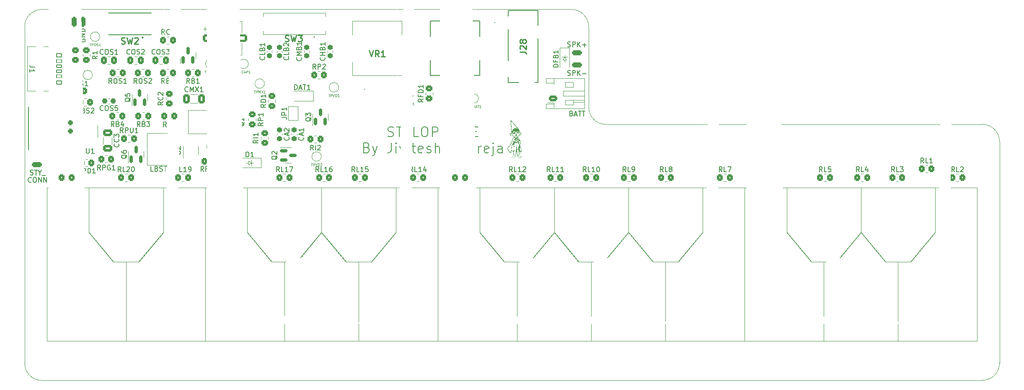
<source format=gbr>
%TF.GenerationSoftware,KiCad,Pcbnew,(6.0.7)*%
%TF.CreationDate,2023-07-28T14:32:25-04:00*%
%TF.ProjectId,Stylophone,5374796c-6f70-4686-9f6e-652e6b696361,rev?*%
%TF.SameCoordinates,Original*%
%TF.FileFunction,Legend,Top*%
%TF.FilePolarity,Positive*%
%FSLAX46Y46*%
G04 Gerber Fmt 4.6, Leading zero omitted, Abs format (unit mm)*
G04 Created by KiCad (PCBNEW (6.0.7)) date 2023-07-28 14:32:25*
%MOMM*%
%LPD*%
G01*
G04 APERTURE LIST*
G04 Aperture macros list*
%AMRoundRect*
0 Rectangle with rounded corners*
0 $1 Rounding radius*
0 $2 $3 $4 $5 $6 $7 $8 $9 X,Y pos of 4 corners*
0 Add a 4 corners polygon primitive as box body*
4,1,4,$2,$3,$4,$5,$6,$7,$8,$9,$2,$3,0*
0 Add four circle primitives for the rounded corners*
1,1,$1+$1,$2,$3*
1,1,$1+$1,$4,$5*
1,1,$1+$1,$6,$7*
1,1,$1+$1,$8,$9*
0 Add four rect primitives between the rounded corners*
20,1,$1+$1,$2,$3,$4,$5,0*
20,1,$1+$1,$4,$5,$6,$7,0*
20,1,$1+$1,$6,$7,$8,$9,0*
20,1,$1+$1,$8,$9,$2,$3,0*%
%AMFreePoly0*
4,1,45,2.512662,7.087767,2.516726,7.088432,2.520033,7.086467,2.530782,7.084572,2.549099,7.069202,2.569656,7.056991,7.069656,1.556992,7.084947,1.529730,7.084757,1.514405,7.090000,1.500000,7.090000,-7.000000,7.087939,-7.011690,7.088633,-7.015628,7.086634,-7.019091,7.084572,-7.030782,7.069543,-7.048693,7.057851,-7.068944,7.050220,-7.071722,7.045000,-7.077942,7.021973,-7.082003,
7.000000,-7.090000,-7.000000,-7.090000,-7.011690,-7.087939,-7.015628,-7.088633,-7.019091,-7.086634,-7.030782,-7.084572,-7.048693,-7.069543,-7.068944,-7.057851,-7.071722,-7.050220,-7.077942,-7.045000,-7.082003,-7.021973,-7.090000,-7.000000,-7.090000,1.500000,-7.084572,1.530782,-7.074719,1.542524,-7.069656,1.556991,-2.569656,7.056991,-2.559911,7.065376,-2.557851,7.068944,-2.554235,7.070260,
-2.545963,7.077378,-2.522471,7.081821,-2.500000,7.090000,2.500000,7.090000,2.512662,7.087767,2.512662,7.087767,$1*%
%AMFreePoly1*
4,1,58,7.511690,15.087939,7.515628,15.088633,7.519091,15.086634,7.530782,15.084572,7.548693,15.069543,7.568944,15.057851,7.571722,15.050220,7.577942,15.045000,7.582003,15.021973,7.590000,15.000000,7.590000,-15.000000,7.587939,-15.011690,7.588633,-15.015628,7.586634,-15.019091,7.584572,-15.030782,7.569543,-15.048693,7.557851,-15.068944,7.550220,-15.071722,7.545000,-15.077942,7.521973,-15.082003,
7.500000,-15.090000,-7.500000,-15.090000,-7.511690,-15.087939,-7.515628,-15.088633,-7.519091,-15.086634,-7.530782,-15.084572,-7.548693,-15.069543,-7.568944,-15.057851,-7.571722,-15.050220,-7.577942,-15.045000,-7.582003,-15.021973,-7.590000,-15.000000,-7.590000,0.000000,-7.587939,0.011690,-7.588633,0.015628,-7.586634,0.019091,-7.584572,0.030782,-7.569543,0.048693,-7.557851,0.068944,-7.550220,0.071722,
-7.545000,0.077942,-7.521973,0.082003,-7.500000,0.090000,-5.042154,0.090000,-0.090000,6.032585,-0.090000,15.000000,-0.087939,15.011690,-0.088633,15.015628,-0.086634,15.019091,-0.084572,15.030782,-0.069543,15.048693,-0.057851,15.068944,-0.050220,15.071722,-0.045000,15.077942,-0.021973,15.082003,0.000000,15.090000,7.500000,15.090000,7.511690,15.087939,7.511690,15.087939,$1*%
%AMFreePoly2*
4,1,59,0.015347,6.087033,0.020445,6.087647,0.042347,6.073353,0.065682,6.061530,0.067700,6.056807,0.072000,6.054000,4.545000,0.090000,7.000000,0.090000,7.011690,0.087939,7.015628,0.088633,7.019091,0.086634,7.030782,0.084572,7.048693,0.069543,7.068944,0.057851,7.071722,0.050220,7.077942,0.045000,7.082003,0.021973,7.090000,0.000000,7.090000,-15.000000,7.087939,-15.011690,
7.088633,-15.015628,7.086634,-15.019091,7.084572,-15.030782,7.069543,-15.048693,7.057851,-15.068944,7.050220,-15.071722,7.045000,-15.077942,7.021973,-15.082003,7.000000,-15.090000,-7.000000,-15.090000,-7.011690,-15.087939,-7.015628,-15.088633,-7.019091,-15.086634,-7.030782,-15.084572,-7.048693,-15.069543,-7.068944,-15.057851,-7.071722,-15.050220,-7.077942,-15.045000,-7.082003,-15.021973,-7.090000,-15.000000,
-7.090000,0.000000,-7.087939,0.011690,-7.088633,0.015628,-7.086634,0.019091,-7.084572,0.030782,-7.069543,0.048693,-7.057851,0.068944,-7.050220,0.071722,-7.045000,0.077942,-7.021973,0.082003,-7.000000,0.090000,-4.545000,0.090000,-0.072000,6.054000,-0.049188,6.075369,-0.044188,6.076535,-0.040677,6.080283,-0.014710,6.083411,0.010765,6.089354,0.015347,6.087033,0.015347,6.087033,
$1*%
%AMFreePoly3*
4,1,58,0.011690,15.087939,0.015628,15.088633,0.019091,15.086634,0.030782,15.084572,0.048693,15.069543,0.068944,15.057851,0.071722,15.050220,0.077942,15.045000,0.082003,15.021973,0.090000,15.000000,0.090000,6.032585,5.042153,0.090000,7.500000,0.090000,7.511690,0.087939,7.515628,0.088633,7.519091,0.086634,7.530782,0.084572,7.548693,0.069543,7.568944,0.057851,7.571722,0.050220,
7.577942,0.045000,7.582003,0.021973,7.590000,0.000000,7.590000,-15.000000,7.587939,-15.011690,7.588633,-15.015628,7.586634,-15.019091,7.584572,-15.030782,7.569543,-15.048693,7.557851,-15.068944,7.550220,-15.071722,7.545000,-15.077942,7.521973,-15.082003,7.500000,-15.090000,-7.500000,-15.090000,-7.511690,-15.087939,-7.515628,-15.088633,-7.519091,-15.086634,-7.530782,-15.084572,-7.548693,-15.069543,
-7.568944,-15.057851,-7.571722,-15.050220,-7.577942,-15.045000,-7.582003,-15.021973,-7.590000,-15.000000,-7.590000,15.000000,-7.587939,15.011690,-7.588633,15.015628,-7.586634,15.019091,-7.584572,15.030782,-7.569543,15.048693,-7.557851,15.068944,-7.550220,15.071722,-7.545000,15.077942,-7.521973,15.082003,-7.500000,15.090000,0.000000,15.090000,0.011690,15.087939,0.011690,15.087939,$1*%
%AMFreePoly4*
4,1,6,1.000000,0.000000,0.500000,-0.750000,-0.500000,-0.750000,-0.500000,0.750000,0.500000,0.750000,1.000000,0.000000,1.000000,0.000000,$1*%
%AMFreePoly5*
4,1,6,0.500000,-0.750000,-0.650000,-0.750000,-0.150000,0.000000,-0.650000,0.750000,0.500000,0.750000,0.500000,-0.750000,0.500000,-0.750000,$1*%
G04 Aperture macros list end*
%TA.AperFunction,Profile*%
%ADD10C,0.100000*%
%TD*%
%ADD11C,0.200000*%
%ADD12C,0.150000*%
%ADD13C,0.254000*%
%ADD14C,0.100000*%
%ADD15C,0.120000*%
%ADD16C,2.250000*%
%ADD17C,1.300000*%
%ADD18C,0.850000*%
%ADD19C,1.500000*%
%ADD20C,4.260000*%
%ADD21R,1.500000X1.500000*%
%ADD22RoundRect,0.250000X0.350000X0.450000X-0.350000X0.450000X-0.350000X-0.450000X0.350000X-0.450000X0*%
%ADD23RoundRect,0.250000X0.750000X-0.250000X0.750000X0.250000X-0.750000X0.250000X-0.750000X-0.250000X0*%
%ADD24FreePoly0,180.000000*%
%ADD25FreePoly1,0.000000*%
%ADD26RoundRect,0.250000X0.450000X-0.350000X0.450000X0.350000X-0.450000X0.350000X-0.450000X-0.350000X0*%
%ADD27RoundRect,0.250000X-0.350000X-0.450000X0.350000X-0.450000X0.350000X0.450000X-0.350000X0.450000X0*%
%ADD28RoundRect,0.250000X-0.412500X-0.650000X0.412500X-0.650000X0.412500X0.650000X-0.412500X0.650000X0*%
%ADD29RoundRect,0.150000X0.150000X-0.587500X0.150000X0.587500X-0.150000X0.587500X-0.150000X-0.587500X0*%
%ADD30RoundRect,0.237500X0.237500X-0.287500X0.237500X0.287500X-0.237500X0.287500X-0.237500X-0.287500X0*%
%ADD31RoundRect,0.250000X0.250000X0.750000X-0.250000X0.750000X-0.250000X-0.750000X0.250000X-0.750000X0*%
%ADD32C,2.700000*%
%ADD33R,2.800000X2.600000*%
%ADD34R,2.800000X2.200000*%
%ADD35R,2.800000X2.800000*%
%ADD36RoundRect,0.237500X-0.237500X0.300000X-0.237500X-0.300000X0.237500X-0.300000X0.237500X0.300000X0*%
%ADD37RoundRect,0.150000X-0.587500X-0.150000X0.587500X-0.150000X0.587500X0.150000X-0.587500X0.150000X0*%
%ADD38FreePoly2,0.000000*%
%ADD39RoundRect,0.250000X0.650000X-0.412500X0.650000X0.412500X-0.650000X0.412500X-0.650000X-0.412500X0*%
%ADD40RoundRect,0.250000X-0.650000X0.412500X-0.650000X-0.412500X0.650000X-0.412500X0.650000X0.412500X0*%
%ADD41R,0.900000X1.200000*%
%ADD42RoundRect,0.250000X-0.337500X-0.475000X0.337500X-0.475000X0.337500X0.475000X-0.337500X0.475000X0*%
%ADD43R,0.650000X2.000000*%
%ADD44RoundRect,0.237500X-0.300000X-0.237500X0.300000X-0.237500X0.300000X0.237500X-0.300000X0.237500X0*%
%ADD45FreePoly3,0.000000*%
%ADD46R,1.500000X1.050000*%
%ADD47O,1.500000X1.050000*%
%ADD48R,5.100000X2.400000*%
%ADD49RoundRect,0.250000X-1.500000X-0.550000X1.500000X-0.550000X1.500000X0.550000X-1.500000X0.550000X0*%
%ADD50R,1.200000X0.900000*%
%ADD51RoundRect,0.250000X0.625000X-0.350000X0.625000X0.350000X-0.625000X0.350000X-0.625000X-0.350000X0*%
%ADD52O,1.750000X1.200000*%
%ADD53RoundRect,0.250000X-0.450000X0.350000X-0.450000X-0.350000X0.450000X-0.350000X0.450000X0.350000X0*%
%ADD54RoundRect,0.237500X-0.237500X0.287500X-0.237500X-0.287500X0.237500X-0.287500X0.237500X0.287500X0*%
%ADD55RoundRect,0.250000X-0.750000X0.250000X-0.750000X-0.250000X0.750000X-0.250000X0.750000X0.250000X0*%
%ADD56RoundRect,0.237500X0.237500X-0.300000X0.237500X0.300000X-0.237500X0.300000X-0.237500X-0.300000X0*%
%ADD57FreePoly4,270.000000*%
%ADD58FreePoly5,270.000000*%
%ADD59RoundRect,0.070000X-0.530000X0.280000X-0.530000X-0.280000X0.530000X-0.280000X0.530000X0.280000X0*%
%ADD60RoundRect,0.076000X-0.524000X0.304000X-0.524000X-0.304000X0.524000X-0.304000X0.524000X0.304000X0*%
%ADD61RoundRect,0.080000X-0.520000X0.320000X-0.520000X-0.320000X0.520000X-0.320000X0.520000X0.320000X0*%
%ADD62O,1.700000X1.100000*%
G04 APERTURE END LIST*
D10*
X26000000Y-85500000D02*
X132974874Y-85500000D01*
X26000000Y-85500000D02*
G75*
G03*
X22500000Y-89000000I0J-3500000D01*
G01*
X216000000Y-160480000D02*
X26000000Y-160500000D01*
X216000000Y-108720000D02*
X139974874Y-108740000D01*
X216000000Y-160480000D02*
G75*
G03*
X219500000Y-156980000I0J3500000D01*
G01*
X136474900Y-105240000D02*
G75*
G03*
X139974874Y-108740000I3500000J0D01*
G01*
X22500000Y-157000000D02*
G75*
G03*
X26000000Y-160500000I3500000J0D01*
G01*
X136474874Y-89000000D02*
X136474874Y-105240000D01*
X219500000Y-112220000D02*
G75*
G03*
X216000000Y-108720000I-3500000J0D01*
G01*
X22500000Y-89000000D02*
X22500000Y-157000000D01*
X136474900Y-89000000D02*
G75*
G03*
X132974874Y-85500000I-3500000J0D01*
G01*
X219500000Y-156980000D02*
X219500000Y-112220000D01*
D11*
X95904761Y-111149523D02*
X96190476Y-111244761D01*
X96666666Y-111244761D01*
X96857142Y-111149523D01*
X96952380Y-111054285D01*
X97047619Y-110863809D01*
X97047619Y-110673333D01*
X96952380Y-110482857D01*
X96857142Y-110387619D01*
X96666666Y-110292380D01*
X96285714Y-110197142D01*
X96095238Y-110101904D01*
X96000000Y-110006666D01*
X95904761Y-109816190D01*
X95904761Y-109625714D01*
X96000000Y-109435238D01*
X96095238Y-109340000D01*
X96285714Y-109244761D01*
X96761904Y-109244761D01*
X97047619Y-109340000D01*
X97619047Y-109244761D02*
X98761904Y-109244761D01*
X98190476Y-111244761D02*
X98190476Y-109244761D01*
X99809523Y-110292380D02*
X99809523Y-111244761D01*
X99142857Y-109244761D02*
X99809523Y-110292380D01*
X100476190Y-109244761D01*
X102095238Y-111244761D02*
X101142857Y-111244761D01*
X101142857Y-109244761D01*
X103142857Y-109244761D02*
X103523809Y-109244761D01*
X103714285Y-109340000D01*
X103904761Y-109530476D01*
X104000000Y-109911428D01*
X104000000Y-110578095D01*
X103904761Y-110959047D01*
X103714285Y-111149523D01*
X103523809Y-111244761D01*
X103142857Y-111244761D01*
X102952380Y-111149523D01*
X102761904Y-110959047D01*
X102666666Y-110578095D01*
X102666666Y-109911428D01*
X102761904Y-109530476D01*
X102952380Y-109340000D01*
X103142857Y-109244761D01*
X104857142Y-111244761D02*
X104857142Y-109244761D01*
X105619047Y-109244761D01*
X105809523Y-109340000D01*
X105904761Y-109435238D01*
X106000000Y-109625714D01*
X106000000Y-109911428D01*
X105904761Y-110101904D01*
X105809523Y-110197142D01*
X105619047Y-110292380D01*
X104857142Y-110292380D01*
X106857142Y-111244761D02*
X106857142Y-109244761D01*
X106857142Y-110197142D02*
X108000000Y-110197142D01*
X108000000Y-111244761D02*
X108000000Y-109244761D01*
X109333333Y-109244761D02*
X109714285Y-109244761D01*
X109904761Y-109340000D01*
X110095238Y-109530476D01*
X110190476Y-109911428D01*
X110190476Y-110578095D01*
X110095238Y-110959047D01*
X109904761Y-111149523D01*
X109714285Y-111244761D01*
X109333333Y-111244761D01*
X109142857Y-111149523D01*
X108952380Y-110959047D01*
X108857142Y-110578095D01*
X108857142Y-109911428D01*
X108952380Y-109530476D01*
X109142857Y-109340000D01*
X109333333Y-109244761D01*
X111047619Y-111244761D02*
X111047619Y-109244761D01*
X112190476Y-111244761D01*
X112190476Y-109244761D01*
X113142857Y-110197142D02*
X113809523Y-110197142D01*
X114095238Y-111244761D02*
X113142857Y-111244761D01*
X113142857Y-109244761D01*
X114095238Y-109244761D01*
X91666666Y-113417142D02*
X91952380Y-113512380D01*
X92047619Y-113607619D01*
X92142857Y-113798095D01*
X92142857Y-114083809D01*
X92047619Y-114274285D01*
X91952380Y-114369523D01*
X91761904Y-114464761D01*
X91000000Y-114464761D01*
X91000000Y-112464761D01*
X91666666Y-112464761D01*
X91857142Y-112560000D01*
X91952380Y-112655238D01*
X92047619Y-112845714D01*
X92047619Y-113036190D01*
X91952380Y-113226666D01*
X91857142Y-113321904D01*
X91666666Y-113417142D01*
X91000000Y-113417142D01*
X92809523Y-113131428D02*
X93285714Y-114464761D01*
X93761904Y-113131428D02*
X93285714Y-114464761D01*
X93095238Y-114940952D01*
X93000000Y-115036190D01*
X92809523Y-115131428D01*
X96619047Y-112464761D02*
X96619047Y-113893333D01*
X96523809Y-114179047D01*
X96333333Y-114369523D01*
X96047619Y-114464761D01*
X95857142Y-114464761D01*
X97571428Y-114464761D02*
X97571428Y-113131428D01*
X97571428Y-112464761D02*
X97476190Y-112560000D01*
X97571428Y-112655238D01*
X97666666Y-112560000D01*
X97571428Y-112464761D01*
X97571428Y-112655238D01*
X98333333Y-113131428D02*
X98809523Y-114464761D01*
X99285714Y-113131428D01*
X100047619Y-114464761D02*
X100047619Y-113131428D01*
X100047619Y-112464761D02*
X99952380Y-112560000D01*
X100047619Y-112655238D01*
X100142857Y-112560000D01*
X100047619Y-112464761D01*
X100047619Y-112655238D01*
X100714285Y-113131428D02*
X101476190Y-113131428D01*
X101000000Y-112464761D02*
X101000000Y-114179047D01*
X101095238Y-114369523D01*
X101285714Y-114464761D01*
X101476190Y-114464761D01*
X102904761Y-114369523D02*
X102714285Y-114464761D01*
X102333333Y-114464761D01*
X102142857Y-114369523D01*
X102047619Y-114179047D01*
X102047619Y-113417142D01*
X102142857Y-113226666D01*
X102333333Y-113131428D01*
X102714285Y-113131428D01*
X102904761Y-113226666D01*
X103000000Y-113417142D01*
X103000000Y-113607619D01*
X102047619Y-113798095D01*
X103761904Y-114369523D02*
X103952380Y-114464761D01*
X104333333Y-114464761D01*
X104523809Y-114369523D01*
X104619047Y-114179047D01*
X104619047Y-114083809D01*
X104523809Y-113893333D01*
X104333333Y-113798095D01*
X104047619Y-113798095D01*
X103857142Y-113702857D01*
X103761904Y-113512380D01*
X103761904Y-113417142D01*
X103857142Y-113226666D01*
X104047619Y-113131428D01*
X104333333Y-113131428D01*
X104523809Y-113226666D01*
X105476190Y-114464761D02*
X105476190Y-112464761D01*
X106333333Y-114464761D02*
X106333333Y-113417142D01*
X106238095Y-113226666D01*
X106047619Y-113131428D01*
X105761904Y-113131428D01*
X105571428Y-113226666D01*
X105476190Y-113321904D01*
X108809523Y-114464761D02*
X108809523Y-112464761D01*
X109952380Y-114464761D02*
X109095238Y-113321904D01*
X109952380Y-112464761D02*
X108809523Y-113607619D01*
X111666666Y-113131428D02*
X111666666Y-114464761D01*
X110809523Y-113131428D02*
X110809523Y-114179047D01*
X110904761Y-114369523D01*
X111095238Y-114464761D01*
X111380952Y-114464761D01*
X111571428Y-114369523D01*
X111666666Y-114274285D01*
X112619047Y-114464761D02*
X112619047Y-112464761D01*
X112809523Y-113702857D02*
X113380952Y-114464761D01*
X113380952Y-113131428D02*
X112619047Y-113893333D01*
X114238095Y-114464761D02*
X114238095Y-113131428D01*
X114238095Y-113512380D02*
X114333333Y-113321904D01*
X114428571Y-113226666D01*
X114619047Y-113131428D01*
X114809523Y-113131428D01*
X116238095Y-114369523D02*
X116047619Y-114464761D01*
X115666666Y-114464761D01*
X115476190Y-114369523D01*
X115380952Y-114179047D01*
X115380952Y-113417142D01*
X115476190Y-113226666D01*
X115666666Y-113131428D01*
X116047619Y-113131428D01*
X116238095Y-113226666D01*
X116333333Y-113417142D01*
X116333333Y-113607619D01*
X115380952Y-113798095D01*
X117190476Y-113131428D02*
X117190476Y-114845714D01*
X117095238Y-115036190D01*
X116904761Y-115131428D01*
X116809523Y-115131428D01*
X117190476Y-112464761D02*
X117095238Y-112560000D01*
X117190476Y-112655238D01*
X117285714Y-112560000D01*
X117190476Y-112464761D01*
X117190476Y-112655238D01*
X119000000Y-114464761D02*
X119000000Y-113417142D01*
X118904761Y-113226666D01*
X118714285Y-113131428D01*
X118333333Y-113131428D01*
X118142857Y-113226666D01*
X119000000Y-114369523D02*
X118809523Y-114464761D01*
X118333333Y-114464761D01*
X118142857Y-114369523D01*
X118047619Y-114179047D01*
X118047619Y-113988571D01*
X118142857Y-113798095D01*
X118333333Y-113702857D01*
X118809523Y-113702857D01*
X119000000Y-113607619D01*
D12*
%TO.C,RPD1*%
X33833333Y-118602380D02*
X33500000Y-118126190D01*
X33261904Y-118602380D02*
X33261904Y-117602380D01*
X33642857Y-117602380D01*
X33738095Y-117650000D01*
X33785714Y-117697619D01*
X33833333Y-117792857D01*
X33833333Y-117935714D01*
X33785714Y-118030952D01*
X33738095Y-118078571D01*
X33642857Y-118126190D01*
X33261904Y-118126190D01*
X34261904Y-118602380D02*
X34261904Y-117602380D01*
X34642857Y-117602380D01*
X34738095Y-117650000D01*
X34785714Y-117697619D01*
X34833333Y-117792857D01*
X34833333Y-117935714D01*
X34785714Y-118030952D01*
X34738095Y-118078571D01*
X34642857Y-118126190D01*
X34261904Y-118126190D01*
X35261904Y-118602380D02*
X35261904Y-117602380D01*
X35500000Y-117602380D01*
X35642857Y-117650000D01*
X35738095Y-117745238D01*
X35785714Y-117840476D01*
X35833333Y-118030952D01*
X35833333Y-118173809D01*
X35785714Y-118364285D01*
X35738095Y-118459523D01*
X35642857Y-118554761D01*
X35500000Y-118602380D01*
X35261904Y-118602380D01*
X36785714Y-118602380D02*
X36214285Y-118602380D01*
X36500000Y-118602380D02*
X36500000Y-117602380D01*
X36404761Y-117745238D01*
X36309523Y-117840476D01*
X36214285Y-117888095D01*
%TO.C,J25*%
X132220112Y-93004761D02*
X132362969Y-93052380D01*
X132601064Y-93052380D01*
X132696302Y-93004761D01*
X132743921Y-92957142D01*
X132791540Y-92861904D01*
X132791540Y-92766666D01*
X132743921Y-92671428D01*
X132696302Y-92623809D01*
X132601064Y-92576190D01*
X132410588Y-92528571D01*
X132315350Y-92480952D01*
X132267731Y-92433333D01*
X132220112Y-92338095D01*
X132220112Y-92242857D01*
X132267731Y-92147619D01*
X132315350Y-92100000D01*
X132410588Y-92052380D01*
X132648683Y-92052380D01*
X132791540Y-92100000D01*
X133220112Y-93052380D02*
X133220112Y-92052380D01*
X133601064Y-92052380D01*
X133696302Y-92100000D01*
X133743921Y-92147619D01*
X133791540Y-92242857D01*
X133791540Y-92385714D01*
X133743921Y-92480952D01*
X133696302Y-92528571D01*
X133601064Y-92576190D01*
X133220112Y-92576190D01*
X134220112Y-93052380D02*
X134220112Y-92052380D01*
X134791540Y-93052380D02*
X134362969Y-92480952D01*
X134791540Y-92052380D02*
X134220112Y-92623809D01*
X135220112Y-92671428D02*
X135982016Y-92671428D01*
X135601064Y-93052380D02*
X135601064Y-92290476D01*
%TO.C,RP1*%
X70702380Y-108416666D02*
X70226190Y-108750000D01*
X70702380Y-108988095D02*
X69702380Y-108988095D01*
X69702380Y-108607142D01*
X69750000Y-108511904D01*
X69797619Y-108464285D01*
X69892857Y-108416666D01*
X70035714Y-108416666D01*
X70130952Y-108464285D01*
X70178571Y-108511904D01*
X70226190Y-108607142D01*
X70226190Y-108988095D01*
X70702380Y-107988095D02*
X69702380Y-107988095D01*
X69702380Y-107607142D01*
X69750000Y-107511904D01*
X69797619Y-107464285D01*
X69892857Y-107416666D01*
X70035714Y-107416666D01*
X70130952Y-107464285D01*
X70178571Y-107511904D01*
X70226190Y-107607142D01*
X70226190Y-107988095D01*
X70702380Y-106464285D02*
X70702380Y-107035714D01*
X70702380Y-106750000D02*
X69702380Y-106750000D01*
X69845238Y-106845238D01*
X69940476Y-106940476D01*
X69988095Y-107035714D01*
D13*
%TO.C,SW2*%
X42056666Y-92410407D02*
X42238095Y-92470883D01*
X42540476Y-92470883D01*
X42661428Y-92410407D01*
X42721904Y-92349931D01*
X42782380Y-92228979D01*
X42782380Y-92108026D01*
X42721904Y-91987074D01*
X42661428Y-91926598D01*
X42540476Y-91866121D01*
X42298571Y-91805645D01*
X42177619Y-91745169D01*
X42117142Y-91684693D01*
X42056666Y-91563740D01*
X42056666Y-91442788D01*
X42117142Y-91321836D01*
X42177619Y-91261360D01*
X42298571Y-91200883D01*
X42600952Y-91200883D01*
X42782380Y-91261360D01*
X43205714Y-91200883D02*
X43508095Y-92470883D01*
X43750000Y-91563740D01*
X43991904Y-92470883D01*
X44294285Y-91200883D01*
X44717619Y-91321836D02*
X44778095Y-91261360D01*
X44899047Y-91200883D01*
X45201428Y-91200883D01*
X45322380Y-91261360D01*
X45382857Y-91321836D01*
X45443333Y-91442788D01*
X45443333Y-91563740D01*
X45382857Y-91745169D01*
X44657142Y-92470883D01*
X45443333Y-92470883D01*
D14*
%TO.C,TPOS2*%
X58869047Y-97874190D02*
X59154761Y-97874190D01*
X59011904Y-98374190D02*
X59011904Y-97874190D01*
X59321428Y-98374190D02*
X59321428Y-97874190D01*
X59511904Y-97874190D01*
X59559523Y-97898000D01*
X59583333Y-97921809D01*
X59607142Y-97969428D01*
X59607142Y-98040857D01*
X59583333Y-98088476D01*
X59559523Y-98112285D01*
X59511904Y-98136095D01*
X59321428Y-98136095D01*
X59916666Y-97874190D02*
X60011904Y-97874190D01*
X60059523Y-97898000D01*
X60107142Y-97945619D01*
X60130952Y-98040857D01*
X60130952Y-98207523D01*
X60107142Y-98302761D01*
X60059523Y-98350380D01*
X60011904Y-98374190D01*
X59916666Y-98374190D01*
X59869047Y-98350380D01*
X59821428Y-98302761D01*
X59797619Y-98207523D01*
X59797619Y-98040857D01*
X59821428Y-97945619D01*
X59869047Y-97898000D01*
X59916666Y-97874190D01*
X60321428Y-98350380D02*
X60392857Y-98374190D01*
X60511904Y-98374190D01*
X60559523Y-98350380D01*
X60583333Y-98326571D01*
X60607142Y-98278952D01*
X60607142Y-98231333D01*
X60583333Y-98183714D01*
X60559523Y-98159904D01*
X60511904Y-98136095D01*
X60416666Y-98112285D01*
X60369047Y-98088476D01*
X60345238Y-98064666D01*
X60321428Y-98017047D01*
X60321428Y-97969428D01*
X60345238Y-97921809D01*
X60369047Y-97898000D01*
X60416666Y-97874190D01*
X60535714Y-97874190D01*
X60607142Y-97898000D01*
X60797619Y-97921809D02*
X60821428Y-97898000D01*
X60869047Y-97874190D01*
X60988095Y-97874190D01*
X61035714Y-97898000D01*
X61059523Y-97921809D01*
X61083333Y-97969428D01*
X61083333Y-98017047D01*
X61059523Y-98088476D01*
X60773809Y-98374190D01*
X61083333Y-98374190D01*
D12*
%TO.C,RL2*%
X210428571Y-118302380D02*
X210095238Y-117826190D01*
X209857142Y-118302380D02*
X209857142Y-117302380D01*
X210238095Y-117302380D01*
X210333333Y-117350000D01*
X210380952Y-117397619D01*
X210428571Y-117492857D01*
X210428571Y-117635714D01*
X210380952Y-117730952D01*
X210333333Y-117778571D01*
X210238095Y-117826190D01*
X209857142Y-117826190D01*
X211333333Y-118302380D02*
X210857142Y-118302380D01*
X210857142Y-117302380D01*
X211619047Y-117397619D02*
X211666666Y-117350000D01*
X211761904Y-117302380D01*
X212000000Y-117302380D01*
X212095238Y-117350000D01*
X212142857Y-117397619D01*
X212190476Y-117492857D01*
X212190476Y-117588095D01*
X212142857Y-117730952D01*
X211571428Y-118302380D01*
X212190476Y-118302380D01*
%TO.C,RL3*%
X198273571Y-118302380D02*
X197940238Y-117826190D01*
X197702142Y-118302380D02*
X197702142Y-117302380D01*
X198083095Y-117302380D01*
X198178333Y-117350000D01*
X198225952Y-117397619D01*
X198273571Y-117492857D01*
X198273571Y-117635714D01*
X198225952Y-117730952D01*
X198178333Y-117778571D01*
X198083095Y-117826190D01*
X197702142Y-117826190D01*
X199178333Y-118302380D02*
X198702142Y-118302380D01*
X198702142Y-117302380D01*
X199416428Y-117302380D02*
X200035476Y-117302380D01*
X199702142Y-117683333D01*
X199845000Y-117683333D01*
X199940238Y-117730952D01*
X199987857Y-117778571D01*
X200035476Y-117873809D01*
X200035476Y-118111904D01*
X199987857Y-118207142D01*
X199940238Y-118254761D01*
X199845000Y-118302380D01*
X199559285Y-118302380D01*
X199464047Y-118254761D01*
X199416428Y-118207142D01*
%TO.C,RL1*%
X204178571Y-116552380D02*
X203845238Y-116076190D01*
X203607142Y-116552380D02*
X203607142Y-115552380D01*
X203988095Y-115552380D01*
X204083333Y-115600000D01*
X204130952Y-115647619D01*
X204178571Y-115742857D01*
X204178571Y-115885714D01*
X204130952Y-115980952D01*
X204083333Y-116028571D01*
X203988095Y-116076190D01*
X203607142Y-116076190D01*
X205083333Y-116552380D02*
X204607142Y-116552380D01*
X204607142Y-115552380D01*
X205940476Y-116552380D02*
X205369047Y-116552380D01*
X205654761Y-116552380D02*
X205654761Y-115552380D01*
X205559523Y-115695238D01*
X205464285Y-115790476D01*
X205369047Y-115838095D01*
%TO.C,CMX1*%
X55505714Y-102057142D02*
X55458095Y-102104761D01*
X55315238Y-102152380D01*
X55220000Y-102152380D01*
X55077142Y-102104761D01*
X54981904Y-102009523D01*
X54934285Y-101914285D01*
X54886666Y-101723809D01*
X54886666Y-101580952D01*
X54934285Y-101390476D01*
X54981904Y-101295238D01*
X55077142Y-101200000D01*
X55220000Y-101152380D01*
X55315238Y-101152380D01*
X55458095Y-101200000D01*
X55505714Y-101247619D01*
X55934285Y-102152380D02*
X55934285Y-101152380D01*
X56267619Y-101866666D01*
X56600952Y-101152380D01*
X56600952Y-102152380D01*
X56981904Y-101152380D02*
X57648571Y-102152380D01*
X57648571Y-101152380D02*
X56981904Y-102152380D01*
X58553333Y-102152380D02*
X57981904Y-102152380D01*
X58267619Y-102152380D02*
X58267619Y-101152380D01*
X58172380Y-101295238D01*
X58077142Y-101390476D01*
X57981904Y-101438095D01*
%TO.C,RL18*%
X62452380Y-118302380D02*
X62119047Y-117826190D01*
X61880952Y-118302380D02*
X61880952Y-117302380D01*
X62261904Y-117302380D01*
X62357142Y-117350000D01*
X62404761Y-117397619D01*
X62452380Y-117492857D01*
X62452380Y-117635714D01*
X62404761Y-117730952D01*
X62357142Y-117778571D01*
X62261904Y-117826190D01*
X61880952Y-117826190D01*
X63357142Y-118302380D02*
X62880952Y-118302380D01*
X62880952Y-117302380D01*
X64214285Y-118302380D02*
X63642857Y-118302380D01*
X63928571Y-118302380D02*
X63928571Y-117302380D01*
X63833333Y-117445238D01*
X63738095Y-117540476D01*
X63642857Y-117588095D01*
X64785714Y-117730952D02*
X64690476Y-117683333D01*
X64642857Y-117635714D01*
X64595238Y-117540476D01*
X64595238Y-117492857D01*
X64642857Y-117397619D01*
X64690476Y-117350000D01*
X64785714Y-117302380D01*
X64976190Y-117302380D01*
X65071428Y-117350000D01*
X65119047Y-117397619D01*
X65166666Y-117492857D01*
X65166666Y-117540476D01*
X65119047Y-117635714D01*
X65071428Y-117683333D01*
X64976190Y-117730952D01*
X64785714Y-117730952D01*
X64690476Y-117778571D01*
X64642857Y-117826190D01*
X64595238Y-117921428D01*
X64595238Y-118111904D01*
X64642857Y-118207142D01*
X64690476Y-118254761D01*
X64785714Y-118302380D01*
X64976190Y-118302380D01*
X65071428Y-118254761D01*
X65119047Y-118207142D01*
X65166666Y-118111904D01*
X65166666Y-117921428D01*
X65119047Y-117826190D01*
X65071428Y-117778571D01*
X64976190Y-117730952D01*
%TO.C,Q4*%
X53647619Y-94895238D02*
X53600000Y-94990476D01*
X53504761Y-95085714D01*
X53361904Y-95228571D01*
X53314285Y-95323809D01*
X53314285Y-95419047D01*
X53552380Y-95371428D02*
X53504761Y-95466666D01*
X53409523Y-95561904D01*
X53219047Y-95609523D01*
X52885714Y-95609523D01*
X52695238Y-95561904D01*
X52600000Y-95466666D01*
X52552380Y-95371428D01*
X52552380Y-95180952D01*
X52600000Y-95085714D01*
X52695238Y-94990476D01*
X52885714Y-94942857D01*
X53219047Y-94942857D01*
X53409523Y-94990476D01*
X53504761Y-95085714D01*
X53552380Y-95180952D01*
X53552380Y-95371428D01*
X52885714Y-94085714D02*
X53552380Y-94085714D01*
X52504761Y-94323809D02*
X53219047Y-94561904D01*
X53219047Y-93942857D01*
%TO.C,RL10*%
X135952380Y-118302380D02*
X135619047Y-117826190D01*
X135380952Y-118302380D02*
X135380952Y-117302380D01*
X135761904Y-117302380D01*
X135857142Y-117350000D01*
X135904761Y-117397619D01*
X135952380Y-117492857D01*
X135952380Y-117635714D01*
X135904761Y-117730952D01*
X135857142Y-117778571D01*
X135761904Y-117826190D01*
X135380952Y-117826190D01*
X136857142Y-118302380D02*
X136380952Y-118302380D01*
X136380952Y-117302380D01*
X137714285Y-118302380D02*
X137142857Y-118302380D01*
X137428571Y-118302380D02*
X137428571Y-117302380D01*
X137333333Y-117445238D01*
X137238095Y-117540476D01*
X137142857Y-117588095D01*
X138333333Y-117302380D02*
X138428571Y-117302380D01*
X138523809Y-117350000D01*
X138571428Y-117397619D01*
X138619047Y-117492857D01*
X138666666Y-117683333D01*
X138666666Y-117921428D01*
X138619047Y-118111904D01*
X138571428Y-118207142D01*
X138523809Y-118254761D01*
X138428571Y-118302380D01*
X138333333Y-118302380D01*
X138238095Y-118254761D01*
X138190476Y-118207142D01*
X138142857Y-118111904D01*
X138095238Y-117921428D01*
X138095238Y-117683333D01*
X138142857Y-117492857D01*
X138190476Y-117397619D01*
X138238095Y-117350000D01*
X138333333Y-117302380D01*
%TO.C,LED2*%
X30772380Y-106659047D02*
X30772380Y-107135238D01*
X29772380Y-107135238D01*
X30248571Y-106325714D02*
X30248571Y-105992380D01*
X30772380Y-105849523D02*
X30772380Y-106325714D01*
X29772380Y-106325714D01*
X29772380Y-105849523D01*
X30772380Y-105420952D02*
X29772380Y-105420952D01*
X29772380Y-105182857D01*
X29820000Y-105040000D01*
X29915238Y-104944761D01*
X30010476Y-104897142D01*
X30200952Y-104849523D01*
X30343809Y-104849523D01*
X30534285Y-104897142D01*
X30629523Y-104944761D01*
X30724761Y-105040000D01*
X30772380Y-105182857D01*
X30772380Y-105420952D01*
X29867619Y-104468571D02*
X29820000Y-104420952D01*
X29772380Y-104325714D01*
X29772380Y-104087619D01*
X29820000Y-103992380D01*
X29867619Y-103944761D01*
X29962857Y-103897142D01*
X30058095Y-103897142D01*
X30200952Y-103944761D01*
X30772380Y-104516190D01*
X30772380Y-103897142D01*
%TO.C,J3*%
X33770000Y-91511904D02*
X33722380Y-91607142D01*
X33722380Y-91750000D01*
X33770000Y-91892857D01*
X33865238Y-91988095D01*
X33960476Y-92035714D01*
X34150952Y-92083333D01*
X34293809Y-92083333D01*
X34484285Y-92035714D01*
X34579523Y-91988095D01*
X34674761Y-91892857D01*
X34722380Y-91750000D01*
X34722380Y-91654761D01*
X34674761Y-91511904D01*
X34627142Y-91464285D01*
X34293809Y-91464285D01*
X34293809Y-91654761D01*
X34722380Y-91035714D02*
X33722380Y-91035714D01*
X34722380Y-90464285D01*
X33722380Y-90464285D01*
X34722380Y-89988095D02*
X33722380Y-89988095D01*
X33722380Y-89750000D01*
X33770000Y-89607142D01*
X33865238Y-89511904D01*
X33960476Y-89464285D01*
X34150952Y-89416666D01*
X34293809Y-89416666D01*
X34484285Y-89464285D01*
X34579523Y-89511904D01*
X34674761Y-89607142D01*
X34722380Y-89750000D01*
X34722380Y-89988095D01*
%TO.C,Q3*%
X80397619Y-107345238D02*
X80350000Y-107440476D01*
X80254761Y-107535714D01*
X80111904Y-107678571D01*
X80064285Y-107773809D01*
X80064285Y-107869047D01*
X80302380Y-107821428D02*
X80254761Y-107916666D01*
X80159523Y-108011904D01*
X79969047Y-108059523D01*
X79635714Y-108059523D01*
X79445238Y-108011904D01*
X79350000Y-107916666D01*
X79302380Y-107821428D01*
X79302380Y-107630952D01*
X79350000Y-107535714D01*
X79445238Y-107440476D01*
X79635714Y-107392857D01*
X79969047Y-107392857D01*
X80159523Y-107440476D01*
X80254761Y-107535714D01*
X80302380Y-107630952D01*
X80302380Y-107821428D01*
X79302380Y-107059523D02*
X79302380Y-106440476D01*
X79683333Y-106773809D01*
X79683333Y-106630952D01*
X79730952Y-106535714D01*
X79778571Y-106488095D01*
X79873809Y-106440476D01*
X80111904Y-106440476D01*
X80207142Y-106488095D01*
X80254761Y-106535714D01*
X80302380Y-106630952D01*
X80302380Y-106916666D01*
X80254761Y-107011904D01*
X80207142Y-107059523D01*
%TO.C,RL12*%
X121047380Y-118302380D02*
X120714047Y-117826190D01*
X120475952Y-118302380D02*
X120475952Y-117302380D01*
X120856904Y-117302380D01*
X120952142Y-117350000D01*
X120999761Y-117397619D01*
X121047380Y-117492857D01*
X121047380Y-117635714D01*
X120999761Y-117730952D01*
X120952142Y-117778571D01*
X120856904Y-117826190D01*
X120475952Y-117826190D01*
X121952142Y-118302380D02*
X121475952Y-118302380D01*
X121475952Y-117302380D01*
X122809285Y-118302380D02*
X122237857Y-118302380D01*
X122523571Y-118302380D02*
X122523571Y-117302380D01*
X122428333Y-117445238D01*
X122333095Y-117540476D01*
X122237857Y-117588095D01*
X123190238Y-117397619D02*
X123237857Y-117350000D01*
X123333095Y-117302380D01*
X123571190Y-117302380D01*
X123666428Y-117350000D01*
X123714047Y-117397619D01*
X123761666Y-117492857D01*
X123761666Y-117588095D01*
X123714047Y-117730952D01*
X123142619Y-118302380D01*
X123761666Y-118302380D01*
%TO.C,RL5*%
X183678571Y-118302380D02*
X183345238Y-117826190D01*
X183107142Y-118302380D02*
X183107142Y-117302380D01*
X183488095Y-117302380D01*
X183583333Y-117350000D01*
X183630952Y-117397619D01*
X183678571Y-117492857D01*
X183678571Y-117635714D01*
X183630952Y-117730952D01*
X183583333Y-117778571D01*
X183488095Y-117826190D01*
X183107142Y-117826190D01*
X184583333Y-118302380D02*
X184107142Y-118302380D01*
X184107142Y-117302380D01*
X185392857Y-117302380D02*
X184916666Y-117302380D01*
X184869047Y-117778571D01*
X184916666Y-117730952D01*
X185011904Y-117683333D01*
X185250000Y-117683333D01*
X185345238Y-117730952D01*
X185392857Y-117778571D01*
X185440476Y-117873809D01*
X185440476Y-118111904D01*
X185392857Y-118207142D01*
X185345238Y-118254761D01*
X185250000Y-118302380D01*
X185011904Y-118302380D01*
X184916666Y-118254761D01*
X184869047Y-118207142D01*
%TO.C,RPG1*%
X37833333Y-117952380D02*
X37500000Y-117476190D01*
X37261904Y-117952380D02*
X37261904Y-116952380D01*
X37642857Y-116952380D01*
X37738095Y-117000000D01*
X37785714Y-117047619D01*
X37833333Y-117142857D01*
X37833333Y-117285714D01*
X37785714Y-117380952D01*
X37738095Y-117428571D01*
X37642857Y-117476190D01*
X37261904Y-117476190D01*
X38261904Y-117952380D02*
X38261904Y-116952380D01*
X38642857Y-116952380D01*
X38738095Y-117000000D01*
X38785714Y-117047619D01*
X38833333Y-117142857D01*
X38833333Y-117285714D01*
X38785714Y-117380952D01*
X38738095Y-117428571D01*
X38642857Y-117476190D01*
X38261904Y-117476190D01*
X39785714Y-117000000D02*
X39690476Y-116952380D01*
X39547619Y-116952380D01*
X39404761Y-117000000D01*
X39309523Y-117095238D01*
X39261904Y-117190476D01*
X39214285Y-117380952D01*
X39214285Y-117523809D01*
X39261904Y-117714285D01*
X39309523Y-117809523D01*
X39404761Y-117904761D01*
X39547619Y-117952380D01*
X39642857Y-117952380D01*
X39785714Y-117904761D01*
X39833333Y-117857142D01*
X39833333Y-117523809D01*
X39642857Y-117523809D01*
X40785714Y-117952380D02*
X40214285Y-117952380D01*
X40500000Y-117952380D02*
X40500000Y-116952380D01*
X40404761Y-117095238D01*
X40309523Y-117190476D01*
X40214285Y-117238095D01*
%TO.C,Q5*%
X43897619Y-103395238D02*
X43850000Y-103490476D01*
X43754761Y-103585714D01*
X43611904Y-103728571D01*
X43564285Y-103823809D01*
X43564285Y-103919047D01*
X43802380Y-103871428D02*
X43754761Y-103966666D01*
X43659523Y-104061904D01*
X43469047Y-104109523D01*
X43135714Y-104109523D01*
X42945238Y-104061904D01*
X42850000Y-103966666D01*
X42802380Y-103871428D01*
X42802380Y-103680952D01*
X42850000Y-103585714D01*
X42945238Y-103490476D01*
X43135714Y-103442857D01*
X43469047Y-103442857D01*
X43659523Y-103490476D01*
X43754761Y-103585714D01*
X43802380Y-103680952D01*
X43802380Y-103871428D01*
X42802380Y-102538095D02*
X42802380Y-103014285D01*
X43278571Y-103061904D01*
X43230952Y-103014285D01*
X43183333Y-102919047D01*
X43183333Y-102680952D01*
X43230952Y-102585714D01*
X43278571Y-102538095D01*
X43373809Y-102490476D01*
X43611904Y-102490476D01*
X43707142Y-102538095D01*
X43754761Y-102585714D01*
X43802380Y-102680952D01*
X43802380Y-102919047D01*
X43754761Y-103014285D01*
X43707142Y-103061904D01*
%TO.C,RL14*%
X100952380Y-118302380D02*
X100619047Y-117826190D01*
X100380952Y-118302380D02*
X100380952Y-117302380D01*
X100761904Y-117302380D01*
X100857142Y-117350000D01*
X100904761Y-117397619D01*
X100952380Y-117492857D01*
X100952380Y-117635714D01*
X100904761Y-117730952D01*
X100857142Y-117778571D01*
X100761904Y-117826190D01*
X100380952Y-117826190D01*
X101857142Y-118302380D02*
X101380952Y-118302380D01*
X101380952Y-117302380D01*
X102714285Y-118302380D02*
X102142857Y-118302380D01*
X102428571Y-118302380D02*
X102428571Y-117302380D01*
X102333333Y-117445238D01*
X102238095Y-117540476D01*
X102142857Y-117588095D01*
X103571428Y-117635714D02*
X103571428Y-118302380D01*
X103333333Y-117254761D02*
X103095238Y-117969047D01*
X103714285Y-117969047D01*
D14*
%TO.C,TPCAP1*%
X65404761Y-97874190D02*
X65690476Y-97874190D01*
X65547619Y-98374190D02*
X65547619Y-97874190D01*
X65857142Y-98374190D02*
X65857142Y-97874190D01*
X66047619Y-97874190D01*
X66095238Y-97898000D01*
X66119047Y-97921809D01*
X66142857Y-97969428D01*
X66142857Y-98040857D01*
X66119047Y-98088476D01*
X66095238Y-98112285D01*
X66047619Y-98136095D01*
X65857142Y-98136095D01*
X66642857Y-98326571D02*
X66619047Y-98350380D01*
X66547619Y-98374190D01*
X66500000Y-98374190D01*
X66428571Y-98350380D01*
X66380952Y-98302761D01*
X66357142Y-98255142D01*
X66333333Y-98159904D01*
X66333333Y-98088476D01*
X66357142Y-97993238D01*
X66380952Y-97945619D01*
X66428571Y-97898000D01*
X66500000Y-97874190D01*
X66547619Y-97874190D01*
X66619047Y-97898000D01*
X66642857Y-97921809D01*
X66833333Y-98231333D02*
X67071428Y-98231333D01*
X66785714Y-98374190D02*
X66952380Y-97874190D01*
X67119047Y-98374190D01*
X67285714Y-98374190D02*
X67285714Y-97874190D01*
X67476190Y-97874190D01*
X67523809Y-97898000D01*
X67547619Y-97921809D01*
X67571428Y-97969428D01*
X67571428Y-98040857D01*
X67547619Y-98088476D01*
X67523809Y-98112285D01*
X67476190Y-98136095D01*
X67285714Y-98136095D01*
X68047619Y-98374190D02*
X67761904Y-98374190D01*
X67904761Y-98374190D02*
X67904761Y-97874190D01*
X67857142Y-97945619D01*
X67809523Y-97993238D01*
X67761904Y-98017047D01*
%TO.C,TPVO3*%
X98892857Y-104374190D02*
X99178571Y-104374190D01*
X99035714Y-104874190D02*
X99035714Y-104374190D01*
X99345238Y-104874190D02*
X99345238Y-104374190D01*
X99535714Y-104374190D01*
X99583333Y-104398000D01*
X99607142Y-104421809D01*
X99630952Y-104469428D01*
X99630952Y-104540857D01*
X99607142Y-104588476D01*
X99583333Y-104612285D01*
X99535714Y-104636095D01*
X99345238Y-104636095D01*
X99773809Y-104374190D02*
X99940476Y-104874190D01*
X100107142Y-104374190D01*
X100369047Y-104374190D02*
X100464285Y-104374190D01*
X100511904Y-104398000D01*
X100559523Y-104445619D01*
X100583333Y-104540857D01*
X100583333Y-104707523D01*
X100559523Y-104802761D01*
X100511904Y-104850380D01*
X100464285Y-104874190D01*
X100369047Y-104874190D01*
X100321428Y-104850380D01*
X100273809Y-104802761D01*
X100250000Y-104707523D01*
X100250000Y-104540857D01*
X100273809Y-104445619D01*
X100321428Y-104398000D01*
X100369047Y-104374190D01*
X100750000Y-104374190D02*
X101059523Y-104374190D01*
X100892857Y-104564666D01*
X100964285Y-104564666D01*
X101011904Y-104588476D01*
X101035714Y-104612285D01*
X101059523Y-104659904D01*
X101059523Y-104778952D01*
X101035714Y-104826571D01*
X101011904Y-104850380D01*
X100964285Y-104874190D01*
X100821428Y-104874190D01*
X100773809Y-104850380D01*
X100750000Y-104826571D01*
D13*
%TO.C,J28*%
X122554523Y-94078095D02*
X123461666Y-94078095D01*
X123643095Y-94138571D01*
X123764047Y-94259523D01*
X123824523Y-94440952D01*
X123824523Y-94561904D01*
X122675476Y-93533809D02*
X122615000Y-93473333D01*
X122554523Y-93352380D01*
X122554523Y-93050000D01*
X122615000Y-92929047D01*
X122675476Y-92868571D01*
X122796428Y-92808095D01*
X122917380Y-92808095D01*
X123098809Y-92868571D01*
X123824523Y-93594285D01*
X123824523Y-92808095D01*
X123098809Y-92082380D02*
X123038333Y-92203333D01*
X122977857Y-92263809D01*
X122856904Y-92324285D01*
X122796428Y-92324285D01*
X122675476Y-92263809D01*
X122615000Y-92203333D01*
X122554523Y-92082380D01*
X122554523Y-91840476D01*
X122615000Y-91719523D01*
X122675476Y-91659047D01*
X122796428Y-91598571D01*
X122856904Y-91598571D01*
X122977857Y-91659047D01*
X123038333Y-91719523D01*
X123098809Y-91840476D01*
X123098809Y-92082380D01*
X123159285Y-92203333D01*
X123219761Y-92263809D01*
X123340714Y-92324285D01*
X123582619Y-92324285D01*
X123703571Y-92263809D01*
X123764047Y-92203333D01*
X123824523Y-92082380D01*
X123824523Y-91840476D01*
X123764047Y-91719523D01*
X123703571Y-91659047D01*
X123582619Y-91598571D01*
X123340714Y-91598571D01*
X123219761Y-91659047D01*
X123159285Y-91719523D01*
X123098809Y-91840476D01*
D12*
%TO.C,CA1*%
X78787142Y-111345238D02*
X78834761Y-111392857D01*
X78882380Y-111535714D01*
X78882380Y-111630952D01*
X78834761Y-111773809D01*
X78739523Y-111869047D01*
X78644285Y-111916666D01*
X78453809Y-111964285D01*
X78310952Y-111964285D01*
X78120476Y-111916666D01*
X78025238Y-111869047D01*
X77930000Y-111773809D01*
X77882380Y-111630952D01*
X77882380Y-111535714D01*
X77930000Y-111392857D01*
X77977619Y-111345238D01*
X78596666Y-110964285D02*
X78596666Y-110488095D01*
X78882380Y-111059523D02*
X77882380Y-110726190D01*
X78882380Y-110392857D01*
X78882380Y-109535714D02*
X78882380Y-110107142D01*
X78882380Y-109821428D02*
X77882380Y-109821428D01*
X78025238Y-109916666D01*
X78120476Y-110011904D01*
X78168095Y-110107142D01*
%TO.C,RL4*%
X191178571Y-118302380D02*
X190845238Y-117826190D01*
X190607142Y-118302380D02*
X190607142Y-117302380D01*
X190988095Y-117302380D01*
X191083333Y-117350000D01*
X191130952Y-117397619D01*
X191178571Y-117492857D01*
X191178571Y-117635714D01*
X191130952Y-117730952D01*
X191083333Y-117778571D01*
X190988095Y-117826190D01*
X190607142Y-117826190D01*
X192083333Y-118302380D02*
X191607142Y-118302380D01*
X191607142Y-117302380D01*
X192845238Y-117635714D02*
X192845238Y-118302380D01*
X192607142Y-117254761D02*
X192369047Y-117969047D01*
X192988095Y-117969047D01*
%TO.C,RD1*%
X71239880Y-104666666D02*
X70763690Y-105000000D01*
X71239880Y-105238095D02*
X70239880Y-105238095D01*
X70239880Y-104857142D01*
X70287500Y-104761904D01*
X70335119Y-104714285D01*
X70430357Y-104666666D01*
X70573214Y-104666666D01*
X70668452Y-104714285D01*
X70716071Y-104761904D01*
X70763690Y-104857142D01*
X70763690Y-105238095D01*
X71239880Y-104238095D02*
X70239880Y-104238095D01*
X70239880Y-104000000D01*
X70287500Y-103857142D01*
X70382738Y-103761904D01*
X70477976Y-103714285D01*
X70668452Y-103666666D01*
X70811309Y-103666666D01*
X71001785Y-103714285D01*
X71097023Y-103761904D01*
X71192261Y-103857142D01*
X71239880Y-104000000D01*
X71239880Y-104238095D01*
X71239880Y-102714285D02*
X71239880Y-103285714D01*
X71239880Y-103000000D02*
X70239880Y-103000000D01*
X70382738Y-103095238D01*
X70477976Y-103190476D01*
X70525595Y-103285714D01*
%TO.C,RE3*%
X51130952Y-109252380D02*
X50797619Y-108776190D01*
X50559523Y-109252380D02*
X50559523Y-108252380D01*
X50940476Y-108252380D01*
X51035714Y-108300000D01*
X51083333Y-108347619D01*
X51130952Y-108442857D01*
X51130952Y-108585714D01*
X51083333Y-108680952D01*
X51035714Y-108728571D01*
X50940476Y-108776190D01*
X50559523Y-108776190D01*
X51559523Y-108728571D02*
X51892857Y-108728571D01*
X52035714Y-109252380D02*
X51559523Y-109252380D01*
X51559523Y-108252380D01*
X52035714Y-108252380D01*
X52369047Y-108252380D02*
X52988095Y-108252380D01*
X52654761Y-108633333D01*
X52797619Y-108633333D01*
X52892857Y-108680952D01*
X52940476Y-108728571D01*
X52988095Y-108823809D01*
X52988095Y-109061904D01*
X52940476Y-109157142D01*
X52892857Y-109204761D01*
X52797619Y-109252380D01*
X52511904Y-109252380D01*
X52416666Y-109204761D01*
X52369047Y-109157142D01*
%TO.C,Q2*%
X73547619Y-115095238D02*
X73500000Y-115190476D01*
X73404761Y-115285714D01*
X73261904Y-115428571D01*
X73214285Y-115523809D01*
X73214285Y-115619047D01*
X73452380Y-115571428D02*
X73404761Y-115666666D01*
X73309523Y-115761904D01*
X73119047Y-115809523D01*
X72785714Y-115809523D01*
X72595238Y-115761904D01*
X72500000Y-115666666D01*
X72452380Y-115571428D01*
X72452380Y-115380952D01*
X72500000Y-115285714D01*
X72595238Y-115190476D01*
X72785714Y-115142857D01*
X73119047Y-115142857D01*
X73309523Y-115190476D01*
X73404761Y-115285714D01*
X73452380Y-115380952D01*
X73452380Y-115571428D01*
X72547619Y-114761904D02*
X72500000Y-114714285D01*
X72452380Y-114619047D01*
X72452380Y-114380952D01*
X72500000Y-114285714D01*
X72547619Y-114238095D01*
X72642857Y-114190476D01*
X72738095Y-114190476D01*
X72880952Y-114238095D01*
X73452380Y-114809523D01*
X73452380Y-114190476D01*
%TO.C,J26*%
X132220112Y-98804761D02*
X132362969Y-98852380D01*
X132601064Y-98852380D01*
X132696302Y-98804761D01*
X132743921Y-98757142D01*
X132791540Y-98661904D01*
X132791540Y-98566666D01*
X132743921Y-98471428D01*
X132696302Y-98423809D01*
X132601064Y-98376190D01*
X132410588Y-98328571D01*
X132315350Y-98280952D01*
X132267731Y-98233333D01*
X132220112Y-98138095D01*
X132220112Y-98042857D01*
X132267731Y-97947619D01*
X132315350Y-97900000D01*
X132410588Y-97852380D01*
X132648683Y-97852380D01*
X132791540Y-97900000D01*
X133220112Y-98852380D02*
X133220112Y-97852380D01*
X133601064Y-97852380D01*
X133696302Y-97900000D01*
X133743921Y-97947619D01*
X133791540Y-98042857D01*
X133791540Y-98185714D01*
X133743921Y-98280952D01*
X133696302Y-98328571D01*
X133601064Y-98376190D01*
X133220112Y-98376190D01*
X134220112Y-98852380D02*
X134220112Y-97852380D01*
X134791540Y-98852380D02*
X134362969Y-98280952D01*
X134791540Y-97852380D02*
X134220112Y-98423809D01*
X135220112Y-98471428D02*
X135982016Y-98471428D01*
%TO.C,RB4*%
X40583333Y-109152380D02*
X40250000Y-108676190D01*
X40011904Y-109152380D02*
X40011904Y-108152380D01*
X40392857Y-108152380D01*
X40488095Y-108200000D01*
X40535714Y-108247619D01*
X40583333Y-108342857D01*
X40583333Y-108485714D01*
X40535714Y-108580952D01*
X40488095Y-108628571D01*
X40392857Y-108676190D01*
X40011904Y-108676190D01*
X41345238Y-108628571D02*
X41488095Y-108676190D01*
X41535714Y-108723809D01*
X41583333Y-108819047D01*
X41583333Y-108961904D01*
X41535714Y-109057142D01*
X41488095Y-109104761D01*
X41392857Y-109152380D01*
X41011904Y-109152380D01*
X41011904Y-108152380D01*
X41345238Y-108152380D01*
X41440476Y-108200000D01*
X41488095Y-108247619D01*
X41535714Y-108342857D01*
X41535714Y-108438095D01*
X41488095Y-108533333D01*
X41440476Y-108580952D01*
X41345238Y-108628571D01*
X41011904Y-108628571D01*
X42440476Y-108485714D02*
X42440476Y-109152380D01*
X42202380Y-108104761D02*
X41964285Y-108819047D01*
X42583333Y-108819047D01*
%TO.C,RB3*%
X45833333Y-109152380D02*
X45500000Y-108676190D01*
X45261904Y-109152380D02*
X45261904Y-108152380D01*
X45642857Y-108152380D01*
X45738095Y-108200000D01*
X45785714Y-108247619D01*
X45833333Y-108342857D01*
X45833333Y-108485714D01*
X45785714Y-108580952D01*
X45738095Y-108628571D01*
X45642857Y-108676190D01*
X45261904Y-108676190D01*
X46595238Y-108628571D02*
X46738095Y-108676190D01*
X46785714Y-108723809D01*
X46833333Y-108819047D01*
X46833333Y-108961904D01*
X46785714Y-109057142D01*
X46738095Y-109104761D01*
X46642857Y-109152380D01*
X46261904Y-109152380D01*
X46261904Y-108152380D01*
X46595238Y-108152380D01*
X46690476Y-108200000D01*
X46738095Y-108247619D01*
X46785714Y-108342857D01*
X46785714Y-108438095D01*
X46738095Y-108533333D01*
X46690476Y-108580952D01*
X46595238Y-108628571D01*
X46261904Y-108628571D01*
X47166666Y-108152380D02*
X47785714Y-108152380D01*
X47452380Y-108533333D01*
X47595238Y-108533333D01*
X47690476Y-108580952D01*
X47738095Y-108628571D01*
X47785714Y-108723809D01*
X47785714Y-108961904D01*
X47738095Y-109057142D01*
X47690476Y-109104761D01*
X47595238Y-109152380D01*
X47309523Y-109152380D01*
X47214285Y-109104761D01*
X47166666Y-109057142D01*
%TO.C,CA2*%
X75857142Y-111345238D02*
X75904761Y-111392857D01*
X75952380Y-111535714D01*
X75952380Y-111630952D01*
X75904761Y-111773809D01*
X75809523Y-111869047D01*
X75714285Y-111916666D01*
X75523809Y-111964285D01*
X75380952Y-111964285D01*
X75190476Y-111916666D01*
X75095238Y-111869047D01*
X75000000Y-111773809D01*
X74952380Y-111630952D01*
X74952380Y-111535714D01*
X75000000Y-111392857D01*
X75047619Y-111345238D01*
X75666666Y-110964285D02*
X75666666Y-110488095D01*
X75952380Y-111059523D02*
X74952380Y-110726190D01*
X75952380Y-110392857D01*
X75047619Y-110107142D02*
X75000000Y-110059523D01*
X74952380Y-109964285D01*
X74952380Y-109726190D01*
X75000000Y-109630952D01*
X75047619Y-109583333D01*
X75142857Y-109535714D01*
X75238095Y-109535714D01*
X75380952Y-109583333D01*
X75952380Y-110154761D01*
X75952380Y-109535714D01*
%TO.C,CC4*%
X65607142Y-114166666D02*
X65654761Y-114214285D01*
X65702380Y-114357142D01*
X65702380Y-114452380D01*
X65654761Y-114595238D01*
X65559523Y-114690476D01*
X65464285Y-114738095D01*
X65273809Y-114785714D01*
X65130952Y-114785714D01*
X64940476Y-114738095D01*
X64845238Y-114690476D01*
X64750000Y-114595238D01*
X64702380Y-114452380D01*
X64702380Y-114357142D01*
X64750000Y-114214285D01*
X64797619Y-114166666D01*
X65607142Y-113166666D02*
X65654761Y-113214285D01*
X65702380Y-113357142D01*
X65702380Y-113452380D01*
X65654761Y-113595238D01*
X65559523Y-113690476D01*
X65464285Y-113738095D01*
X65273809Y-113785714D01*
X65130952Y-113785714D01*
X64940476Y-113738095D01*
X64845238Y-113690476D01*
X64750000Y-113595238D01*
X64702380Y-113452380D01*
X64702380Y-113357142D01*
X64750000Y-113214285D01*
X64797619Y-113166666D01*
X65035714Y-112309523D02*
X65702380Y-112309523D01*
X64654761Y-112547619D02*
X65369047Y-112785714D01*
X65369047Y-112166666D01*
%TO.C,ROS1*%
X40133333Y-100432380D02*
X39800000Y-99956190D01*
X39561904Y-100432380D02*
X39561904Y-99432380D01*
X39942857Y-99432380D01*
X40038095Y-99480000D01*
X40085714Y-99527619D01*
X40133333Y-99622857D01*
X40133333Y-99765714D01*
X40085714Y-99860952D01*
X40038095Y-99908571D01*
X39942857Y-99956190D01*
X39561904Y-99956190D01*
X40752380Y-99432380D02*
X40942857Y-99432380D01*
X41038095Y-99480000D01*
X41133333Y-99575238D01*
X41180952Y-99765714D01*
X41180952Y-100099047D01*
X41133333Y-100289523D01*
X41038095Y-100384761D01*
X40942857Y-100432380D01*
X40752380Y-100432380D01*
X40657142Y-100384761D01*
X40561904Y-100289523D01*
X40514285Y-100099047D01*
X40514285Y-99765714D01*
X40561904Y-99575238D01*
X40657142Y-99480000D01*
X40752380Y-99432380D01*
X41561904Y-100384761D02*
X41704761Y-100432380D01*
X41942857Y-100432380D01*
X42038095Y-100384761D01*
X42085714Y-100337142D01*
X42133333Y-100241904D01*
X42133333Y-100146666D01*
X42085714Y-100051428D01*
X42038095Y-100003809D01*
X41942857Y-99956190D01*
X41752380Y-99908571D01*
X41657142Y-99860952D01*
X41609523Y-99813333D01*
X41561904Y-99718095D01*
X41561904Y-99622857D01*
X41609523Y-99527619D01*
X41657142Y-99480000D01*
X41752380Y-99432380D01*
X41990476Y-99432380D01*
X42133333Y-99480000D01*
X43085714Y-100432380D02*
X42514285Y-100432380D01*
X42800000Y-100432380D02*
X42800000Y-99432380D01*
X42704761Y-99575238D01*
X42609523Y-99670476D01*
X42514285Y-99718095D01*
D13*
%TO.C,VR1*%
X92086904Y-93804523D02*
X92510238Y-95074523D01*
X92933571Y-93804523D01*
X94082619Y-95074523D02*
X93659285Y-94469761D01*
X93356904Y-95074523D02*
X93356904Y-93804523D01*
X93840714Y-93804523D01*
X93961666Y-93865000D01*
X94022142Y-93925476D01*
X94082619Y-94046428D01*
X94082619Y-94227857D01*
X94022142Y-94348809D01*
X93961666Y-94409285D01*
X93840714Y-94469761D01*
X93356904Y-94469761D01*
X95292142Y-95074523D02*
X94566428Y-95074523D01*
X94929285Y-95074523D02*
X94929285Y-93804523D01*
X94808333Y-93985952D01*
X94687380Y-94106904D01*
X94566428Y-94167380D01*
D12*
%TO.C,CC3*%
X41457142Y-112666666D02*
X41504761Y-112714285D01*
X41552380Y-112857142D01*
X41552380Y-112952380D01*
X41504761Y-113095238D01*
X41409523Y-113190476D01*
X41314285Y-113238095D01*
X41123809Y-113285714D01*
X40980952Y-113285714D01*
X40790476Y-113238095D01*
X40695238Y-113190476D01*
X40600000Y-113095238D01*
X40552380Y-112952380D01*
X40552380Y-112857142D01*
X40600000Y-112714285D01*
X40647619Y-112666666D01*
X41457142Y-111666666D02*
X41504761Y-111714285D01*
X41552380Y-111857142D01*
X41552380Y-111952380D01*
X41504761Y-112095238D01*
X41409523Y-112190476D01*
X41314285Y-112238095D01*
X41123809Y-112285714D01*
X40980952Y-112285714D01*
X40790476Y-112238095D01*
X40695238Y-112190476D01*
X40600000Y-112095238D01*
X40552380Y-111952380D01*
X40552380Y-111857142D01*
X40600000Y-111714285D01*
X40647619Y-111666666D01*
X40552380Y-111333333D02*
X40552380Y-110714285D01*
X40933333Y-111047619D01*
X40933333Y-110904761D01*
X40980952Y-110809523D01*
X41028571Y-110761904D01*
X41123809Y-110714285D01*
X41361904Y-110714285D01*
X41457142Y-110761904D01*
X41504761Y-110809523D01*
X41552380Y-110904761D01*
X41552380Y-111190476D01*
X41504761Y-111285714D01*
X41457142Y-111333333D01*
%TO.C,DAT1*%
X77052380Y-101702380D02*
X77052380Y-100702380D01*
X77290476Y-100702380D01*
X77433333Y-100750000D01*
X77528571Y-100845238D01*
X77576190Y-100940476D01*
X77623809Y-101130952D01*
X77623809Y-101273809D01*
X77576190Y-101464285D01*
X77528571Y-101559523D01*
X77433333Y-101654761D01*
X77290476Y-101702380D01*
X77052380Y-101702380D01*
X78004761Y-101416666D02*
X78480952Y-101416666D01*
X77909523Y-101702380D02*
X78242857Y-100702380D01*
X78576190Y-101702380D01*
X78766666Y-100702380D02*
X79338095Y-100702380D01*
X79052380Y-101702380D02*
X79052380Y-100702380D01*
X80195238Y-101702380D02*
X79623809Y-101702380D01*
X79909523Y-101702380D02*
X79909523Y-100702380D01*
X79814285Y-100845238D01*
X79719047Y-100940476D01*
X79623809Y-100988095D01*
%TO.C,CMB1*%
X78357142Y-95238095D02*
X78404761Y-95285714D01*
X78452380Y-95428571D01*
X78452380Y-95523809D01*
X78404761Y-95666666D01*
X78309523Y-95761904D01*
X78214285Y-95809523D01*
X78023809Y-95857142D01*
X77880952Y-95857142D01*
X77690476Y-95809523D01*
X77595238Y-95761904D01*
X77500000Y-95666666D01*
X77452380Y-95523809D01*
X77452380Y-95428571D01*
X77500000Y-95285714D01*
X77547619Y-95238095D01*
X78452380Y-94809523D02*
X77452380Y-94809523D01*
X78166666Y-94476190D01*
X77452380Y-94142857D01*
X78452380Y-94142857D01*
X77928571Y-93333333D02*
X77976190Y-93190476D01*
X78023809Y-93142857D01*
X78119047Y-93095238D01*
X78261904Y-93095238D01*
X78357142Y-93142857D01*
X78404761Y-93190476D01*
X78452380Y-93285714D01*
X78452380Y-93666666D01*
X77452380Y-93666666D01*
X77452380Y-93333333D01*
X77500000Y-93238095D01*
X77547619Y-93190476D01*
X77642857Y-93142857D01*
X77738095Y-93142857D01*
X77833333Y-93190476D01*
X77880952Y-93238095D01*
X77928571Y-93333333D01*
X77928571Y-93666666D01*
X78452380Y-92142857D02*
X78452380Y-92714285D01*
X78452380Y-92428571D02*
X77452380Y-92428571D01*
X77595238Y-92523809D01*
X77690476Y-92619047D01*
X77738095Y-92714285D01*
%TO.C,RL6*%
X171928571Y-118302380D02*
X171595238Y-117826190D01*
X171357142Y-118302380D02*
X171357142Y-117302380D01*
X171738095Y-117302380D01*
X171833333Y-117350000D01*
X171880952Y-117397619D01*
X171928571Y-117492857D01*
X171928571Y-117635714D01*
X171880952Y-117730952D01*
X171833333Y-117778571D01*
X171738095Y-117826190D01*
X171357142Y-117826190D01*
X172833333Y-118302380D02*
X172357142Y-118302380D01*
X172357142Y-117302380D01*
X173595238Y-117302380D02*
X173404761Y-117302380D01*
X173309523Y-117350000D01*
X173261904Y-117397619D01*
X173166666Y-117540476D01*
X173119047Y-117730952D01*
X173119047Y-118111904D01*
X173166666Y-118207142D01*
X173214285Y-118254761D01*
X173309523Y-118302380D01*
X173500000Y-118302380D01*
X173595238Y-118254761D01*
X173642857Y-118207142D01*
X173690476Y-118111904D01*
X173690476Y-117873809D01*
X173642857Y-117778571D01*
X173595238Y-117730952D01*
X173500000Y-117683333D01*
X173309523Y-117683333D01*
X173214285Y-117730952D01*
X173166666Y-117778571D01*
X173119047Y-117873809D01*
%TO.C,R1*%
X37202380Y-94916666D02*
X36726190Y-95250000D01*
X37202380Y-95488095D02*
X36202380Y-95488095D01*
X36202380Y-95107142D01*
X36250000Y-95011904D01*
X36297619Y-94964285D01*
X36392857Y-94916666D01*
X36535714Y-94916666D01*
X36630952Y-94964285D01*
X36678571Y-95011904D01*
X36726190Y-95107142D01*
X36726190Y-95488095D01*
X37202380Y-93964285D02*
X37202380Y-94535714D01*
X37202380Y-94250000D02*
X36202380Y-94250000D01*
X36345238Y-94345238D01*
X36440476Y-94440476D01*
X36488095Y-94535714D01*
%TO.C,RL8*%
X151523571Y-118302380D02*
X151190238Y-117826190D01*
X150952142Y-118302380D02*
X150952142Y-117302380D01*
X151333095Y-117302380D01*
X151428333Y-117350000D01*
X151475952Y-117397619D01*
X151523571Y-117492857D01*
X151523571Y-117635714D01*
X151475952Y-117730952D01*
X151428333Y-117778571D01*
X151333095Y-117826190D01*
X150952142Y-117826190D01*
X152428333Y-118302380D02*
X151952142Y-118302380D01*
X151952142Y-117302380D01*
X152904523Y-117730952D02*
X152809285Y-117683333D01*
X152761666Y-117635714D01*
X152714047Y-117540476D01*
X152714047Y-117492857D01*
X152761666Y-117397619D01*
X152809285Y-117350000D01*
X152904523Y-117302380D01*
X153095000Y-117302380D01*
X153190238Y-117350000D01*
X153237857Y-117397619D01*
X153285476Y-117492857D01*
X153285476Y-117540476D01*
X153237857Y-117635714D01*
X153190238Y-117683333D01*
X153095000Y-117730952D01*
X152904523Y-117730952D01*
X152809285Y-117778571D01*
X152761666Y-117826190D01*
X152714047Y-117921428D01*
X152714047Y-118111904D01*
X152761666Y-118207142D01*
X152809285Y-118254761D01*
X152904523Y-118302380D01*
X153095000Y-118302380D01*
X153190238Y-118254761D01*
X153237857Y-118207142D01*
X153285476Y-118111904D01*
X153285476Y-117921428D01*
X153237857Y-117826190D01*
X153190238Y-117778571D01*
X153095000Y-117730952D01*
%TO.C,COS1*%
X38361526Y-94476998D02*
X38313907Y-94524617D01*
X38171050Y-94572236D01*
X38075812Y-94572236D01*
X37932954Y-94524617D01*
X37837716Y-94429379D01*
X37790097Y-94334141D01*
X37742478Y-94143665D01*
X37742478Y-94000808D01*
X37790097Y-93810332D01*
X37837716Y-93715094D01*
X37932954Y-93619856D01*
X38075812Y-93572236D01*
X38171050Y-93572236D01*
X38313907Y-93619856D01*
X38361526Y-93667475D01*
X38980573Y-93572236D02*
X39171050Y-93572236D01*
X39266288Y-93619856D01*
X39361526Y-93715094D01*
X39409145Y-93905570D01*
X39409145Y-94238903D01*
X39361526Y-94429379D01*
X39266288Y-94524617D01*
X39171050Y-94572236D01*
X38980573Y-94572236D01*
X38885335Y-94524617D01*
X38790097Y-94429379D01*
X38742478Y-94238903D01*
X38742478Y-93905570D01*
X38790097Y-93715094D01*
X38885335Y-93619856D01*
X38980573Y-93572236D01*
X39790097Y-94524617D02*
X39932954Y-94572236D01*
X40171050Y-94572236D01*
X40266288Y-94524617D01*
X40313907Y-94476998D01*
X40361526Y-94381760D01*
X40361526Y-94286522D01*
X40313907Y-94191284D01*
X40266288Y-94143665D01*
X40171050Y-94096046D01*
X39980573Y-94048427D01*
X39885335Y-94000808D01*
X39837716Y-93953189D01*
X39790097Y-93857951D01*
X39790097Y-93762713D01*
X39837716Y-93667475D01*
X39885335Y-93619856D01*
X39980573Y-93572236D01*
X40218669Y-93572236D01*
X40361526Y-93619856D01*
X41313907Y-94572236D02*
X40742478Y-94572236D01*
X41028193Y-94572236D02*
X41028193Y-93572236D01*
X40932954Y-93715094D01*
X40837716Y-93810332D01*
X40742478Y-93857951D01*
%TO.C,U1*%
X34988095Y-113577380D02*
X34988095Y-114386904D01*
X35035714Y-114482142D01*
X35083333Y-114529761D01*
X35178571Y-114577380D01*
X35369047Y-114577380D01*
X35464285Y-114529761D01*
X35511904Y-114482142D01*
X35559523Y-114386904D01*
X35559523Y-113577380D01*
X36559523Y-114577380D02*
X35988095Y-114577380D01*
X36273809Y-114577380D02*
X36273809Y-113577380D01*
X36178571Y-113720238D01*
X36083333Y-113815476D01*
X35988095Y-113863095D01*
D14*
%TO.C,TPVO1*%
X83892857Y-102624190D02*
X84178571Y-102624190D01*
X84035714Y-103124190D02*
X84035714Y-102624190D01*
X84345238Y-103124190D02*
X84345238Y-102624190D01*
X84535714Y-102624190D01*
X84583333Y-102648000D01*
X84607142Y-102671809D01*
X84630952Y-102719428D01*
X84630952Y-102790857D01*
X84607142Y-102838476D01*
X84583333Y-102862285D01*
X84535714Y-102886095D01*
X84345238Y-102886095D01*
X84773809Y-102624190D02*
X84940476Y-103124190D01*
X85107142Y-102624190D01*
X85369047Y-102624190D02*
X85464285Y-102624190D01*
X85511904Y-102648000D01*
X85559523Y-102695619D01*
X85583333Y-102790857D01*
X85583333Y-102957523D01*
X85559523Y-103052761D01*
X85511904Y-103100380D01*
X85464285Y-103124190D01*
X85369047Y-103124190D01*
X85321428Y-103100380D01*
X85273809Y-103052761D01*
X85250000Y-102957523D01*
X85250000Y-102790857D01*
X85273809Y-102695619D01*
X85321428Y-102648000D01*
X85369047Y-102624190D01*
X86059523Y-103124190D02*
X85773809Y-103124190D01*
X85916666Y-103124190D02*
X85916666Y-102624190D01*
X85869047Y-102695619D01*
X85821428Y-102743238D01*
X85773809Y-102767047D01*
D12*
%TO.C,CC1*%
X34107142Y-113916666D02*
X34154761Y-113964285D01*
X34202380Y-114107142D01*
X34202380Y-114202380D01*
X34154761Y-114345238D01*
X34059523Y-114440476D01*
X33964285Y-114488095D01*
X33773809Y-114535714D01*
X33630952Y-114535714D01*
X33440476Y-114488095D01*
X33345238Y-114440476D01*
X33250000Y-114345238D01*
X33202380Y-114202380D01*
X33202380Y-114107142D01*
X33250000Y-113964285D01*
X33297619Y-113916666D01*
X34107142Y-112916666D02*
X34154761Y-112964285D01*
X34202380Y-113107142D01*
X34202380Y-113202380D01*
X34154761Y-113345238D01*
X34059523Y-113440476D01*
X33964285Y-113488095D01*
X33773809Y-113535714D01*
X33630952Y-113535714D01*
X33440476Y-113488095D01*
X33345238Y-113440476D01*
X33250000Y-113345238D01*
X33202380Y-113202380D01*
X33202380Y-113107142D01*
X33250000Y-112964285D01*
X33297619Y-112916666D01*
X34202380Y-111964285D02*
X34202380Y-112535714D01*
X34202380Y-112250000D02*
X33202380Y-112250000D01*
X33345238Y-112345238D01*
X33440476Y-112440476D01*
X33488095Y-112535714D01*
D14*
%TO.C,TPVO2*%
X80392857Y-116624190D02*
X80678571Y-116624190D01*
X80535714Y-117124190D02*
X80535714Y-116624190D01*
X80845238Y-117124190D02*
X80845238Y-116624190D01*
X81035714Y-116624190D01*
X81083333Y-116648000D01*
X81107142Y-116671809D01*
X81130952Y-116719428D01*
X81130952Y-116790857D01*
X81107142Y-116838476D01*
X81083333Y-116862285D01*
X81035714Y-116886095D01*
X80845238Y-116886095D01*
X81273809Y-116624190D02*
X81440476Y-117124190D01*
X81607142Y-116624190D01*
X81869047Y-116624190D02*
X81964285Y-116624190D01*
X82011904Y-116648000D01*
X82059523Y-116695619D01*
X82083333Y-116790857D01*
X82083333Y-116957523D01*
X82059523Y-117052761D01*
X82011904Y-117100380D01*
X81964285Y-117124190D01*
X81869047Y-117124190D01*
X81821428Y-117100380D01*
X81773809Y-117052761D01*
X81750000Y-116957523D01*
X81750000Y-116790857D01*
X81773809Y-116695619D01*
X81821428Y-116648000D01*
X81869047Y-116624190D01*
X82273809Y-116671809D02*
X82297619Y-116648000D01*
X82345238Y-116624190D01*
X82464285Y-116624190D01*
X82511904Y-116648000D01*
X82535714Y-116671809D01*
X82559523Y-116719428D01*
X82559523Y-116767047D01*
X82535714Y-116838476D01*
X82250000Y-117124190D01*
X82559523Y-117124190D01*
D12*
%TO.C,COS5*%
X38361526Y-105857142D02*
X38313907Y-105904761D01*
X38171050Y-105952380D01*
X38075812Y-105952380D01*
X37932954Y-105904761D01*
X37837716Y-105809523D01*
X37790097Y-105714285D01*
X37742478Y-105523809D01*
X37742478Y-105380952D01*
X37790097Y-105190476D01*
X37837716Y-105095238D01*
X37932954Y-105000000D01*
X38075812Y-104952380D01*
X38171050Y-104952380D01*
X38313907Y-105000000D01*
X38361526Y-105047619D01*
X38980573Y-104952380D02*
X39171050Y-104952380D01*
X39266288Y-105000000D01*
X39361526Y-105095238D01*
X39409145Y-105285714D01*
X39409145Y-105619047D01*
X39361526Y-105809523D01*
X39266288Y-105904761D01*
X39171050Y-105952380D01*
X38980573Y-105952380D01*
X38885335Y-105904761D01*
X38790097Y-105809523D01*
X38742478Y-105619047D01*
X38742478Y-105285714D01*
X38790097Y-105095238D01*
X38885335Y-105000000D01*
X38980573Y-104952380D01*
X39790097Y-105904761D02*
X39932954Y-105952380D01*
X40171050Y-105952380D01*
X40266288Y-105904761D01*
X40313907Y-105857142D01*
X40361526Y-105761904D01*
X40361526Y-105666666D01*
X40313907Y-105571428D01*
X40266288Y-105523809D01*
X40171050Y-105476190D01*
X39980573Y-105428571D01*
X39885335Y-105380952D01*
X39837716Y-105333333D01*
X39790097Y-105238095D01*
X39790097Y-105142857D01*
X39837716Y-105047619D01*
X39885335Y-105000000D01*
X39980573Y-104952380D01*
X40218669Y-104952380D01*
X40361526Y-105000000D01*
X41266288Y-104952380D02*
X40790097Y-104952380D01*
X40742478Y-105428571D01*
X40790097Y-105380952D01*
X40885335Y-105333333D01*
X41123431Y-105333333D01*
X41218669Y-105380952D01*
X41266288Y-105428571D01*
X41313907Y-105523809D01*
X41313907Y-105761904D01*
X41266288Y-105857142D01*
X41218669Y-105904761D01*
X41123431Y-105952380D01*
X40885335Y-105952380D01*
X40790097Y-105904761D01*
X40742478Y-105857142D01*
%TO.C,RL15*%
X89202380Y-118302380D02*
X88869047Y-117826190D01*
X88630952Y-118302380D02*
X88630952Y-117302380D01*
X89011904Y-117302380D01*
X89107142Y-117350000D01*
X89154761Y-117397619D01*
X89202380Y-117492857D01*
X89202380Y-117635714D01*
X89154761Y-117730952D01*
X89107142Y-117778571D01*
X89011904Y-117826190D01*
X88630952Y-117826190D01*
X90107142Y-118302380D02*
X89630952Y-118302380D01*
X89630952Y-117302380D01*
X90964285Y-118302380D02*
X90392857Y-118302380D01*
X90678571Y-118302380D02*
X90678571Y-117302380D01*
X90583333Y-117445238D01*
X90488095Y-117540476D01*
X90392857Y-117588095D01*
X91869047Y-117302380D02*
X91392857Y-117302380D01*
X91345238Y-117778571D01*
X91392857Y-117730952D01*
X91488095Y-117683333D01*
X91726190Y-117683333D01*
X91821428Y-117730952D01*
X91869047Y-117778571D01*
X91916666Y-117873809D01*
X91916666Y-118111904D01*
X91869047Y-118207142D01*
X91821428Y-118254761D01*
X91726190Y-118302380D01*
X91488095Y-118302380D01*
X91392857Y-118254761D01*
X91345238Y-118207142D01*
%TO.C,Q6*%
X43147619Y-114895238D02*
X43100000Y-114990476D01*
X43004761Y-115085714D01*
X42861904Y-115228571D01*
X42814285Y-115323809D01*
X42814285Y-115419047D01*
X43052380Y-115371428D02*
X43004761Y-115466666D01*
X42909523Y-115561904D01*
X42719047Y-115609523D01*
X42385714Y-115609523D01*
X42195238Y-115561904D01*
X42100000Y-115466666D01*
X42052380Y-115371428D01*
X42052380Y-115180952D01*
X42100000Y-115085714D01*
X42195238Y-114990476D01*
X42385714Y-114942857D01*
X42719047Y-114942857D01*
X42909523Y-114990476D01*
X43004761Y-115085714D01*
X43052380Y-115180952D01*
X43052380Y-115371428D01*
X42052380Y-114085714D02*
X42052380Y-114276190D01*
X42100000Y-114371428D01*
X42147619Y-114419047D01*
X42290476Y-114514285D01*
X42480952Y-114561904D01*
X42861904Y-114561904D01*
X42957142Y-114514285D01*
X43004761Y-114466666D01*
X43052380Y-114371428D01*
X43052380Y-114180952D01*
X43004761Y-114085714D01*
X42957142Y-114038095D01*
X42861904Y-113990476D01*
X42623809Y-113990476D01*
X42528571Y-114038095D01*
X42480952Y-114085714D01*
X42433333Y-114180952D01*
X42433333Y-114371428D01*
X42480952Y-114466666D01*
X42528571Y-114514285D01*
X42623809Y-114561904D01*
%TO.C,RBS1*%
X32357142Y-100952380D02*
X32023809Y-100476190D01*
X31785714Y-100952380D02*
X31785714Y-99952380D01*
X32166666Y-99952380D01*
X32261904Y-100000000D01*
X32309523Y-100047619D01*
X32357142Y-100142857D01*
X32357142Y-100285714D01*
X32309523Y-100380952D01*
X32261904Y-100428571D01*
X32166666Y-100476190D01*
X31785714Y-100476190D01*
X33119047Y-100428571D02*
X33261904Y-100476190D01*
X33309523Y-100523809D01*
X33357142Y-100619047D01*
X33357142Y-100761904D01*
X33309523Y-100857142D01*
X33261904Y-100904761D01*
X33166666Y-100952380D01*
X32785714Y-100952380D01*
X32785714Y-99952380D01*
X33119047Y-99952380D01*
X33214285Y-100000000D01*
X33261904Y-100047619D01*
X33309523Y-100142857D01*
X33309523Y-100238095D01*
X33261904Y-100333333D01*
X33214285Y-100380952D01*
X33119047Y-100428571D01*
X32785714Y-100428571D01*
X33738095Y-100904761D02*
X33880952Y-100952380D01*
X34119047Y-100952380D01*
X34214285Y-100904761D01*
X34261904Y-100857142D01*
X34309523Y-100761904D01*
X34309523Y-100666666D01*
X34261904Y-100571428D01*
X34214285Y-100523809D01*
X34119047Y-100476190D01*
X33928571Y-100428571D01*
X33833333Y-100380952D01*
X33785714Y-100333333D01*
X33738095Y-100238095D01*
X33738095Y-100142857D01*
X33785714Y-100047619D01*
X33833333Y-100000000D01*
X33928571Y-99952380D01*
X34166666Y-99952380D01*
X34309523Y-100000000D01*
X35261904Y-100952380D02*
X34690476Y-100952380D01*
X34976190Y-100952380D02*
X34976190Y-99952380D01*
X34880952Y-100095238D01*
X34785714Y-100190476D01*
X34690476Y-100238095D01*
D13*
%TO.C,SW1*%
X29264047Y-110443333D02*
X29324523Y-110261904D01*
X29324523Y-109959523D01*
X29264047Y-109838571D01*
X29203571Y-109778095D01*
X29082619Y-109717619D01*
X28961666Y-109717619D01*
X28840714Y-109778095D01*
X28780238Y-109838571D01*
X28719761Y-109959523D01*
X28659285Y-110201428D01*
X28598809Y-110322380D01*
X28538333Y-110382857D01*
X28417380Y-110443333D01*
X28296428Y-110443333D01*
X28175476Y-110382857D01*
X28115000Y-110322380D01*
X28054523Y-110201428D01*
X28054523Y-109899047D01*
X28115000Y-109717619D01*
X28054523Y-109294285D02*
X29324523Y-108991904D01*
X28417380Y-108750000D01*
X29324523Y-108508095D01*
X28054523Y-108205714D01*
X29324523Y-107056666D02*
X29324523Y-107782380D01*
X29324523Y-107419523D02*
X28054523Y-107419523D01*
X28235952Y-107540476D01*
X28356904Y-107661428D01*
X28417380Y-107782380D01*
D12*
%TO.C,RMX1*%
X60285714Y-102352380D02*
X59952380Y-101876190D01*
X59714285Y-102352380D02*
X59714285Y-101352380D01*
X60095238Y-101352380D01*
X60190476Y-101400000D01*
X60238095Y-101447619D01*
X60285714Y-101542857D01*
X60285714Y-101685714D01*
X60238095Y-101780952D01*
X60190476Y-101828571D01*
X60095238Y-101876190D01*
X59714285Y-101876190D01*
X60714285Y-102352380D02*
X60714285Y-101352380D01*
X61047619Y-102066666D01*
X61380952Y-101352380D01*
X61380952Y-102352380D01*
X61761904Y-101352380D02*
X62428571Y-102352380D01*
X62428571Y-101352380D02*
X61761904Y-102352380D01*
X63333333Y-102352380D02*
X62761904Y-102352380D01*
X63047619Y-102352380D02*
X63047619Y-101352380D01*
X62952380Y-101495238D01*
X62857142Y-101590476D01*
X62761904Y-101638095D01*
D13*
%TO.C,VR2*%
X107836904Y-93804523D02*
X108260238Y-95074523D01*
X108683571Y-93804523D01*
X109832619Y-95074523D02*
X109409285Y-94469761D01*
X109106904Y-95074523D02*
X109106904Y-93804523D01*
X109590714Y-93804523D01*
X109711666Y-93865000D01*
X109772142Y-93925476D01*
X109832619Y-94046428D01*
X109832619Y-94227857D01*
X109772142Y-94348809D01*
X109711666Y-94409285D01*
X109590714Y-94469761D01*
X109106904Y-94469761D01*
X110316428Y-93925476D02*
X110376904Y-93865000D01*
X110497857Y-93804523D01*
X110800238Y-93804523D01*
X110921190Y-93865000D01*
X110981666Y-93925476D01*
X111042142Y-94046428D01*
X111042142Y-94167380D01*
X110981666Y-94348809D01*
X110255952Y-95074523D01*
X111042142Y-95074523D01*
D14*
%TO.C,TPVBUS1*%
X30654761Y-98726190D02*
X30940476Y-98726190D01*
X30797619Y-99226190D02*
X30797619Y-98726190D01*
X31107142Y-99226190D02*
X31107142Y-98726190D01*
X31297619Y-98726190D01*
X31345238Y-98750000D01*
X31369047Y-98773809D01*
X31392857Y-98821428D01*
X31392857Y-98892857D01*
X31369047Y-98940476D01*
X31345238Y-98964285D01*
X31297619Y-98988095D01*
X31107142Y-98988095D01*
X31535714Y-98726190D02*
X31702380Y-99226190D01*
X31869047Y-98726190D01*
X32202380Y-98964285D02*
X32273809Y-98988095D01*
X32297619Y-99011904D01*
X32321428Y-99059523D01*
X32321428Y-99130952D01*
X32297619Y-99178571D01*
X32273809Y-99202380D01*
X32226190Y-99226190D01*
X32035714Y-99226190D01*
X32035714Y-98726190D01*
X32202380Y-98726190D01*
X32250000Y-98750000D01*
X32273809Y-98773809D01*
X32297619Y-98821428D01*
X32297619Y-98869047D01*
X32273809Y-98916666D01*
X32250000Y-98940476D01*
X32202380Y-98964285D01*
X32035714Y-98964285D01*
X32535714Y-98726190D02*
X32535714Y-99130952D01*
X32559523Y-99178571D01*
X32583333Y-99202380D01*
X32630952Y-99226190D01*
X32726190Y-99226190D01*
X32773809Y-99202380D01*
X32797619Y-99178571D01*
X32821428Y-99130952D01*
X32821428Y-98726190D01*
X33035714Y-99202380D02*
X33107142Y-99226190D01*
X33226190Y-99226190D01*
X33273809Y-99202380D01*
X33297619Y-99178571D01*
X33321428Y-99130952D01*
X33321428Y-99083333D01*
X33297619Y-99035714D01*
X33273809Y-99011904D01*
X33226190Y-98988095D01*
X33130952Y-98964285D01*
X33083333Y-98940476D01*
X33059523Y-98916666D01*
X33035714Y-98869047D01*
X33035714Y-98821428D01*
X33059523Y-98773809D01*
X33083333Y-98750000D01*
X33130952Y-98726190D01*
X33250000Y-98726190D01*
X33321428Y-98750000D01*
X33797619Y-99226190D02*
X33511904Y-99226190D01*
X33654761Y-99226190D02*
X33654761Y-98726190D01*
X33607142Y-98797619D01*
X33559523Y-98845238D01*
X33511904Y-98869047D01*
D12*
%TO.C,RL17*%
X73952380Y-118302380D02*
X73619047Y-117826190D01*
X73380952Y-118302380D02*
X73380952Y-117302380D01*
X73761904Y-117302380D01*
X73857142Y-117350000D01*
X73904761Y-117397619D01*
X73952380Y-117492857D01*
X73952380Y-117635714D01*
X73904761Y-117730952D01*
X73857142Y-117778571D01*
X73761904Y-117826190D01*
X73380952Y-117826190D01*
X74857142Y-118302380D02*
X74380952Y-118302380D01*
X74380952Y-117302380D01*
X75714285Y-118302380D02*
X75142857Y-118302380D01*
X75428571Y-118302380D02*
X75428571Y-117302380D01*
X75333333Y-117445238D01*
X75238095Y-117540476D01*
X75142857Y-117588095D01*
X76047619Y-117302380D02*
X76714285Y-117302380D01*
X76285714Y-118302380D01*
%TO.C,Q1*%
X66897619Y-108345238D02*
X66850000Y-108440476D01*
X66754761Y-108535714D01*
X66611904Y-108678571D01*
X66564285Y-108773809D01*
X66564285Y-108869047D01*
X66802380Y-108821428D02*
X66754761Y-108916666D01*
X66659523Y-109011904D01*
X66469047Y-109059523D01*
X66135714Y-109059523D01*
X65945238Y-109011904D01*
X65850000Y-108916666D01*
X65802380Y-108821428D01*
X65802380Y-108630952D01*
X65850000Y-108535714D01*
X65945238Y-108440476D01*
X66135714Y-108392857D01*
X66469047Y-108392857D01*
X66659523Y-108440476D01*
X66754761Y-108535714D01*
X66802380Y-108630952D01*
X66802380Y-108821428D01*
X66802380Y-107440476D02*
X66802380Y-108011904D01*
X66802380Y-107726190D02*
X65802380Y-107726190D01*
X65945238Y-107821428D01*
X66040476Y-107916666D01*
X66088095Y-108011904D01*
%TO.C,RL19*%
X53452380Y-118302380D02*
X53119047Y-117826190D01*
X52880952Y-118302380D02*
X52880952Y-117302380D01*
X53261904Y-117302380D01*
X53357142Y-117350000D01*
X53404761Y-117397619D01*
X53452380Y-117492857D01*
X53452380Y-117635714D01*
X53404761Y-117730952D01*
X53357142Y-117778571D01*
X53261904Y-117826190D01*
X52880952Y-117826190D01*
X54357142Y-118302380D02*
X53880952Y-118302380D01*
X53880952Y-117302380D01*
X55214285Y-118302380D02*
X54642857Y-118302380D01*
X54928571Y-118302380D02*
X54928571Y-117302380D01*
X54833333Y-117445238D01*
X54738095Y-117540476D01*
X54642857Y-117588095D01*
X55690476Y-118302380D02*
X55880952Y-118302380D01*
X55976190Y-118254761D01*
X56023809Y-118207142D01*
X56119047Y-118064285D01*
X56166666Y-117873809D01*
X56166666Y-117492857D01*
X56119047Y-117397619D01*
X56071428Y-117350000D01*
X55976190Y-117302380D01*
X55785714Y-117302380D01*
X55690476Y-117350000D01*
X55642857Y-117397619D01*
X55595238Y-117492857D01*
X55595238Y-117730952D01*
X55642857Y-117826190D01*
X55690476Y-117873809D01*
X55785714Y-117921428D01*
X55976190Y-117921428D01*
X56071428Y-117873809D01*
X56119047Y-117826190D01*
X56166666Y-117730952D01*
D14*
%TO.C,TPOS1*%
X35619047Y-92374190D02*
X35904761Y-92374190D01*
X35761904Y-92874190D02*
X35761904Y-92374190D01*
X36071428Y-92874190D02*
X36071428Y-92374190D01*
X36261904Y-92374190D01*
X36309523Y-92398000D01*
X36333333Y-92421809D01*
X36357142Y-92469428D01*
X36357142Y-92540857D01*
X36333333Y-92588476D01*
X36309523Y-92612285D01*
X36261904Y-92636095D01*
X36071428Y-92636095D01*
X36666666Y-92374190D02*
X36761904Y-92374190D01*
X36809523Y-92398000D01*
X36857142Y-92445619D01*
X36880952Y-92540857D01*
X36880952Y-92707523D01*
X36857142Y-92802761D01*
X36809523Y-92850380D01*
X36761904Y-92874190D01*
X36666666Y-92874190D01*
X36619047Y-92850380D01*
X36571428Y-92802761D01*
X36547619Y-92707523D01*
X36547619Y-92540857D01*
X36571428Y-92445619D01*
X36619047Y-92398000D01*
X36666666Y-92374190D01*
X37071428Y-92850380D02*
X37142857Y-92874190D01*
X37261904Y-92874190D01*
X37309523Y-92850380D01*
X37333333Y-92826571D01*
X37357142Y-92778952D01*
X37357142Y-92731333D01*
X37333333Y-92683714D01*
X37309523Y-92659904D01*
X37261904Y-92636095D01*
X37166666Y-92612285D01*
X37119047Y-92588476D01*
X37095238Y-92564666D01*
X37071428Y-92517047D01*
X37071428Y-92469428D01*
X37095238Y-92421809D01*
X37119047Y-92398000D01*
X37166666Y-92374190D01*
X37285714Y-92374190D01*
X37357142Y-92398000D01*
X37833333Y-92874190D02*
X37547619Y-92874190D01*
X37690476Y-92874190D02*
X37690476Y-92374190D01*
X37642857Y-92445619D01*
X37595238Y-92493238D01*
X37547619Y-92517047D01*
D12*
%TO.C,LBST1*%
X48476190Y-118202380D02*
X48000000Y-118202380D01*
X48000000Y-117202380D01*
X49142857Y-117678571D02*
X49285714Y-117726190D01*
X49333333Y-117773809D01*
X49380952Y-117869047D01*
X49380952Y-118011904D01*
X49333333Y-118107142D01*
X49285714Y-118154761D01*
X49190476Y-118202380D01*
X48809523Y-118202380D01*
X48809523Y-117202380D01*
X49142857Y-117202380D01*
X49238095Y-117250000D01*
X49285714Y-117297619D01*
X49333333Y-117392857D01*
X49333333Y-117488095D01*
X49285714Y-117583333D01*
X49238095Y-117630952D01*
X49142857Y-117678571D01*
X48809523Y-117678571D01*
X49761904Y-118154761D02*
X49904761Y-118202380D01*
X50142857Y-118202380D01*
X50238095Y-118154761D01*
X50285714Y-118107142D01*
X50333333Y-118011904D01*
X50333333Y-117916666D01*
X50285714Y-117821428D01*
X50238095Y-117773809D01*
X50142857Y-117726190D01*
X49952380Y-117678571D01*
X49857142Y-117630952D01*
X49809523Y-117583333D01*
X49761904Y-117488095D01*
X49761904Y-117392857D01*
X49809523Y-117297619D01*
X49857142Y-117250000D01*
X49952380Y-117202380D01*
X50190476Y-117202380D01*
X50333333Y-117250000D01*
X50619047Y-117202380D02*
X51190476Y-117202380D01*
X50904761Y-118202380D02*
X50904761Y-117202380D01*
X52047619Y-118202380D02*
X51476190Y-118202380D01*
X51761904Y-118202380D02*
X51761904Y-117202380D01*
X51666666Y-117345238D01*
X51571428Y-117440476D01*
X51476190Y-117488095D01*
%TO.C,RBS2*%
X33607142Y-106452380D02*
X33273809Y-105976190D01*
X33035714Y-106452380D02*
X33035714Y-105452380D01*
X33416666Y-105452380D01*
X33511904Y-105500000D01*
X33559523Y-105547619D01*
X33607142Y-105642857D01*
X33607142Y-105785714D01*
X33559523Y-105880952D01*
X33511904Y-105928571D01*
X33416666Y-105976190D01*
X33035714Y-105976190D01*
X34369047Y-105928571D02*
X34511904Y-105976190D01*
X34559523Y-106023809D01*
X34607142Y-106119047D01*
X34607142Y-106261904D01*
X34559523Y-106357142D01*
X34511904Y-106404761D01*
X34416666Y-106452380D01*
X34035714Y-106452380D01*
X34035714Y-105452380D01*
X34369047Y-105452380D01*
X34464285Y-105500000D01*
X34511904Y-105547619D01*
X34559523Y-105642857D01*
X34559523Y-105738095D01*
X34511904Y-105833333D01*
X34464285Y-105880952D01*
X34369047Y-105928571D01*
X34035714Y-105928571D01*
X34988095Y-106404761D02*
X35130952Y-106452380D01*
X35369047Y-106452380D01*
X35464285Y-106404761D01*
X35511904Y-106357142D01*
X35559523Y-106261904D01*
X35559523Y-106166666D01*
X35511904Y-106071428D01*
X35464285Y-106023809D01*
X35369047Y-105976190D01*
X35178571Y-105928571D01*
X35083333Y-105880952D01*
X35035714Y-105833333D01*
X34988095Y-105738095D01*
X34988095Y-105642857D01*
X35035714Y-105547619D01*
X35083333Y-105500000D01*
X35178571Y-105452380D01*
X35416666Y-105452380D01*
X35559523Y-105500000D01*
X35940476Y-105547619D02*
X35988095Y-105500000D01*
X36083333Y-105452380D01*
X36321428Y-105452380D01*
X36416666Y-105500000D01*
X36464285Y-105547619D01*
X36511904Y-105642857D01*
X36511904Y-105738095D01*
X36464285Y-105880952D01*
X35892857Y-106452380D01*
X36511904Y-106452380D01*
%TO.C,ROS2*%
X45213333Y-100432380D02*
X44880000Y-99956190D01*
X44641904Y-100432380D02*
X44641904Y-99432380D01*
X45022857Y-99432380D01*
X45118095Y-99480000D01*
X45165714Y-99527619D01*
X45213333Y-99622857D01*
X45213333Y-99765714D01*
X45165714Y-99860952D01*
X45118095Y-99908571D01*
X45022857Y-99956190D01*
X44641904Y-99956190D01*
X45832380Y-99432380D02*
X46022857Y-99432380D01*
X46118095Y-99480000D01*
X46213333Y-99575238D01*
X46260952Y-99765714D01*
X46260952Y-100099047D01*
X46213333Y-100289523D01*
X46118095Y-100384761D01*
X46022857Y-100432380D01*
X45832380Y-100432380D01*
X45737142Y-100384761D01*
X45641904Y-100289523D01*
X45594285Y-100099047D01*
X45594285Y-99765714D01*
X45641904Y-99575238D01*
X45737142Y-99480000D01*
X45832380Y-99432380D01*
X46641904Y-100384761D02*
X46784761Y-100432380D01*
X47022857Y-100432380D01*
X47118095Y-100384761D01*
X47165714Y-100337142D01*
X47213333Y-100241904D01*
X47213333Y-100146666D01*
X47165714Y-100051428D01*
X47118095Y-100003809D01*
X47022857Y-99956190D01*
X46832380Y-99908571D01*
X46737142Y-99860952D01*
X46689523Y-99813333D01*
X46641904Y-99718095D01*
X46641904Y-99622857D01*
X46689523Y-99527619D01*
X46737142Y-99480000D01*
X46832380Y-99432380D01*
X47070476Y-99432380D01*
X47213333Y-99480000D01*
X47594285Y-99527619D02*
X47641904Y-99480000D01*
X47737142Y-99432380D01*
X47975238Y-99432380D01*
X48070476Y-99480000D01*
X48118095Y-99527619D01*
X48165714Y-99622857D01*
X48165714Y-99718095D01*
X48118095Y-99860952D01*
X47546666Y-100432380D01*
X48165714Y-100432380D01*
%TO.C,COS4*%
X61833333Y-87307142D02*
X61785714Y-87354761D01*
X61642857Y-87402380D01*
X61547619Y-87402380D01*
X61404761Y-87354761D01*
X61309523Y-87259523D01*
X61261904Y-87164285D01*
X61214285Y-86973809D01*
X61214285Y-86830952D01*
X61261904Y-86640476D01*
X61309523Y-86545238D01*
X61404761Y-86450000D01*
X61547619Y-86402380D01*
X61642857Y-86402380D01*
X61785714Y-86450000D01*
X61833333Y-86497619D01*
X62452380Y-86402380D02*
X62642857Y-86402380D01*
X62738095Y-86450000D01*
X62833333Y-86545238D01*
X62880952Y-86735714D01*
X62880952Y-87069047D01*
X62833333Y-87259523D01*
X62738095Y-87354761D01*
X62642857Y-87402380D01*
X62452380Y-87402380D01*
X62357142Y-87354761D01*
X62261904Y-87259523D01*
X62214285Y-87069047D01*
X62214285Y-86735714D01*
X62261904Y-86545238D01*
X62357142Y-86450000D01*
X62452380Y-86402380D01*
X63261904Y-87354761D02*
X63404761Y-87402380D01*
X63642857Y-87402380D01*
X63738095Y-87354761D01*
X63785714Y-87307142D01*
X63833333Y-87211904D01*
X63833333Y-87116666D01*
X63785714Y-87021428D01*
X63738095Y-86973809D01*
X63642857Y-86926190D01*
X63452380Y-86878571D01*
X63357142Y-86830952D01*
X63309523Y-86783333D01*
X63261904Y-86688095D01*
X63261904Y-86592857D01*
X63309523Y-86497619D01*
X63357142Y-86450000D01*
X63452380Y-86402380D01*
X63690476Y-86402380D01*
X63833333Y-86450000D01*
X64690476Y-86735714D02*
X64690476Y-87402380D01*
X64452380Y-86354761D02*
X64214285Y-87069047D01*
X64833333Y-87069047D01*
%TO.C,RFB2*%
X58704761Y-118252380D02*
X58371428Y-117776190D01*
X58133333Y-118252380D02*
X58133333Y-117252380D01*
X58514285Y-117252380D01*
X58609523Y-117300000D01*
X58657142Y-117347619D01*
X58704761Y-117442857D01*
X58704761Y-117585714D01*
X58657142Y-117680952D01*
X58609523Y-117728571D01*
X58514285Y-117776190D01*
X58133333Y-117776190D01*
X59466666Y-117728571D02*
X59133333Y-117728571D01*
X59133333Y-118252380D02*
X59133333Y-117252380D01*
X59609523Y-117252380D01*
X60323809Y-117728571D02*
X60466666Y-117776190D01*
X60514285Y-117823809D01*
X60561904Y-117919047D01*
X60561904Y-118061904D01*
X60514285Y-118157142D01*
X60466666Y-118204761D01*
X60371428Y-118252380D01*
X59990476Y-118252380D01*
X59990476Y-117252380D01*
X60323809Y-117252380D01*
X60419047Y-117300000D01*
X60466666Y-117347619D01*
X60514285Y-117442857D01*
X60514285Y-117538095D01*
X60466666Y-117633333D01*
X60419047Y-117680952D01*
X60323809Y-117728571D01*
X59990476Y-117728571D01*
X60942857Y-117347619D02*
X60990476Y-117300000D01*
X61085714Y-117252380D01*
X61323809Y-117252380D01*
X61419047Y-117300000D01*
X61466666Y-117347619D01*
X61514285Y-117442857D01*
X61514285Y-117538095D01*
X61466666Y-117680952D01*
X60895238Y-118252380D01*
X61514285Y-118252380D01*
D13*
%TO.C,SW3*%
X75146666Y-91934047D02*
X75328095Y-91994523D01*
X75630476Y-91994523D01*
X75751428Y-91934047D01*
X75811904Y-91873571D01*
X75872380Y-91752619D01*
X75872380Y-91631666D01*
X75811904Y-91510714D01*
X75751428Y-91450238D01*
X75630476Y-91389761D01*
X75388571Y-91329285D01*
X75267619Y-91268809D01*
X75207142Y-91208333D01*
X75146666Y-91087380D01*
X75146666Y-90966428D01*
X75207142Y-90845476D01*
X75267619Y-90785000D01*
X75388571Y-90724523D01*
X75690952Y-90724523D01*
X75872380Y-90785000D01*
X76295714Y-90724523D02*
X76598095Y-91994523D01*
X76840000Y-91087380D01*
X77081904Y-91994523D01*
X77384285Y-90724523D01*
X77747142Y-90724523D02*
X78533333Y-90724523D01*
X78110000Y-91208333D01*
X78291428Y-91208333D01*
X78412380Y-91268809D01*
X78472857Y-91329285D01*
X78533333Y-91450238D01*
X78533333Y-91752619D01*
X78472857Y-91873571D01*
X78412380Y-91934047D01*
X78291428Y-91994523D01*
X77928571Y-91994523D01*
X77807619Y-91934047D01*
X77747142Y-91873571D01*
D12*
%TO.C,CC2*%
X31707142Y-113916666D02*
X31754761Y-113964285D01*
X31802380Y-114107142D01*
X31802380Y-114202380D01*
X31754761Y-114345238D01*
X31659523Y-114440476D01*
X31564285Y-114488095D01*
X31373809Y-114535714D01*
X31230952Y-114535714D01*
X31040476Y-114488095D01*
X30945238Y-114440476D01*
X30850000Y-114345238D01*
X30802380Y-114202380D01*
X30802380Y-114107142D01*
X30850000Y-113964285D01*
X30897619Y-113916666D01*
X31707142Y-112916666D02*
X31754761Y-112964285D01*
X31802380Y-113107142D01*
X31802380Y-113202380D01*
X31754761Y-113345238D01*
X31659523Y-113440476D01*
X31564285Y-113488095D01*
X31373809Y-113535714D01*
X31230952Y-113535714D01*
X31040476Y-113488095D01*
X30945238Y-113440476D01*
X30850000Y-113345238D01*
X30802380Y-113202380D01*
X30802380Y-113107142D01*
X30850000Y-112964285D01*
X30897619Y-112916666D01*
X30897619Y-112535714D02*
X30850000Y-112488095D01*
X30802380Y-112392857D01*
X30802380Y-112154761D01*
X30850000Y-112059523D01*
X30897619Y-112011904D01*
X30992857Y-111964285D01*
X31088095Y-111964285D01*
X31230952Y-112011904D01*
X31802380Y-112583333D01*
X31802380Y-111964285D01*
%TO.C,RFD1*%
X103052380Y-103595238D02*
X102576190Y-103928571D01*
X103052380Y-104166666D02*
X102052380Y-104166666D01*
X102052380Y-103785714D01*
X102100000Y-103690476D01*
X102147619Y-103642857D01*
X102242857Y-103595238D01*
X102385714Y-103595238D01*
X102480952Y-103642857D01*
X102528571Y-103690476D01*
X102576190Y-103785714D01*
X102576190Y-104166666D01*
X102528571Y-102833333D02*
X102528571Y-103166666D01*
X103052380Y-103166666D02*
X102052380Y-103166666D01*
X102052380Y-102690476D01*
X103052380Y-102309523D02*
X102052380Y-102309523D01*
X102052380Y-102071428D01*
X102100000Y-101928571D01*
X102195238Y-101833333D01*
X102290476Y-101785714D01*
X102480952Y-101738095D01*
X102623809Y-101738095D01*
X102814285Y-101785714D01*
X102909523Y-101833333D01*
X103004761Y-101928571D01*
X103052380Y-102071428D01*
X103052380Y-102309523D01*
X103052380Y-100785714D02*
X103052380Y-101357142D01*
X103052380Y-101071428D02*
X102052380Y-101071428D01*
X102195238Y-101166666D01*
X102290476Y-101261904D01*
X102338095Y-101357142D01*
%TO.C,DFB1*%
X130327254Y-97166666D02*
X129327254Y-97166666D01*
X129327254Y-96928571D01*
X129374874Y-96785714D01*
X129470112Y-96690476D01*
X129565350Y-96642857D01*
X129755826Y-96595238D01*
X129898683Y-96595238D01*
X130089159Y-96642857D01*
X130184397Y-96690476D01*
X130279635Y-96785714D01*
X130327254Y-96928571D01*
X130327254Y-97166666D01*
X129803445Y-95833333D02*
X129803445Y-96166666D01*
X130327254Y-96166666D02*
X129327254Y-96166666D01*
X129327254Y-95690476D01*
X129803445Y-94976190D02*
X129851064Y-94833333D01*
X129898683Y-94785714D01*
X129993921Y-94738095D01*
X130136778Y-94738095D01*
X130232016Y-94785714D01*
X130279635Y-94833333D01*
X130327254Y-94928571D01*
X130327254Y-95309523D01*
X129327254Y-95309523D01*
X129327254Y-94976190D01*
X129374874Y-94880952D01*
X129422493Y-94833333D01*
X129517731Y-94785714D01*
X129612969Y-94785714D01*
X129708207Y-94833333D01*
X129755826Y-94880952D01*
X129803445Y-94976190D01*
X129803445Y-95309523D01*
X130327254Y-93785714D02*
X130327254Y-94357142D01*
X130327254Y-94071428D02*
X129327254Y-94071428D01*
X129470112Y-94166666D01*
X129565350Y-94261904D01*
X129612969Y-94357142D01*
D14*
%TO.C,TPVBAT1*%
X111750000Y-104874190D02*
X112035714Y-104874190D01*
X111892857Y-105374190D02*
X111892857Y-104874190D01*
X112202380Y-105374190D02*
X112202380Y-104874190D01*
X112392857Y-104874190D01*
X112440476Y-104898000D01*
X112464285Y-104921809D01*
X112488095Y-104969428D01*
X112488095Y-105040857D01*
X112464285Y-105088476D01*
X112440476Y-105112285D01*
X112392857Y-105136095D01*
X112202380Y-105136095D01*
X112630952Y-104874190D02*
X112797619Y-105374190D01*
X112964285Y-104874190D01*
X113297619Y-105112285D02*
X113369047Y-105136095D01*
X113392857Y-105159904D01*
X113416666Y-105207523D01*
X113416666Y-105278952D01*
X113392857Y-105326571D01*
X113369047Y-105350380D01*
X113321428Y-105374190D01*
X113130952Y-105374190D01*
X113130952Y-104874190D01*
X113297619Y-104874190D01*
X113345238Y-104898000D01*
X113369047Y-104921809D01*
X113392857Y-104969428D01*
X113392857Y-105017047D01*
X113369047Y-105064666D01*
X113345238Y-105088476D01*
X113297619Y-105112285D01*
X113130952Y-105112285D01*
X113607142Y-105231333D02*
X113845238Y-105231333D01*
X113559523Y-105374190D02*
X113726190Y-104874190D01*
X113892857Y-105374190D01*
X113988095Y-104874190D02*
X114273809Y-104874190D01*
X114130952Y-105374190D02*
X114130952Y-104874190D01*
X114702380Y-105374190D02*
X114416666Y-105374190D01*
X114559523Y-105374190D02*
X114559523Y-104874190D01*
X114511904Y-104945619D01*
X114464285Y-104993238D01*
X114416666Y-105017047D01*
D12*
%TO.C,COS3*%
X48833333Y-94467142D02*
X48785714Y-94514761D01*
X48642857Y-94562380D01*
X48547619Y-94562380D01*
X48404761Y-94514761D01*
X48309523Y-94419523D01*
X48261904Y-94324285D01*
X48214285Y-94133809D01*
X48214285Y-93990952D01*
X48261904Y-93800476D01*
X48309523Y-93705238D01*
X48404761Y-93610000D01*
X48547619Y-93562380D01*
X48642857Y-93562380D01*
X48785714Y-93610000D01*
X48833333Y-93657619D01*
X49452380Y-93562380D02*
X49642857Y-93562380D01*
X49738095Y-93610000D01*
X49833333Y-93705238D01*
X49880952Y-93895714D01*
X49880952Y-94229047D01*
X49833333Y-94419523D01*
X49738095Y-94514761D01*
X49642857Y-94562380D01*
X49452380Y-94562380D01*
X49357142Y-94514761D01*
X49261904Y-94419523D01*
X49214285Y-94229047D01*
X49214285Y-93895714D01*
X49261904Y-93705238D01*
X49357142Y-93610000D01*
X49452380Y-93562380D01*
X50261904Y-94514761D02*
X50404761Y-94562380D01*
X50642857Y-94562380D01*
X50738095Y-94514761D01*
X50785714Y-94467142D01*
X50833333Y-94371904D01*
X50833333Y-94276666D01*
X50785714Y-94181428D01*
X50738095Y-94133809D01*
X50642857Y-94086190D01*
X50452380Y-94038571D01*
X50357142Y-93990952D01*
X50309523Y-93943333D01*
X50261904Y-93848095D01*
X50261904Y-93752857D01*
X50309523Y-93657619D01*
X50357142Y-93610000D01*
X50452380Y-93562380D01*
X50690476Y-93562380D01*
X50833333Y-93610000D01*
X51166666Y-93562380D02*
X51785714Y-93562380D01*
X51452380Y-93943333D01*
X51595238Y-93943333D01*
X51690476Y-93990952D01*
X51738095Y-94038571D01*
X51785714Y-94133809D01*
X51785714Y-94371904D01*
X51738095Y-94467142D01*
X51690476Y-94514761D01*
X51595238Y-94562380D01*
X51309523Y-94562380D01*
X51214285Y-94514761D01*
X51166666Y-94467142D01*
%TO.C,RPU1*%
X42409523Y-110402380D02*
X42076190Y-109926190D01*
X41838095Y-110402380D02*
X41838095Y-109402380D01*
X42219047Y-109402380D01*
X42314285Y-109450000D01*
X42361904Y-109497619D01*
X42409523Y-109592857D01*
X42409523Y-109735714D01*
X42361904Y-109830952D01*
X42314285Y-109878571D01*
X42219047Y-109926190D01*
X41838095Y-109926190D01*
X42838095Y-110402380D02*
X42838095Y-109402380D01*
X43219047Y-109402380D01*
X43314285Y-109450000D01*
X43361904Y-109497619D01*
X43409523Y-109592857D01*
X43409523Y-109735714D01*
X43361904Y-109830952D01*
X43314285Y-109878571D01*
X43219047Y-109926190D01*
X42838095Y-109926190D01*
X43838095Y-109402380D02*
X43838095Y-110211904D01*
X43885714Y-110307142D01*
X43933333Y-110354761D01*
X44028571Y-110402380D01*
X44219047Y-110402380D01*
X44314285Y-110354761D01*
X44361904Y-110307142D01*
X44409523Y-110211904D01*
X44409523Y-109402380D01*
X45409523Y-110402380D02*
X44838095Y-110402380D01*
X45123809Y-110402380D02*
X45123809Y-109402380D01*
X45028571Y-109545238D01*
X44933333Y-109640476D01*
X44838095Y-109688095D01*
%TO.C,RB2*%
X50793333Y-100432380D02*
X50460000Y-99956190D01*
X50221904Y-100432380D02*
X50221904Y-99432380D01*
X50602857Y-99432380D01*
X50698095Y-99480000D01*
X50745714Y-99527619D01*
X50793333Y-99622857D01*
X50793333Y-99765714D01*
X50745714Y-99860952D01*
X50698095Y-99908571D01*
X50602857Y-99956190D01*
X50221904Y-99956190D01*
X51555238Y-99908571D02*
X51698095Y-99956190D01*
X51745714Y-100003809D01*
X51793333Y-100099047D01*
X51793333Y-100241904D01*
X51745714Y-100337142D01*
X51698095Y-100384761D01*
X51602857Y-100432380D01*
X51221904Y-100432380D01*
X51221904Y-99432380D01*
X51555238Y-99432380D01*
X51650476Y-99480000D01*
X51698095Y-99527619D01*
X51745714Y-99622857D01*
X51745714Y-99718095D01*
X51698095Y-99813333D01*
X51650476Y-99860952D01*
X51555238Y-99908571D01*
X51221904Y-99908571D01*
X52174285Y-99527619D02*
X52221904Y-99480000D01*
X52317142Y-99432380D01*
X52555238Y-99432380D01*
X52650476Y-99480000D01*
X52698095Y-99527619D01*
X52745714Y-99622857D01*
X52745714Y-99718095D01*
X52698095Y-99860952D01*
X52126666Y-100432380D01*
X52745714Y-100432380D01*
%TO.C,RC2*%
X50452380Y-104216666D02*
X49976190Y-104550000D01*
X50452380Y-104788095D02*
X49452380Y-104788095D01*
X49452380Y-104407142D01*
X49500000Y-104311904D01*
X49547619Y-104264285D01*
X49642857Y-104216666D01*
X49785714Y-104216666D01*
X49880952Y-104264285D01*
X49928571Y-104311904D01*
X49976190Y-104407142D01*
X49976190Y-104788095D01*
X50357142Y-103216666D02*
X50404761Y-103264285D01*
X50452380Y-103407142D01*
X50452380Y-103502380D01*
X50404761Y-103645238D01*
X50309523Y-103740476D01*
X50214285Y-103788095D01*
X50023809Y-103835714D01*
X49880952Y-103835714D01*
X49690476Y-103788095D01*
X49595238Y-103740476D01*
X49500000Y-103645238D01*
X49452380Y-103502380D01*
X49452380Y-103407142D01*
X49500000Y-103264285D01*
X49547619Y-103216666D01*
X49547619Y-102835714D02*
X49500000Y-102788095D01*
X49452380Y-102692857D01*
X49452380Y-102454761D01*
X49500000Y-102359523D01*
X49547619Y-102311904D01*
X49642857Y-102264285D01*
X49738095Y-102264285D01*
X49880952Y-102311904D01*
X50452380Y-102883333D01*
X50452380Y-102264285D01*
%TO.C,J27*%
X133005826Y-106528571D02*
X133148683Y-106576190D01*
X133196302Y-106623809D01*
X133243921Y-106719047D01*
X133243921Y-106861904D01*
X133196302Y-106957142D01*
X133148683Y-107004761D01*
X133053445Y-107052380D01*
X132672493Y-107052380D01*
X132672493Y-106052380D01*
X133005826Y-106052380D01*
X133101064Y-106100000D01*
X133148683Y-106147619D01*
X133196302Y-106242857D01*
X133196302Y-106338095D01*
X133148683Y-106433333D01*
X133101064Y-106480952D01*
X133005826Y-106528571D01*
X132672493Y-106528571D01*
X133624874Y-106766666D02*
X134101064Y-106766666D01*
X133529635Y-107052380D02*
X133862969Y-106052380D01*
X134196302Y-107052380D01*
X134386778Y-106052380D02*
X134958207Y-106052380D01*
X134672493Y-107052380D02*
X134672493Y-106052380D01*
X135148683Y-106052380D02*
X135720112Y-106052380D01*
X135434397Y-107052380D02*
X135434397Y-106052380D01*
%TO.C,RL16*%
X81952380Y-118302380D02*
X81619047Y-117826190D01*
X81380952Y-118302380D02*
X81380952Y-117302380D01*
X81761904Y-117302380D01*
X81857142Y-117350000D01*
X81904761Y-117397619D01*
X81952380Y-117492857D01*
X81952380Y-117635714D01*
X81904761Y-117730952D01*
X81857142Y-117778571D01*
X81761904Y-117826190D01*
X81380952Y-117826190D01*
X82857142Y-118302380D02*
X82380952Y-118302380D01*
X82380952Y-117302380D01*
X83714285Y-118302380D02*
X83142857Y-118302380D01*
X83428571Y-118302380D02*
X83428571Y-117302380D01*
X83333333Y-117445238D01*
X83238095Y-117540476D01*
X83142857Y-117588095D01*
X84571428Y-117302380D02*
X84380952Y-117302380D01*
X84285714Y-117350000D01*
X84238095Y-117397619D01*
X84142857Y-117540476D01*
X84095238Y-117730952D01*
X84095238Y-118111904D01*
X84142857Y-118207142D01*
X84190476Y-118254761D01*
X84285714Y-118302380D01*
X84476190Y-118302380D01*
X84571428Y-118254761D01*
X84619047Y-118207142D01*
X84666666Y-118111904D01*
X84666666Y-117873809D01*
X84619047Y-117778571D01*
X84571428Y-117730952D01*
X84476190Y-117683333D01*
X84285714Y-117683333D01*
X84190476Y-117730952D01*
X84142857Y-117778571D01*
X84095238Y-117873809D01*
%TO.C,CLB2*%
X75787142Y-95071428D02*
X75834761Y-95119047D01*
X75882380Y-95261904D01*
X75882380Y-95357142D01*
X75834761Y-95500000D01*
X75739523Y-95595238D01*
X75644285Y-95642857D01*
X75453809Y-95690476D01*
X75310952Y-95690476D01*
X75120476Y-95642857D01*
X75025238Y-95595238D01*
X74930000Y-95500000D01*
X74882380Y-95357142D01*
X74882380Y-95261904D01*
X74930000Y-95119047D01*
X74977619Y-95071428D01*
X75882380Y-94166666D02*
X75882380Y-94642857D01*
X74882380Y-94642857D01*
X75358571Y-93500000D02*
X75406190Y-93357142D01*
X75453809Y-93309523D01*
X75549047Y-93261904D01*
X75691904Y-93261904D01*
X75787142Y-93309523D01*
X75834761Y-93357142D01*
X75882380Y-93452380D01*
X75882380Y-93833333D01*
X74882380Y-93833333D01*
X74882380Y-93500000D01*
X74930000Y-93404761D01*
X74977619Y-93357142D01*
X75072857Y-93309523D01*
X75168095Y-93309523D01*
X75263333Y-93357142D01*
X75310952Y-93404761D01*
X75358571Y-93500000D01*
X75358571Y-93833333D01*
X74977619Y-92880952D02*
X74930000Y-92833333D01*
X74882380Y-92738095D01*
X74882380Y-92500000D01*
X74930000Y-92404761D01*
X74977619Y-92357142D01*
X75072857Y-92309523D01*
X75168095Y-92309523D01*
X75310952Y-92357142D01*
X75882380Y-92928571D01*
X75882380Y-92309523D01*
%TO.C,RFB1*%
X62102380Y-114345238D02*
X61626190Y-114678571D01*
X62102380Y-114916666D02*
X61102380Y-114916666D01*
X61102380Y-114535714D01*
X61150000Y-114440476D01*
X61197619Y-114392857D01*
X61292857Y-114345238D01*
X61435714Y-114345238D01*
X61530952Y-114392857D01*
X61578571Y-114440476D01*
X61626190Y-114535714D01*
X61626190Y-114916666D01*
X61578571Y-113583333D02*
X61578571Y-113916666D01*
X62102380Y-113916666D02*
X61102380Y-113916666D01*
X61102380Y-113440476D01*
X61578571Y-112726190D02*
X61626190Y-112583333D01*
X61673809Y-112535714D01*
X61769047Y-112488095D01*
X61911904Y-112488095D01*
X62007142Y-112535714D01*
X62054761Y-112583333D01*
X62102380Y-112678571D01*
X62102380Y-113059523D01*
X61102380Y-113059523D01*
X61102380Y-112726190D01*
X61150000Y-112630952D01*
X61197619Y-112583333D01*
X61292857Y-112535714D01*
X61388095Y-112535714D01*
X61483333Y-112583333D01*
X61530952Y-112630952D01*
X61578571Y-112726190D01*
X61578571Y-113059523D01*
X62102380Y-111535714D02*
X62102380Y-112107142D01*
X62102380Y-111821428D02*
X61102380Y-111821428D01*
X61245238Y-111916666D01*
X61340476Y-112011904D01*
X61388095Y-112107142D01*
%TO.C,LED1*%
X30702380Y-110369047D02*
X30702380Y-110845238D01*
X29702380Y-110845238D01*
X30178571Y-110035714D02*
X30178571Y-109702380D01*
X30702380Y-109559523D02*
X30702380Y-110035714D01*
X29702380Y-110035714D01*
X29702380Y-109559523D01*
X30702380Y-109130952D02*
X29702380Y-109130952D01*
X29702380Y-108892857D01*
X29750000Y-108750000D01*
X29845238Y-108654761D01*
X29940476Y-108607142D01*
X30130952Y-108559523D01*
X30273809Y-108559523D01*
X30464285Y-108607142D01*
X30559523Y-108654761D01*
X30654761Y-108750000D01*
X30702380Y-108892857D01*
X30702380Y-109130952D01*
X30702380Y-107607142D02*
X30702380Y-108178571D01*
X30702380Y-107892857D02*
X29702380Y-107892857D01*
X29845238Y-107988095D01*
X29940476Y-108083333D01*
X29988095Y-108178571D01*
%TO.C,J4*%
X23623809Y-118904761D02*
X23766666Y-118952380D01*
X24004761Y-118952380D01*
X24100000Y-118904761D01*
X24147619Y-118857142D01*
X24195238Y-118761904D01*
X24195238Y-118666666D01*
X24147619Y-118571428D01*
X24100000Y-118523809D01*
X24004761Y-118476190D01*
X23814285Y-118428571D01*
X23719047Y-118380952D01*
X23671428Y-118333333D01*
X23623809Y-118238095D01*
X23623809Y-118142857D01*
X23671428Y-118047619D01*
X23719047Y-118000000D01*
X23814285Y-117952380D01*
X24052380Y-117952380D01*
X24195238Y-118000000D01*
X24480952Y-117952380D02*
X25052380Y-117952380D01*
X24766666Y-118952380D02*
X24766666Y-117952380D01*
X25576190Y-118476190D02*
X25576190Y-118952380D01*
X25242857Y-117952380D02*
X25576190Y-118476190D01*
X25909523Y-117952380D01*
X26004761Y-119047619D02*
X26766666Y-119047619D01*
X23838095Y-120357142D02*
X23790476Y-120404761D01*
X23647619Y-120452380D01*
X23552380Y-120452380D01*
X23409523Y-120404761D01*
X23314285Y-120309523D01*
X23266666Y-120214285D01*
X23219047Y-120023809D01*
X23219047Y-119880952D01*
X23266666Y-119690476D01*
X23314285Y-119595238D01*
X23409523Y-119500000D01*
X23552380Y-119452380D01*
X23647619Y-119452380D01*
X23790476Y-119500000D01*
X23838095Y-119547619D01*
X24457142Y-119452380D02*
X24647619Y-119452380D01*
X24742857Y-119500000D01*
X24838095Y-119595238D01*
X24885714Y-119785714D01*
X24885714Y-120119047D01*
X24838095Y-120309523D01*
X24742857Y-120404761D01*
X24647619Y-120452380D01*
X24457142Y-120452380D01*
X24361904Y-120404761D01*
X24266666Y-120309523D01*
X24219047Y-120119047D01*
X24219047Y-119785714D01*
X24266666Y-119595238D01*
X24361904Y-119500000D01*
X24457142Y-119452380D01*
X25314285Y-120452380D02*
X25314285Y-119452380D01*
X25885714Y-120452380D01*
X25885714Y-119452380D01*
X26361904Y-120452380D02*
X26361904Y-119452380D01*
X26933333Y-120452380D01*
X26933333Y-119452380D01*
%TO.C,RB1*%
X55833333Y-100432380D02*
X55500000Y-99956190D01*
X55261904Y-100432380D02*
X55261904Y-99432380D01*
X55642857Y-99432380D01*
X55738095Y-99480000D01*
X55785714Y-99527619D01*
X55833333Y-99622857D01*
X55833333Y-99765714D01*
X55785714Y-99860952D01*
X55738095Y-99908571D01*
X55642857Y-99956190D01*
X55261904Y-99956190D01*
X56595238Y-99908571D02*
X56738095Y-99956190D01*
X56785714Y-100003809D01*
X56833333Y-100099047D01*
X56833333Y-100241904D01*
X56785714Y-100337142D01*
X56738095Y-100384761D01*
X56642857Y-100432380D01*
X56261904Y-100432380D01*
X56261904Y-99432380D01*
X56595238Y-99432380D01*
X56690476Y-99480000D01*
X56738095Y-99527619D01*
X56785714Y-99622857D01*
X56785714Y-99718095D01*
X56738095Y-99813333D01*
X56690476Y-99860952D01*
X56595238Y-99908571D01*
X56261904Y-99908571D01*
X57785714Y-100432380D02*
X57214285Y-100432380D01*
X57500000Y-100432380D02*
X57500000Y-99432380D01*
X57404761Y-99575238D01*
X57309523Y-99670476D01*
X57214285Y-99718095D01*
%TO.C,COS2*%
X43753333Y-94467142D02*
X43705714Y-94514761D01*
X43562857Y-94562380D01*
X43467619Y-94562380D01*
X43324761Y-94514761D01*
X43229523Y-94419523D01*
X43181904Y-94324285D01*
X43134285Y-94133809D01*
X43134285Y-93990952D01*
X43181904Y-93800476D01*
X43229523Y-93705238D01*
X43324761Y-93610000D01*
X43467619Y-93562380D01*
X43562857Y-93562380D01*
X43705714Y-93610000D01*
X43753333Y-93657619D01*
X44372380Y-93562380D02*
X44562857Y-93562380D01*
X44658095Y-93610000D01*
X44753333Y-93705238D01*
X44800952Y-93895714D01*
X44800952Y-94229047D01*
X44753333Y-94419523D01*
X44658095Y-94514761D01*
X44562857Y-94562380D01*
X44372380Y-94562380D01*
X44277142Y-94514761D01*
X44181904Y-94419523D01*
X44134285Y-94229047D01*
X44134285Y-93895714D01*
X44181904Y-93705238D01*
X44277142Y-93610000D01*
X44372380Y-93562380D01*
X45181904Y-94514761D02*
X45324761Y-94562380D01*
X45562857Y-94562380D01*
X45658095Y-94514761D01*
X45705714Y-94467142D01*
X45753333Y-94371904D01*
X45753333Y-94276666D01*
X45705714Y-94181428D01*
X45658095Y-94133809D01*
X45562857Y-94086190D01*
X45372380Y-94038571D01*
X45277142Y-93990952D01*
X45229523Y-93943333D01*
X45181904Y-93848095D01*
X45181904Y-93752857D01*
X45229523Y-93657619D01*
X45277142Y-93610000D01*
X45372380Y-93562380D01*
X45610476Y-93562380D01*
X45753333Y-93610000D01*
X46134285Y-93657619D02*
X46181904Y-93610000D01*
X46277142Y-93562380D01*
X46515238Y-93562380D01*
X46610476Y-93610000D01*
X46658095Y-93657619D01*
X46705714Y-93752857D01*
X46705714Y-93848095D01*
X46658095Y-93990952D01*
X46086666Y-94562380D01*
X46705714Y-94562380D01*
%TO.C,RI2*%
X80845238Y-113952380D02*
X80511904Y-113476190D01*
X80273809Y-113952380D02*
X80273809Y-112952380D01*
X80654761Y-112952380D01*
X80750000Y-113000000D01*
X80797619Y-113047619D01*
X80845238Y-113142857D01*
X80845238Y-113285714D01*
X80797619Y-113380952D01*
X80750000Y-113428571D01*
X80654761Y-113476190D01*
X80273809Y-113476190D01*
X81273809Y-113952380D02*
X81273809Y-112952380D01*
X81702380Y-113047619D02*
X81750000Y-113000000D01*
X81845238Y-112952380D01*
X82083333Y-112952380D01*
X82178571Y-113000000D01*
X82226190Y-113047619D01*
X82273809Y-113142857D01*
X82273809Y-113238095D01*
X82226190Y-113380952D01*
X81654761Y-113952380D01*
X82273809Y-113952380D01*
%TO.C,RL21*%
X29952380Y-118302380D02*
X29619047Y-117826190D01*
X29380952Y-118302380D02*
X29380952Y-117302380D01*
X29761904Y-117302380D01*
X29857142Y-117350000D01*
X29904761Y-117397619D01*
X29952380Y-117492857D01*
X29952380Y-117635714D01*
X29904761Y-117730952D01*
X29857142Y-117778571D01*
X29761904Y-117826190D01*
X29380952Y-117826190D01*
X30857142Y-118302380D02*
X30380952Y-118302380D01*
X30380952Y-117302380D01*
X31142857Y-117397619D02*
X31190476Y-117350000D01*
X31285714Y-117302380D01*
X31523809Y-117302380D01*
X31619047Y-117350000D01*
X31666666Y-117397619D01*
X31714285Y-117492857D01*
X31714285Y-117588095D01*
X31666666Y-117730952D01*
X31095238Y-118302380D01*
X31714285Y-118302380D01*
X32666666Y-118302380D02*
X32095238Y-118302380D01*
X32380952Y-118302380D02*
X32380952Y-117302380D01*
X32285714Y-117445238D01*
X32190476Y-117540476D01*
X32095238Y-117588095D01*
%TO.C,RP2*%
X81333333Y-97552380D02*
X81000000Y-97076190D01*
X80761904Y-97552380D02*
X80761904Y-96552380D01*
X81142857Y-96552380D01*
X81238095Y-96600000D01*
X81285714Y-96647619D01*
X81333333Y-96742857D01*
X81333333Y-96885714D01*
X81285714Y-96980952D01*
X81238095Y-97028571D01*
X81142857Y-97076190D01*
X80761904Y-97076190D01*
X81761904Y-97552380D02*
X81761904Y-96552380D01*
X82142857Y-96552380D01*
X82238095Y-96600000D01*
X82285714Y-96647619D01*
X82333333Y-96742857D01*
X82333333Y-96885714D01*
X82285714Y-96980952D01*
X82238095Y-97028571D01*
X82142857Y-97076190D01*
X81761904Y-97076190D01*
X82714285Y-96647619D02*
X82761904Y-96600000D01*
X82857142Y-96552380D01*
X83095238Y-96552380D01*
X83190476Y-96600000D01*
X83238095Y-96647619D01*
X83285714Y-96742857D01*
X83285714Y-96838095D01*
X83238095Y-96980952D01*
X82666666Y-97552380D01*
X83285714Y-97552380D01*
%TO.C,D1*%
X67261904Y-115302380D02*
X67261904Y-114302380D01*
X67500000Y-114302380D01*
X67642857Y-114350000D01*
X67738095Y-114445238D01*
X67785714Y-114540476D01*
X67833333Y-114730952D01*
X67833333Y-114873809D01*
X67785714Y-115064285D01*
X67738095Y-115159523D01*
X67642857Y-115254761D01*
X67500000Y-115302380D01*
X67261904Y-115302380D01*
X68785714Y-115302380D02*
X68214285Y-115302380D01*
X68500000Y-115302380D02*
X68500000Y-114302380D01*
X68404761Y-114445238D01*
X68309523Y-114540476D01*
X68214285Y-114588095D01*
%TO.C,RL7*%
X163428571Y-118302380D02*
X163095238Y-117826190D01*
X162857142Y-118302380D02*
X162857142Y-117302380D01*
X163238095Y-117302380D01*
X163333333Y-117350000D01*
X163380952Y-117397619D01*
X163428571Y-117492857D01*
X163428571Y-117635714D01*
X163380952Y-117730952D01*
X163333333Y-117778571D01*
X163238095Y-117826190D01*
X162857142Y-117826190D01*
X164333333Y-118302380D02*
X163857142Y-118302380D01*
X163857142Y-117302380D01*
X164571428Y-117302380D02*
X165238095Y-117302380D01*
X164809523Y-118302380D01*
%TO.C,CHB1*%
X83107142Y-95190476D02*
X83154761Y-95238095D01*
X83202380Y-95380952D01*
X83202380Y-95476190D01*
X83154761Y-95619047D01*
X83059523Y-95714285D01*
X82964285Y-95761904D01*
X82773809Y-95809523D01*
X82630952Y-95809523D01*
X82440476Y-95761904D01*
X82345238Y-95714285D01*
X82250000Y-95619047D01*
X82202380Y-95476190D01*
X82202380Y-95380952D01*
X82250000Y-95238095D01*
X82297619Y-95190476D01*
X83202380Y-94761904D02*
X82202380Y-94761904D01*
X82678571Y-94761904D02*
X82678571Y-94190476D01*
X83202380Y-94190476D02*
X82202380Y-94190476D01*
X82678571Y-93380952D02*
X82726190Y-93238095D01*
X82773809Y-93190476D01*
X82869047Y-93142857D01*
X83011904Y-93142857D01*
X83107142Y-93190476D01*
X83154761Y-93238095D01*
X83202380Y-93333333D01*
X83202380Y-93714285D01*
X82202380Y-93714285D01*
X82202380Y-93380952D01*
X82250000Y-93285714D01*
X82297619Y-93238095D01*
X82392857Y-93190476D01*
X82488095Y-93190476D01*
X82583333Y-93238095D01*
X82630952Y-93285714D01*
X82678571Y-93380952D01*
X82678571Y-93714285D01*
X83202380Y-92190476D02*
X83202380Y-92761904D01*
X83202380Y-92476190D02*
X82202380Y-92476190D01*
X82345238Y-92571428D01*
X82440476Y-92666666D01*
X82488095Y-92761904D01*
D14*
%TO.C,TPVO4*%
X107642857Y-106874190D02*
X107928571Y-106874190D01*
X107785714Y-107374190D02*
X107785714Y-106874190D01*
X108095238Y-107374190D02*
X108095238Y-106874190D01*
X108285714Y-106874190D01*
X108333333Y-106898000D01*
X108357142Y-106921809D01*
X108380952Y-106969428D01*
X108380952Y-107040857D01*
X108357142Y-107088476D01*
X108333333Y-107112285D01*
X108285714Y-107136095D01*
X108095238Y-107136095D01*
X108523809Y-106874190D02*
X108690476Y-107374190D01*
X108857142Y-106874190D01*
X109119047Y-106874190D02*
X109214285Y-106874190D01*
X109261904Y-106898000D01*
X109309523Y-106945619D01*
X109333333Y-107040857D01*
X109333333Y-107207523D01*
X109309523Y-107302761D01*
X109261904Y-107350380D01*
X109214285Y-107374190D01*
X109119047Y-107374190D01*
X109071428Y-107350380D01*
X109023809Y-107302761D01*
X109000000Y-107207523D01*
X109000000Y-107040857D01*
X109023809Y-106945619D01*
X109071428Y-106898000D01*
X109119047Y-106874190D01*
X109761904Y-107040857D02*
X109761904Y-107374190D01*
X109642857Y-106850380D02*
X109523809Y-107207523D01*
X109833333Y-107207523D01*
%TO.C,TPMX1*%
X68845238Y-101874190D02*
X69130952Y-101874190D01*
X68988095Y-102374190D02*
X68988095Y-101874190D01*
X69297619Y-102374190D02*
X69297619Y-101874190D01*
X69488095Y-101874190D01*
X69535714Y-101898000D01*
X69559523Y-101921809D01*
X69583333Y-101969428D01*
X69583333Y-102040857D01*
X69559523Y-102088476D01*
X69535714Y-102112285D01*
X69488095Y-102136095D01*
X69297619Y-102136095D01*
X69797619Y-102374190D02*
X69797619Y-101874190D01*
X69964285Y-102231333D01*
X70130952Y-101874190D01*
X70130952Y-102374190D01*
X70321428Y-101874190D02*
X70654761Y-102374190D01*
X70654761Y-101874190D02*
X70321428Y-102374190D01*
X71107142Y-102374190D02*
X70821428Y-102374190D01*
X70964285Y-102374190D02*
X70964285Y-101874190D01*
X70916666Y-101945619D01*
X70869047Y-101993238D01*
X70821428Y-102017047D01*
%TO.C,TPVCC1*%
X28904761Y-91476190D02*
X29190476Y-91476190D01*
X29047619Y-91976190D02*
X29047619Y-91476190D01*
X29357142Y-91976190D02*
X29357142Y-91476190D01*
X29547619Y-91476190D01*
X29595238Y-91500000D01*
X29619047Y-91523809D01*
X29642857Y-91571428D01*
X29642857Y-91642857D01*
X29619047Y-91690476D01*
X29595238Y-91714285D01*
X29547619Y-91738095D01*
X29357142Y-91738095D01*
X29785714Y-91476190D02*
X29952380Y-91976190D01*
X30119047Y-91476190D01*
X30571428Y-91928571D02*
X30547619Y-91952380D01*
X30476190Y-91976190D01*
X30428571Y-91976190D01*
X30357142Y-91952380D01*
X30309523Y-91904761D01*
X30285714Y-91857142D01*
X30261904Y-91761904D01*
X30261904Y-91690476D01*
X30285714Y-91595238D01*
X30309523Y-91547619D01*
X30357142Y-91500000D01*
X30428571Y-91476190D01*
X30476190Y-91476190D01*
X30547619Y-91500000D01*
X30571428Y-91523809D01*
X31071428Y-91928571D02*
X31047619Y-91952380D01*
X30976190Y-91976190D01*
X30928571Y-91976190D01*
X30857142Y-91952380D01*
X30809523Y-91904761D01*
X30785714Y-91857142D01*
X30761904Y-91761904D01*
X30761904Y-91690476D01*
X30785714Y-91595238D01*
X30809523Y-91547619D01*
X30857142Y-91500000D01*
X30928571Y-91476190D01*
X30976190Y-91476190D01*
X31047619Y-91500000D01*
X31071428Y-91523809D01*
X31547619Y-91976190D02*
X31261904Y-91976190D01*
X31404761Y-91976190D02*
X31404761Y-91476190D01*
X31357142Y-91547619D01*
X31309523Y-91595238D01*
X31261904Y-91619047D01*
D12*
%TO.C,CLB1*%
X70927142Y-95071428D02*
X70974761Y-95119047D01*
X71022380Y-95261904D01*
X71022380Y-95357142D01*
X70974761Y-95500000D01*
X70879523Y-95595238D01*
X70784285Y-95642857D01*
X70593809Y-95690476D01*
X70450952Y-95690476D01*
X70260476Y-95642857D01*
X70165238Y-95595238D01*
X70070000Y-95500000D01*
X70022380Y-95357142D01*
X70022380Y-95261904D01*
X70070000Y-95119047D01*
X70117619Y-95071428D01*
X71022380Y-94166666D02*
X71022380Y-94642857D01*
X70022380Y-94642857D01*
X70498571Y-93500000D02*
X70546190Y-93357142D01*
X70593809Y-93309523D01*
X70689047Y-93261904D01*
X70831904Y-93261904D01*
X70927142Y-93309523D01*
X70974761Y-93357142D01*
X71022380Y-93452380D01*
X71022380Y-93833333D01*
X70022380Y-93833333D01*
X70022380Y-93500000D01*
X70070000Y-93404761D01*
X70117619Y-93357142D01*
X70212857Y-93309523D01*
X70308095Y-93309523D01*
X70403333Y-93357142D01*
X70450952Y-93404761D01*
X70498571Y-93500000D01*
X70498571Y-93833333D01*
X71022380Y-92309523D02*
X71022380Y-92880952D01*
X71022380Y-92595238D02*
X70022380Y-92595238D01*
X70165238Y-92690476D01*
X70260476Y-92785714D01*
X70308095Y-92880952D01*
%TO.C,RE2*%
X62630952Y-100402380D02*
X62297619Y-99926190D01*
X62059523Y-100402380D02*
X62059523Y-99402380D01*
X62440476Y-99402380D01*
X62535714Y-99450000D01*
X62583333Y-99497619D01*
X62630952Y-99592857D01*
X62630952Y-99735714D01*
X62583333Y-99830952D01*
X62535714Y-99878571D01*
X62440476Y-99926190D01*
X62059523Y-99926190D01*
X63059523Y-99878571D02*
X63392857Y-99878571D01*
X63535714Y-100402380D02*
X63059523Y-100402380D01*
X63059523Y-99402380D01*
X63535714Y-99402380D01*
X63916666Y-99497619D02*
X63964285Y-99450000D01*
X64059523Y-99402380D01*
X64297619Y-99402380D01*
X64392857Y-99450000D01*
X64440476Y-99497619D01*
X64488095Y-99592857D01*
X64488095Y-99688095D01*
X64440476Y-99830952D01*
X63869047Y-100402380D01*
X64488095Y-100402380D01*
%TO.C,RC1*%
X50793333Y-90552380D02*
X50460000Y-90076190D01*
X50221904Y-90552380D02*
X50221904Y-89552380D01*
X50602857Y-89552380D01*
X50698095Y-89600000D01*
X50745714Y-89647619D01*
X50793333Y-89742857D01*
X50793333Y-89885714D01*
X50745714Y-89980952D01*
X50698095Y-90028571D01*
X50602857Y-90076190D01*
X50221904Y-90076190D01*
X51793333Y-90457142D02*
X51745714Y-90504761D01*
X51602857Y-90552380D01*
X51507619Y-90552380D01*
X51364761Y-90504761D01*
X51269523Y-90409523D01*
X51221904Y-90314285D01*
X51174285Y-90123809D01*
X51174285Y-89980952D01*
X51221904Y-89790476D01*
X51269523Y-89695238D01*
X51364761Y-89600000D01*
X51507619Y-89552380D01*
X51602857Y-89552380D01*
X51745714Y-89600000D01*
X51793333Y-89647619D01*
X52745714Y-90552380D02*
X52174285Y-90552380D01*
X52460000Y-90552380D02*
X52460000Y-89552380D01*
X52364761Y-89695238D01*
X52269523Y-89790476D01*
X52174285Y-89838095D01*
%TO.C,RL9*%
X144023571Y-118302380D02*
X143690238Y-117826190D01*
X143452142Y-118302380D02*
X143452142Y-117302380D01*
X143833095Y-117302380D01*
X143928333Y-117350000D01*
X143975952Y-117397619D01*
X144023571Y-117492857D01*
X144023571Y-117635714D01*
X143975952Y-117730952D01*
X143928333Y-117778571D01*
X143833095Y-117826190D01*
X143452142Y-117826190D01*
X144928333Y-118302380D02*
X144452142Y-118302380D01*
X144452142Y-117302380D01*
X145309285Y-118302380D02*
X145499761Y-118302380D01*
X145595000Y-118254761D01*
X145642619Y-118207142D01*
X145737857Y-118064285D01*
X145785476Y-117873809D01*
X145785476Y-117492857D01*
X145737857Y-117397619D01*
X145690238Y-117350000D01*
X145595000Y-117302380D01*
X145404523Y-117302380D01*
X145309285Y-117350000D01*
X145261666Y-117397619D01*
X145214047Y-117492857D01*
X145214047Y-117730952D01*
X145261666Y-117826190D01*
X145309285Y-117873809D01*
X145404523Y-117921428D01*
X145595000Y-117921428D01*
X145690238Y-117873809D01*
X145737857Y-117826190D01*
X145785476Y-117730952D01*
%TO.C,J2*%
X31972380Y-92190476D02*
X32972380Y-91857142D01*
X31972380Y-91523809D01*
X32924761Y-90761904D02*
X32972380Y-90857142D01*
X32972380Y-91047619D01*
X32924761Y-91142857D01*
X32877142Y-91190476D01*
X32781904Y-91238095D01*
X32496190Y-91238095D01*
X32400952Y-91190476D01*
X32353333Y-91142857D01*
X32305714Y-91047619D01*
X32305714Y-90857142D01*
X32353333Y-90761904D01*
X32924761Y-89904761D02*
X32972380Y-90000000D01*
X32972380Y-90190476D01*
X32924761Y-90285714D01*
X32877142Y-90333333D01*
X32781904Y-90380952D01*
X32496190Y-90380952D01*
X32400952Y-90333333D01*
X32353333Y-90285714D01*
X32305714Y-90190476D01*
X32305714Y-90000000D01*
X32353333Y-89904761D01*
%TO.C,JP1*%
X74452380Y-107333333D02*
X75166666Y-107333333D01*
X75309523Y-107380952D01*
X75404761Y-107476190D01*
X75452380Y-107619047D01*
X75452380Y-107714285D01*
X75452380Y-106857142D02*
X74452380Y-106857142D01*
X74452380Y-106476190D01*
X74500000Y-106380952D01*
X74547619Y-106333333D01*
X74642857Y-106285714D01*
X74785714Y-106285714D01*
X74880952Y-106333333D01*
X74928571Y-106380952D01*
X74976190Y-106476190D01*
X74976190Y-106857142D01*
X75452380Y-105333333D02*
X75452380Y-105904761D01*
X75452380Y-105619047D02*
X74452380Y-105619047D01*
X74595238Y-105714285D01*
X74690476Y-105809523D01*
X74738095Y-105904761D01*
%TO.C,U2*%
X53002380Y-114761904D02*
X53811904Y-114761904D01*
X53907142Y-114714285D01*
X53954761Y-114666666D01*
X54002380Y-114571428D01*
X54002380Y-114380952D01*
X53954761Y-114285714D01*
X53907142Y-114238095D01*
X53811904Y-114190476D01*
X53002380Y-114190476D01*
X53097619Y-113761904D02*
X53050000Y-113714285D01*
X53002380Y-113619047D01*
X53002380Y-113380952D01*
X53050000Y-113285714D01*
X53097619Y-113238095D01*
X53192857Y-113190476D01*
X53288095Y-113190476D01*
X53430952Y-113238095D01*
X54002380Y-113809523D01*
X54002380Y-113190476D01*
%TO.C,J1*%
X24547619Y-97166666D02*
X23833333Y-97166666D01*
X23690476Y-97119047D01*
X23595238Y-97023809D01*
X23547619Y-96880952D01*
X23547619Y-96785714D01*
X23547619Y-98166666D02*
X23547619Y-97595238D01*
X23547619Y-97880952D02*
X24547619Y-97880952D01*
X24404761Y-97785714D01*
X24309523Y-97690476D01*
X24261904Y-97595238D01*
%TO.C,RL11*%
X128702380Y-118302380D02*
X128369047Y-117826190D01*
X128130952Y-118302380D02*
X128130952Y-117302380D01*
X128511904Y-117302380D01*
X128607142Y-117350000D01*
X128654761Y-117397619D01*
X128702380Y-117492857D01*
X128702380Y-117635714D01*
X128654761Y-117730952D01*
X128607142Y-117778571D01*
X128511904Y-117826190D01*
X128130952Y-117826190D01*
X129607142Y-118302380D02*
X129130952Y-118302380D01*
X129130952Y-117302380D01*
X130464285Y-118302380D02*
X129892857Y-118302380D01*
X130178571Y-118302380D02*
X130178571Y-117302380D01*
X130083333Y-117445238D01*
X129988095Y-117540476D01*
X129892857Y-117588095D01*
X131416666Y-118302380D02*
X130845238Y-118302380D01*
X131130952Y-118302380D02*
X131130952Y-117302380D01*
X131035714Y-117445238D01*
X130940476Y-117540476D01*
X130845238Y-117588095D01*
%TO.C,RL13*%
X109452380Y-118302380D02*
X109119047Y-117826190D01*
X108880952Y-118302380D02*
X108880952Y-117302380D01*
X109261904Y-117302380D01*
X109357142Y-117350000D01*
X109404761Y-117397619D01*
X109452380Y-117492857D01*
X109452380Y-117635714D01*
X109404761Y-117730952D01*
X109357142Y-117778571D01*
X109261904Y-117826190D01*
X108880952Y-117826190D01*
X110357142Y-118302380D02*
X109880952Y-118302380D01*
X109880952Y-117302380D01*
X111214285Y-118302380D02*
X110642857Y-118302380D01*
X110928571Y-118302380D02*
X110928571Y-117302380D01*
X110833333Y-117445238D01*
X110738095Y-117540476D01*
X110642857Y-117588095D01*
X111547619Y-117302380D02*
X112166666Y-117302380D01*
X111833333Y-117683333D01*
X111976190Y-117683333D01*
X112071428Y-117730952D01*
X112119047Y-117778571D01*
X112166666Y-117873809D01*
X112166666Y-118111904D01*
X112119047Y-118207142D01*
X112071428Y-118254761D01*
X111976190Y-118302380D01*
X111690476Y-118302380D01*
X111595238Y-118254761D01*
X111547619Y-118207142D01*
%TO.C,R2*%
X31552380Y-94916666D02*
X31076190Y-95250000D01*
X31552380Y-95488095D02*
X30552380Y-95488095D01*
X30552380Y-95107142D01*
X30600000Y-95011904D01*
X30647619Y-94964285D01*
X30742857Y-94916666D01*
X30885714Y-94916666D01*
X30980952Y-94964285D01*
X31028571Y-95011904D01*
X31076190Y-95107142D01*
X31076190Y-95488095D01*
X30647619Y-94535714D02*
X30600000Y-94488095D01*
X30552380Y-94392857D01*
X30552380Y-94154761D01*
X30600000Y-94059523D01*
X30647619Y-94011904D01*
X30742857Y-93964285D01*
X30838095Y-93964285D01*
X30980952Y-94011904D01*
X31552380Y-94583333D01*
X31552380Y-93964285D01*
%TO.C,RI1*%
X69702380Y-111904761D02*
X69226190Y-112238095D01*
X69702380Y-112476190D02*
X68702380Y-112476190D01*
X68702380Y-112095238D01*
X68750000Y-112000000D01*
X68797619Y-111952380D01*
X68892857Y-111904761D01*
X69035714Y-111904761D01*
X69130952Y-111952380D01*
X69178571Y-112000000D01*
X69226190Y-112095238D01*
X69226190Y-112476190D01*
X69702380Y-111476190D02*
X68702380Y-111476190D01*
X69702380Y-110476190D02*
X69702380Y-111047619D01*
X69702380Y-110761904D02*
X68702380Y-110761904D01*
X68845238Y-110857142D01*
X68940476Y-110952380D01*
X68988095Y-111047619D01*
%TO.C,RL20*%
X41952380Y-118302380D02*
X41619047Y-117826190D01*
X41380952Y-118302380D02*
X41380952Y-117302380D01*
X41761904Y-117302380D01*
X41857142Y-117350000D01*
X41904761Y-117397619D01*
X41952380Y-117492857D01*
X41952380Y-117635714D01*
X41904761Y-117730952D01*
X41857142Y-117778571D01*
X41761904Y-117826190D01*
X41380952Y-117826190D01*
X42857142Y-118302380D02*
X42380952Y-118302380D01*
X42380952Y-117302380D01*
X43142857Y-117397619D02*
X43190476Y-117350000D01*
X43285714Y-117302380D01*
X43523809Y-117302380D01*
X43619047Y-117350000D01*
X43666666Y-117397619D01*
X43714285Y-117492857D01*
X43714285Y-117588095D01*
X43666666Y-117730952D01*
X43095238Y-118302380D01*
X43714285Y-118302380D01*
X44333333Y-117302380D02*
X44428571Y-117302380D01*
X44523809Y-117350000D01*
X44571428Y-117397619D01*
X44619047Y-117492857D01*
X44666666Y-117683333D01*
X44666666Y-117921428D01*
X44619047Y-118111904D01*
X44571428Y-118207142D01*
X44523809Y-118254761D01*
X44428571Y-118302380D01*
X44333333Y-118302380D01*
X44238095Y-118254761D01*
X44190476Y-118207142D01*
X44142857Y-118111904D01*
X44095238Y-117921428D01*
X44095238Y-117683333D01*
X44142857Y-117492857D01*
X44190476Y-117397619D01*
X44238095Y-117350000D01*
X44333333Y-117302380D01*
D15*
%TO.C,RPD1*%
X35227064Y-115765000D02*
X34772936Y-115765000D01*
X35227064Y-117235000D02*
X34772936Y-117235000D01*
%TO.C,J9*%
X72400000Y-136500000D02*
X67500000Y-130600000D01*
X82500000Y-121500000D02*
X82500000Y-130600000D01*
X82500000Y-121500000D02*
X67500000Y-121500000D01*
X77600000Y-136500000D02*
X72400000Y-136500000D01*
X82500000Y-130600000D02*
X77600000Y-136500000D01*
X67500000Y-121500000D02*
X67500000Y-130600000D01*
%TO.C,J12*%
X97500000Y-121500000D02*
X106000000Y-121500000D01*
X106000000Y-121500000D02*
X106000000Y-152500000D01*
X106000000Y-152500000D02*
X90000000Y-152500000D01*
X92500000Y-136500000D02*
X97500000Y-130500000D01*
X90000000Y-136500000D02*
X92500000Y-136500000D01*
X90000000Y-152500000D02*
X90000000Y-136500000D01*
X97500000Y-121500000D02*
X97500000Y-130500000D01*
%TO.C,RP1*%
X69235000Y-107977064D02*
X69235000Y-107522936D01*
X67765000Y-107977064D02*
X67765000Y-107522936D01*
D13*
%TO.C,SW2*%
X46432280Y-91177360D02*
G75*
G03*
X46432280Y-91177360I-99280J0D01*
G01*
D11*
X48050000Y-86196360D02*
X39450000Y-86196360D01*
X48050000Y-90596360D02*
X39450000Y-90596360D01*
D15*
%TO.C,TPOS2*%
X60950000Y-96500000D02*
G75*
G03*
X60950000Y-96500000I-950000J0D01*
G01*
%TO.C,RL2*%
X211227064Y-118765000D02*
X210772936Y-118765000D01*
X211227064Y-120235000D02*
X210772936Y-120235000D01*
%TO.C,RL3*%
X199072064Y-120235000D02*
X198617936Y-120235000D01*
X199072064Y-118765000D02*
X198617936Y-118765000D01*
%TO.C,RL1*%
X204522936Y-118485000D02*
X204977064Y-118485000D01*
X204522936Y-117015000D02*
X204977064Y-117015000D01*
%TO.C,CMX1*%
X56008748Y-104460000D02*
X57431252Y-104460000D01*
X56008748Y-102640000D02*
X57431252Y-102640000D01*
%TO.C,RL18*%
X63272936Y-120235000D02*
X63727064Y-120235000D01*
X63272936Y-118765000D02*
X63727064Y-118765000D01*
%TO.C,Q4*%
X53940000Y-94800000D02*
X53940000Y-96475000D01*
X53940000Y-94800000D02*
X53940000Y-94150000D01*
X57060000Y-94800000D02*
X57060000Y-94150000D01*
X57060000Y-94800000D02*
X57060000Y-95450000D01*
%TO.C,RL10*%
X137227064Y-118765000D02*
X136772936Y-118765000D01*
X137227064Y-120235000D02*
X136772936Y-120235000D01*
%TO.C,LED2*%
X31015000Y-107200000D02*
X32485000Y-107200000D01*
X32485000Y-107200000D02*
X32485000Y-104740000D01*
X31015000Y-104740000D02*
X31015000Y-107200000D01*
%TO.C,J20*%
X159500000Y-121500000D02*
X159500000Y-130500000D01*
X168000000Y-152500000D02*
X152000000Y-152500000D01*
X152000000Y-152500000D02*
X152000000Y-136500000D01*
X154500000Y-136500000D02*
X159500000Y-130500000D01*
X159500000Y-121500000D02*
X168000000Y-121500000D01*
X152000000Y-136500000D02*
X154500000Y-136500000D01*
X168000000Y-121500000D02*
X168000000Y-152500000D01*
%TO.C,Q3*%
X80690000Y-107250000D02*
X80690000Y-108925000D01*
X83810000Y-107250000D02*
X83810000Y-106600000D01*
X80690000Y-107250000D02*
X80690000Y-106600000D01*
X83810000Y-107250000D02*
X83810000Y-107900000D01*
%TO.C,RL12*%
X121867936Y-120235000D02*
X122322064Y-120235000D01*
X121867936Y-118765000D02*
X122322064Y-118765000D01*
%TO.C,RL5*%
X184477064Y-120235000D02*
X184022936Y-120235000D01*
X184477064Y-118765000D02*
X184022936Y-118765000D01*
%TO.C,RPG1*%
X38772936Y-116485000D02*
X39227064Y-116485000D01*
X38772936Y-115015000D02*
X39227064Y-115015000D01*
%TO.C,Q5*%
X44190000Y-103300000D02*
X44190000Y-102650000D01*
X47310000Y-103300000D02*
X47310000Y-102650000D01*
X47310000Y-103300000D02*
X47310000Y-103950000D01*
X44190000Y-103300000D02*
X44190000Y-104975000D01*
%TO.C,RL14*%
X101772936Y-118765000D02*
X102227064Y-118765000D01*
X101772936Y-120235000D02*
X102227064Y-120235000D01*
%TO.C,TPCAP1*%
X67700000Y-96500000D02*
G75*
G03*
X67700000Y-96500000I-950000J0D01*
G01*
%TO.C,TPVO3*%
X100950000Y-103000000D02*
G75*
G03*
X100950000Y-103000000I-950000J0D01*
G01*
D14*
%TO.C,J28*%
X117450000Y-88150000D02*
G75*
G03*
X117550000Y-88150000I50000J0D01*
G01*
X117550000Y-88150000D02*
G75*
G03*
X117450000Y-88150000I-50000J0D01*
G01*
D11*
X126250000Y-100250000D02*
X126250000Y-91400000D01*
X120250000Y-89500000D02*
X120250000Y-95900000D01*
D14*
X117450000Y-88150000D02*
X117450000Y-88150000D01*
D11*
X120250000Y-99200000D02*
X120250000Y-100250000D01*
X120250000Y-85750000D02*
X126250000Y-85750000D01*
D14*
X117550000Y-88150000D02*
X117550000Y-88150000D01*
D11*
X120250000Y-86800000D02*
X120250000Y-85750000D01*
X126250000Y-85750000D02*
X126250000Y-88700000D01*
X125650000Y-100250000D02*
X126250000Y-100250000D01*
X120250000Y-100250000D02*
X122350000Y-100250000D01*
D15*
%TO.C,J21*%
X149400000Y-136500000D02*
X144500000Y-130600000D01*
X159500000Y-121500000D02*
X159500000Y-130600000D01*
X159500000Y-121500000D02*
X144500000Y-121500000D01*
X154600000Y-136500000D02*
X149400000Y-136500000D01*
X159500000Y-130600000D02*
X154600000Y-136500000D01*
X144500000Y-121500000D02*
X144500000Y-130600000D01*
%TO.C,J6*%
X45600000Y-136500000D02*
X40400000Y-136500000D01*
X35500000Y-121500000D02*
X35500000Y-130600000D01*
X50500000Y-130600000D02*
X45600000Y-136500000D01*
X50500000Y-121500000D02*
X35500000Y-121500000D01*
X50500000Y-121500000D02*
X50500000Y-130600000D01*
X40400000Y-136500000D02*
X35500000Y-130600000D01*
%TO.C,CA1*%
X76490000Y-110603733D02*
X76490000Y-110896267D01*
X77510000Y-110603733D02*
X77510000Y-110896267D01*
%TO.C,J7*%
X50500000Y-121500000D02*
X50500000Y-130500000D01*
X59000000Y-121500000D02*
X59000000Y-152500000D01*
X50500000Y-121500000D02*
X59000000Y-121500000D01*
X43000000Y-152500000D02*
X43000000Y-136500000D01*
X45500000Y-136500000D02*
X50500000Y-130500000D01*
X59000000Y-152500000D02*
X43000000Y-152500000D01*
X43000000Y-136500000D02*
X45500000Y-136500000D01*
%TO.C,RL4*%
X191977064Y-120235000D02*
X191522936Y-120235000D01*
X191977064Y-118765000D02*
X191522936Y-118765000D01*
%TO.C,RD1*%
X73172500Y-104227064D02*
X73172500Y-103772936D01*
X71702500Y-104227064D02*
X71702500Y-103772936D01*
%TO.C,RE3*%
X51522936Y-107785000D02*
X51977064Y-107785000D01*
X51522936Y-106315000D02*
X51977064Y-106315000D01*
%TO.C,Q2*%
X75750000Y-116560000D02*
X75100000Y-116560000D01*
X75750000Y-113440000D02*
X76400000Y-113440000D01*
X75750000Y-116560000D02*
X76400000Y-116560000D01*
X75750000Y-113440000D02*
X74075000Y-113440000D01*
%TO.C,RB4*%
X41477064Y-106315000D02*
X41022936Y-106315000D01*
X41477064Y-107785000D02*
X41022936Y-107785000D01*
%TO.C,J17*%
X191500000Y-130490000D02*
X196500000Y-136490000D01*
X184000000Y-152490000D02*
X199000000Y-152490000D01*
X186500000Y-136490000D02*
X191500000Y-130490000D01*
X199000000Y-152490000D02*
X199000000Y-136490000D01*
X196500000Y-136490000D02*
X199000000Y-136490000D01*
X184000000Y-136490000D02*
X186500000Y-136490000D01*
X184000000Y-152490000D02*
X184000000Y-136490000D01*
%TO.C,RB3*%
X46727064Y-106315000D02*
X46272936Y-106315000D01*
X46727064Y-107785000D02*
X46272936Y-107785000D01*
%TO.C,CA2*%
X74510000Y-110603733D02*
X74510000Y-110896267D01*
X73490000Y-110603733D02*
X73490000Y-110896267D01*
%TO.C,CC4*%
X64310000Y-114211252D02*
X64310000Y-112788748D01*
X62490000Y-114211252D02*
X62490000Y-112788748D01*
%TO.C,ROS1*%
X41527064Y-97595000D02*
X41072936Y-97595000D01*
X41527064Y-99065000D02*
X41072936Y-99065000D01*
D14*
%TO.C,VR1*%
X88750000Y-87875000D02*
X98750000Y-87875000D01*
X88750000Y-96125000D02*
X88750000Y-98875000D01*
X91250000Y-101625000D02*
X91250000Y-101625000D01*
X98750000Y-87875000D02*
X98750000Y-90625000D01*
X91150000Y-101625000D02*
X91150000Y-101625000D01*
X88750000Y-98875000D02*
X98750000Y-98875000D01*
X88750000Y-90625000D02*
X88750000Y-87875000D01*
X98750000Y-98875000D02*
X98750000Y-96125000D01*
X91150000Y-101625000D02*
G75*
G03*
X91250000Y-101625000I50000J0D01*
G01*
X91250000Y-101625000D02*
G75*
G03*
X91150000Y-101625000I-50000J0D01*
G01*
D15*
%TO.C,CC3*%
X38340000Y-111288748D02*
X38340000Y-112711252D01*
X40160000Y-111288748D02*
X40160000Y-112711252D01*
%TO.C,DAT1*%
X80850000Y-104000000D02*
X80850000Y-102000000D01*
X80850000Y-102000000D02*
X76950000Y-102000000D01*
X80850000Y-104000000D02*
X76950000Y-104000000D01*
%TO.C,CMB1*%
X78990000Y-93853733D02*
X78990000Y-94146267D01*
X80010000Y-93853733D02*
X80010000Y-94146267D01*
%TO.C,J24*%
X129500000Y-130500000D02*
X134500000Y-136500000D01*
X122000000Y-152500000D02*
X137000000Y-152500000D01*
X134500000Y-136500000D02*
X137000000Y-136500000D01*
X122000000Y-136500000D02*
X124500000Y-136500000D01*
X124500000Y-136500000D02*
X129500000Y-130500000D01*
X137000000Y-152500000D02*
X137000000Y-136500000D01*
X122000000Y-152500000D02*
X122000000Y-136500000D01*
%TO.C,J22*%
X137000000Y-136500000D02*
X139500000Y-136500000D01*
X149500000Y-136500000D02*
X152000000Y-136500000D01*
X152000000Y-152500000D02*
X152000000Y-136500000D01*
X144500000Y-130500000D02*
X149500000Y-136500000D01*
X137000000Y-152500000D02*
X137000000Y-136500000D01*
X137000000Y-152500000D02*
X152000000Y-152500000D01*
X139500000Y-136500000D02*
X144500000Y-130500000D01*
%TO.C,RL6*%
X172727064Y-118765000D02*
X172272936Y-118765000D01*
X172727064Y-120235000D02*
X172272936Y-120235000D01*
%TO.C,R1*%
X35735000Y-94977064D02*
X35735000Y-94522936D01*
X34265000Y-94977064D02*
X34265000Y-94522936D01*
%TO.C,RL8*%
X152322064Y-118765000D02*
X151867936Y-118765000D01*
X152322064Y-120235000D02*
X151867936Y-120235000D01*
%TO.C,J16*%
X206500000Y-121500000D02*
X206500000Y-130600000D01*
X201600000Y-136500000D02*
X196400000Y-136500000D01*
X191500000Y-121500000D02*
X191500000Y-130600000D01*
X206500000Y-121500000D02*
X191500000Y-121500000D01*
X206500000Y-130600000D02*
X201600000Y-136500000D01*
X196400000Y-136500000D02*
X191500000Y-130600000D01*
%TO.C,COS1*%
X39266941Y-96534856D02*
X39789445Y-96534856D01*
X39266941Y-95064856D02*
X39789445Y-95064856D01*
%TO.C,U1*%
X37260000Y-111380000D02*
X37260000Y-108950000D01*
X34190000Y-109620000D02*
X34190000Y-111380000D01*
%TO.C,TPVO1*%
X85950000Y-101250000D02*
G75*
G03*
X85950000Y-101250000I-950000J0D01*
G01*
%TO.C,CC1*%
X31990000Y-112966233D02*
X31990000Y-113258767D01*
X33010000Y-112966233D02*
X33010000Y-113258767D01*
%TO.C,J10*%
X75000000Y-152500000D02*
X75000000Y-136500000D01*
X75000000Y-136500000D02*
X77500000Y-136500000D01*
X77500000Y-136500000D02*
X82500000Y-130500000D01*
X87500000Y-136500000D02*
X90000000Y-136500000D01*
X82500000Y-130500000D02*
X87500000Y-136500000D01*
X90000000Y-152500000D02*
X90000000Y-136500000D01*
X75000000Y-152500000D02*
X90000000Y-152500000D01*
%TO.C,TPVO2*%
X82450000Y-115250000D02*
G75*
G03*
X82450000Y-115250000I-950000J0D01*
G01*
%TO.C,COS5*%
X39381926Y-104560000D02*
X39674460Y-104560000D01*
X39381926Y-103540000D02*
X39674460Y-103540000D01*
%TO.C,RL15*%
X90022936Y-118765000D02*
X90477064Y-118765000D01*
X90022936Y-120235000D02*
X90477064Y-120235000D01*
%TO.C,J19*%
X184000000Y-152500000D02*
X168000000Y-152500000D01*
X176500000Y-130500000D02*
X181500000Y-136500000D01*
X181500000Y-136500000D02*
X184000000Y-136500000D01*
X168000000Y-121500000D02*
X176500000Y-121500000D01*
X184000000Y-136500000D02*
X184000000Y-152500000D01*
X168000000Y-152500000D02*
X168000000Y-121500000D01*
X176500000Y-121500000D02*
X176500000Y-130500000D01*
%TO.C,Q6*%
X43440000Y-114800000D02*
X43440000Y-114150000D01*
X46560000Y-114800000D02*
X46560000Y-115450000D01*
X43440000Y-114800000D02*
X43440000Y-116475000D01*
X46560000Y-114800000D02*
X46560000Y-114150000D01*
%TO.C,RBS1*%
X33272936Y-102735000D02*
X33727064Y-102735000D01*
X33272936Y-101265000D02*
X33727064Y-101265000D01*
%TO.C,J14*%
X119400000Y-136500000D02*
X114500000Y-130600000D01*
X124600000Y-136500000D02*
X119400000Y-136500000D01*
X129500000Y-121500000D02*
X129500000Y-130600000D01*
X129500000Y-121500000D02*
X114500000Y-121500000D01*
X114500000Y-121500000D02*
X114500000Y-130600000D01*
X129500000Y-130600000D02*
X124600000Y-136500000D01*
D13*
%TO.C,SW1*%
X28380280Y-106917000D02*
G75*
G03*
X28380280Y-106917000I-99280J0D01*
G01*
D11*
X23300000Y-105200000D02*
X23300000Y-113800000D01*
X27700000Y-105200000D02*
X27700000Y-113800000D01*
D15*
%TO.C,RMX1*%
X61272936Y-104285000D02*
X61727064Y-104285000D01*
X61272936Y-102815000D02*
X61727064Y-102815000D01*
D11*
%TO.C,VR2*%
X114500000Y-87875000D02*
X104500000Y-87875000D01*
D14*
X107000000Y-101475000D02*
X107000000Y-101475000D01*
X107000000Y-101575000D02*
X107000000Y-101575000D01*
D11*
X104500000Y-98875000D02*
X114500000Y-98875000D01*
X104500000Y-95775000D02*
X104500000Y-98875000D01*
X114500000Y-90975000D02*
X114500000Y-87875000D01*
X104500000Y-87875000D02*
X104500000Y-90975000D01*
X114500000Y-98875000D02*
X114500000Y-95775000D01*
D14*
X107000000Y-101475000D02*
G75*
G03*
X107000000Y-101575000I0J-50000D01*
G01*
X107000000Y-101575000D02*
G75*
G03*
X107000000Y-101475000I0J50000D01*
G01*
D15*
%TO.C,TPVBUS1*%
X36200000Y-98750000D02*
G75*
G03*
X36200000Y-98750000I-950000J0D01*
G01*
%TO.C,RL17*%
X74772936Y-120235000D02*
X75227064Y-120235000D01*
X74772936Y-118765000D02*
X75227064Y-118765000D01*
%TO.C,Q1*%
X60760000Y-110650000D02*
X60760000Y-105850000D01*
X63550000Y-109520000D02*
X60760000Y-109520000D01*
X55570000Y-105850000D02*
X55570000Y-110650000D01*
X55570000Y-110650000D02*
X60760000Y-110650000D01*
X63550000Y-106980000D02*
X60760000Y-106980000D01*
X60760000Y-105850000D02*
X55570000Y-105850000D01*
X63550000Y-108250000D02*
X60760000Y-108250000D01*
%TO.C,RL19*%
X54272936Y-118765000D02*
X54727064Y-118765000D01*
X54272936Y-120235000D02*
X54727064Y-120235000D01*
%TO.C,TPOS1*%
X37700000Y-91000000D02*
G75*
G03*
X37700000Y-91000000I-950000J0D01*
G01*
%TO.C,J15*%
X199000000Y-152500000D02*
X199000000Y-136500000D01*
X215000000Y-152500000D02*
X199000000Y-152500000D01*
X201500000Y-136500000D02*
X206500000Y-130500000D01*
X206500000Y-121500000D02*
X215000000Y-121500000D01*
X199000000Y-136500000D02*
X201500000Y-136500000D01*
X206500000Y-121500000D02*
X206500000Y-130500000D01*
X215000000Y-121500000D02*
X215000000Y-152500000D01*
%TO.C,LBST1*%
X47250000Y-110500000D02*
X52750000Y-110500000D01*
X52750000Y-110500000D02*
X52750000Y-117000000D01*
X52750000Y-117000000D02*
X47250000Y-117000000D01*
X47250000Y-117000000D02*
X47250000Y-110500000D01*
%TO.C,RBS2*%
X34522936Y-103515000D02*
X34977064Y-103515000D01*
X34522936Y-104985000D02*
X34977064Y-104985000D01*
%TO.C,ROS2*%
X46607064Y-97595000D02*
X46152936Y-97595000D01*
X46607064Y-99065000D02*
X46152936Y-99065000D01*
%TO.C,COS4*%
X66410000Y-94710000D02*
X66410000Y-92360000D01*
X59590000Y-93645563D02*
X59590000Y-92360000D01*
X59590000Y-93645563D02*
X60654437Y-94710000D01*
X58562500Y-89452500D02*
X59350000Y-89452500D01*
X66410000Y-87890000D02*
X66410000Y-90240000D01*
X60654437Y-87890000D02*
X66410000Y-87890000D01*
X58956250Y-89058750D02*
X58956250Y-89846250D01*
X60654437Y-94710000D02*
X66410000Y-94710000D01*
X59590000Y-88954437D02*
X59590000Y-90240000D01*
X59590000Y-88954437D02*
X60654437Y-87890000D01*
%TO.C,RFB2*%
X60027064Y-115465000D02*
X59572936Y-115465000D01*
X60027064Y-116935000D02*
X59572936Y-116935000D01*
D11*
%TO.C,SW3*%
X81100000Y-91096360D02*
G75*
G03*
X80900000Y-91096360I-100000J0D01*
G01*
X80900000Y-91096360D02*
G75*
G03*
X81100000Y-91096360I100000J0D01*
G01*
D14*
X83300000Y-86246360D02*
X70700000Y-86246360D01*
D11*
X80900000Y-91096360D02*
X80900000Y-91096360D01*
D14*
X83300000Y-86896360D02*
X83300000Y-86246360D01*
D11*
X81100000Y-91096360D02*
X81100000Y-91096360D01*
D14*
X83300000Y-89896360D02*
X83300000Y-90546360D01*
X70700000Y-86246360D02*
X70700000Y-86896360D01*
X83300000Y-90546360D02*
X70700000Y-90546360D01*
X70700000Y-90546360D02*
X70700000Y-89896360D01*
D15*
%TO.C,CC2*%
X28590000Y-112538748D02*
X28590000Y-113961252D01*
X30410000Y-112538748D02*
X30410000Y-113961252D01*
%TO.C,RFD1*%
X103515000Y-102727064D02*
X103515000Y-102272936D01*
X104985000Y-102727064D02*
X104985000Y-102272936D01*
D14*
%TO.C,DFB1*%
X131624874Y-95150000D02*
X132024874Y-95750000D01*
X132024874Y-95750000D02*
X131224874Y-95750000D01*
X131624874Y-95150000D02*
X131074874Y-95150000D01*
D15*
X130624874Y-93250000D02*
X130624874Y-97150000D01*
D14*
X131624874Y-95150000D02*
X132174874Y-95150000D01*
D15*
X132624874Y-93250000D02*
X130624874Y-93250000D01*
D14*
X131624874Y-95750000D02*
X131624874Y-96250000D01*
X131624874Y-94750000D02*
X131624874Y-95150000D01*
D15*
X132624874Y-93250000D02*
X132624874Y-97150000D01*
D14*
X131224874Y-95750000D02*
X131624874Y-95150000D01*
D15*
%TO.C,TPVBAT1*%
X114200000Y-103500000D02*
G75*
G03*
X114200000Y-103500000I-950000J0D01*
G01*
%TO.C,J13*%
X106000000Y-152500000D02*
X106000000Y-121500000D01*
X106000000Y-121500000D02*
X114500000Y-121500000D01*
X114500000Y-121500000D02*
X114500000Y-130500000D01*
X114500000Y-130500000D02*
X119500000Y-136500000D01*
X122000000Y-152500000D02*
X106000000Y-152500000D01*
X119500000Y-136500000D02*
X122000000Y-136500000D01*
X122000000Y-136500000D02*
X122000000Y-152500000D01*
%TO.C,COS3*%
X49738748Y-96525000D02*
X50261252Y-96525000D01*
X49738748Y-95055000D02*
X50261252Y-95055000D01*
%TO.C,RPU1*%
X43372936Y-112335000D02*
X43827064Y-112335000D01*
X43372936Y-110865000D02*
X43827064Y-110865000D01*
%TO.C,RB2*%
X51687064Y-97595000D02*
X51232936Y-97595000D01*
X51687064Y-99065000D02*
X51232936Y-99065000D01*
%TO.C,RC2*%
X52485000Y-103777064D02*
X52485000Y-103322936D01*
X51015000Y-103777064D02*
X51015000Y-103322936D01*
%TO.C,J27*%
X133374874Y-103800000D02*
X131774874Y-103800000D01*
X129414874Y-104360000D02*
X128199874Y-104360000D01*
X135634874Y-103000000D02*
X131274874Y-103000000D01*
X133374874Y-100200000D02*
X133374874Y-101200000D01*
X135634874Y-105560000D02*
X135634874Y-99440000D01*
X135634874Y-99440000D02*
X127814874Y-99440000D01*
X133374874Y-101200000D02*
X131774874Y-101200000D01*
X133374874Y-103800000D02*
X135634874Y-103800000D01*
X127814874Y-104640000D02*
X127814874Y-105560000D01*
X133374874Y-104300000D02*
X135634874Y-104300000D01*
X131274874Y-102000000D02*
X135634874Y-102000000D01*
X129414874Y-104360000D02*
X129414874Y-104640000D01*
X131774874Y-103800000D02*
X131774874Y-104800000D01*
X127814874Y-105560000D02*
X135634874Y-105560000D01*
X129414874Y-104640000D02*
X127814874Y-104640000D01*
X127814874Y-99440000D02*
X127814874Y-100360000D01*
X131774874Y-104800000D02*
X133374874Y-104800000D01*
X131274874Y-103000000D02*
X131274874Y-102000000D01*
X129414874Y-105560000D02*
X129414874Y-104640000D01*
X131774874Y-101200000D02*
X131774874Y-100200000D01*
X127814874Y-100360000D02*
X129414874Y-100360000D01*
X131774874Y-100200000D02*
X133374874Y-100200000D01*
X133374874Y-104800000D02*
X133374874Y-103800000D01*
X129414874Y-99440000D02*
X129414874Y-100360000D01*
X129414874Y-100360000D02*
X129414874Y-100640000D01*
%TO.C,RL16*%
X82772936Y-120235000D02*
X83227064Y-120235000D01*
X82772936Y-118765000D02*
X83227064Y-118765000D01*
%TO.C,J5*%
X35500000Y-121500000D02*
X35500000Y-130500000D01*
X27000000Y-152500000D02*
X27000000Y-121500000D01*
X43000000Y-136500000D02*
X43000000Y-152500000D01*
X40500000Y-136500000D02*
X43000000Y-136500000D01*
X27000000Y-121500000D02*
X35500000Y-121500000D01*
X43000000Y-152500000D02*
X27000000Y-152500000D01*
X35500000Y-130500000D02*
X40500000Y-136500000D01*
%TO.C,CLB2*%
X73490000Y-93853733D02*
X73490000Y-94146267D01*
X74510000Y-93853733D02*
X74510000Y-94146267D01*
%TO.C,J23*%
X144500000Y-121500000D02*
X144500000Y-130600000D01*
X134400000Y-136500000D02*
X129500000Y-130600000D01*
X144500000Y-130600000D02*
X139600000Y-136500000D01*
X129500000Y-121500000D02*
X129500000Y-130600000D01*
X139600000Y-136500000D02*
X134400000Y-136500000D01*
X144500000Y-121500000D02*
X129500000Y-121500000D01*
%TO.C,RFB1*%
X59265000Y-113022936D02*
X59265000Y-113477064D01*
X60735000Y-113022936D02*
X60735000Y-113477064D01*
%TO.C,LED1*%
X31015000Y-107590000D02*
X31015000Y-110050000D01*
X32485000Y-110050000D02*
X32485000Y-107590000D01*
X32485000Y-107590000D02*
X31015000Y-107590000D01*
%TO.C,RB1*%
X56727064Y-97595000D02*
X56272936Y-97595000D01*
X56727064Y-99065000D02*
X56272936Y-99065000D01*
%TO.C,COS2*%
X44658748Y-95055000D02*
X45181252Y-95055000D01*
X44658748Y-96525000D02*
X45181252Y-96525000D01*
%TO.C,RI2*%
X81477064Y-112485000D02*
X81022936Y-112485000D01*
X81477064Y-111015000D02*
X81022936Y-111015000D01*
%TO.C,RL21*%
X30772936Y-118765000D02*
X31227064Y-118765000D01*
X30772936Y-120235000D02*
X31227064Y-120235000D01*
%TO.C,RP2*%
X81772936Y-98015000D02*
X82227064Y-98015000D01*
X81772936Y-99485000D02*
X82227064Y-99485000D01*
%TO.C,D1*%
X70250000Y-117500000D02*
X66350000Y-117500000D01*
X70250000Y-117500000D02*
X70250000Y-115500000D01*
D14*
X68350000Y-116500000D02*
X67750000Y-116900000D01*
D15*
X70250000Y-115500000D02*
X66350000Y-115500000D01*
D14*
X68350000Y-116500000D02*
X68350000Y-115950000D01*
X68350000Y-116500000D02*
X68350000Y-117050000D01*
X67750000Y-116900000D02*
X67750000Y-116100000D01*
X67750000Y-116100000D02*
X68350000Y-116500000D01*
X68750000Y-116500000D02*
X68350000Y-116500000D01*
X67750000Y-116500000D02*
X67250000Y-116500000D01*
D15*
%TO.C,RL7*%
X164227064Y-118765000D02*
X163772936Y-118765000D01*
X164227064Y-120235000D02*
X163772936Y-120235000D01*
%TO.C,CHB1*%
X83740000Y-93853733D02*
X83740000Y-94146267D01*
X84760000Y-93853733D02*
X84760000Y-94146267D01*
%TO.C,TPVO4*%
X109700000Y-105500000D02*
G75*
G03*
X109700000Y-105500000I-950000J0D01*
G01*
%TO.C,TPMX1*%
X70950000Y-100500000D02*
G75*
G03*
X70950000Y-100500000I-950000J0D01*
G01*
%TO.C,J18*%
X191500000Y-121500000D02*
X176500000Y-121500000D01*
X191500000Y-121500000D02*
X191500000Y-130600000D01*
X181400000Y-136500000D02*
X176500000Y-130600000D01*
X191500000Y-130600000D02*
X186600000Y-136500000D01*
X186600000Y-136500000D02*
X181400000Y-136500000D01*
X176500000Y-121500000D02*
X176500000Y-130600000D01*
%TO.C,TPVCC1*%
X31200000Y-90250000D02*
G75*
G03*
X31200000Y-90250000I-950000J0D01*
G01*
%TO.C,CLB1*%
X71490000Y-94146267D02*
X71490000Y-93853733D01*
X72510000Y-94146267D02*
X72510000Y-93853733D01*
%TO.C,RE2*%
X63022936Y-99035000D02*
X63477064Y-99035000D01*
X63022936Y-97565000D02*
X63477064Y-97565000D01*
%TO.C,RC1*%
X51232936Y-92485000D02*
X51687064Y-92485000D01*
X51232936Y-91015000D02*
X51687064Y-91015000D01*
%TO.C,RL9*%
X144822064Y-118765000D02*
X144367936Y-118765000D01*
X144822064Y-120235000D02*
X144367936Y-120235000D01*
%TO.C,JP1*%
X77750000Y-107900000D02*
X75750000Y-107900000D01*
X75750000Y-105100000D02*
X77750000Y-105100000D01*
X75750000Y-107900000D02*
X75750000Y-105100000D01*
X77750000Y-105100000D02*
X77750000Y-107900000D01*
%TO.C,U2*%
X57560000Y-114880000D02*
X57560000Y-113120000D01*
X54490000Y-113120000D02*
X54490000Y-115550000D01*
%TO.C,J1*%
X28800000Y-100890000D02*
X28800000Y-94110000D01*
X23000000Y-93030000D02*
X23000000Y-101970000D01*
X29800000Y-93030000D02*
X23000000Y-93030000D01*
X29800000Y-93030000D02*
X29800000Y-94110000D01*
X29800000Y-100890000D02*
X28800000Y-100890000D01*
X29800000Y-100890000D02*
X28800000Y-100890000D01*
X29800000Y-94110000D02*
X28800000Y-94110000D01*
X29800000Y-101970000D02*
X23000000Y-101970000D01*
X29800000Y-101970000D02*
X29800000Y-100890000D01*
%TO.C,J11*%
X97500000Y-121500000D02*
X82500000Y-121500000D01*
X82500000Y-121500000D02*
X82500000Y-130600000D01*
X92600000Y-136500000D02*
X87400000Y-136500000D01*
X97500000Y-130600000D02*
X92600000Y-136500000D01*
X87400000Y-136500000D02*
X82500000Y-130600000D01*
X97500000Y-121500000D02*
X97500000Y-130600000D01*
%TO.C,RL11*%
X129977064Y-118765000D02*
X129522936Y-118765000D01*
X129977064Y-120235000D02*
X129522936Y-120235000D01*
%TO.C,RL13*%
X110272936Y-118765000D02*
X110727064Y-118765000D01*
X110272936Y-120235000D02*
X110727064Y-120235000D01*
%TO.C,R2*%
X32015000Y-94977064D02*
X32015000Y-94522936D01*
X33485000Y-94977064D02*
X33485000Y-94522936D01*
%TO.C,G1*%
G36*
X121200529Y-110465297D02*
G01*
X121275732Y-110465297D01*
X121281202Y-110513584D01*
X121297128Y-110555662D01*
X121322082Y-110590455D01*
X121354640Y-110616882D01*
X121393374Y-110633865D01*
X121436858Y-110640327D01*
X121483667Y-110635187D01*
X121495996Y-110631881D01*
X121536329Y-110613943D01*
X121567501Y-110586882D01*
X121589694Y-110551319D01*
X121597618Y-110532509D01*
X121602191Y-110515993D01*
X121604017Y-110497409D01*
X121603705Y-110472391D01*
X121602932Y-110456039D01*
X121598844Y-110414098D01*
X121591974Y-110386724D01*
X121630457Y-110386724D01*
X121632844Y-110392093D01*
X121634806Y-110391072D01*
X121635587Y-110383331D01*
X121634806Y-110382375D01*
X121630928Y-110383270D01*
X121630457Y-110386724D01*
X121591974Y-110386724D01*
X121590569Y-110381127D01*
X121576580Y-110353322D01*
X121555347Y-110326882D01*
X121547930Y-110319240D01*
X121510324Y-110289116D01*
X121471040Y-110271587D01*
X121431076Y-110266679D01*
X121391431Y-110274416D01*
X121353103Y-110294825D01*
X121330581Y-110313716D01*
X121303350Y-110347840D01*
X121285594Y-110388864D01*
X121276857Y-110438047D01*
X121275732Y-110465297D01*
X121200529Y-110465297D01*
X121200385Y-110462224D01*
X121202961Y-110420372D01*
X121206337Y-110400604D01*
X121225003Y-110344991D01*
X121254550Y-110294753D01*
X121293509Y-110251781D01*
X121340414Y-110217966D01*
X121353507Y-110211016D01*
X121398166Y-110195820D01*
X121444638Y-110192583D01*
X121491438Y-110200645D01*
X121537078Y-110219344D01*
X121580071Y-110248018D01*
X121618931Y-110286007D01*
X121652172Y-110332648D01*
X121660490Y-110347587D01*
X121666082Y-110361443D01*
X121670044Y-110379873D01*
X121672734Y-110405471D01*
X121674508Y-110440835D01*
X121674864Y-110451952D01*
X121674941Y-110501294D01*
X121671346Y-110540719D01*
X121663197Y-110573057D01*
X121649612Y-110601134D01*
X121629711Y-110627779D01*
X121615198Y-110643416D01*
X121586113Y-110670307D01*
X121558107Y-110689176D01*
X121527737Y-110701394D01*
X121491555Y-110708334D01*
X121446118Y-110711371D01*
X121444556Y-110711416D01*
X121411862Y-110712071D01*
X121388627Y-110711522D01*
X121371282Y-110709288D01*
X121356260Y-110704886D01*
X121339994Y-110697835D01*
X121338416Y-110697087D01*
X121303435Y-110676010D01*
X121269843Y-110647922D01*
X121241178Y-110616281D01*
X121220976Y-110584542D01*
X121219101Y-110580464D01*
X121208800Y-110547121D01*
X121205174Y-110523704D01*
X121239442Y-110523704D01*
X121245218Y-110552403D01*
X121261206Y-110582470D01*
X121285050Y-110611781D01*
X121314392Y-110638215D01*
X121346874Y-110659648D01*
X121380140Y-110673959D01*
X121411831Y-110679024D01*
X121411942Y-110679023D01*
X121421507Y-110678474D01*
X121419541Y-110676841D01*
X121405393Y-110673678D01*
X121403609Y-110673324D01*
X121395096Y-110670468D01*
X121500000Y-110670468D01*
X121503262Y-110673729D01*
X121506523Y-110670468D01*
X121503262Y-110667206D01*
X121500000Y-110670468D01*
X121395096Y-110670468D01*
X121375653Y-110663945D01*
X121519569Y-110663945D01*
X121522830Y-110667206D01*
X121526092Y-110663945D01*
X121522830Y-110660684D01*
X121519569Y-110663945D01*
X121375653Y-110663945D01*
X121357936Y-110658001D01*
X121357018Y-110657422D01*
X121532615Y-110657422D01*
X121535876Y-110660684D01*
X121539137Y-110657422D01*
X121535876Y-110654161D01*
X121532615Y-110657422D01*
X121357018Y-110657422D01*
X121316695Y-110631986D01*
X121282306Y-110597378D01*
X121257189Y-110556276D01*
X121251190Y-110541191D01*
X121244369Y-110523469D01*
X121240484Y-110518343D01*
X121239442Y-110523704D01*
X121205174Y-110523704D01*
X121202447Y-110506090D01*
X121200529Y-110465297D01*
G37*
G36*
X121887152Y-110315907D02*
G01*
X121907714Y-110264368D01*
X121936502Y-110217684D01*
X121972837Y-110177919D01*
X121977312Y-110174731D01*
X122041397Y-110174731D01*
X122044659Y-110177992D01*
X122047920Y-110174731D01*
X122044659Y-110171469D01*
X122041397Y-110174731D01*
X121977312Y-110174731D01*
X121986467Y-110168208D01*
X122054443Y-110168208D01*
X122057704Y-110171469D01*
X122060966Y-110168208D01*
X122057704Y-110164947D01*
X122054443Y-110168208D01*
X121986467Y-110168208D01*
X122016044Y-110147135D01*
X122028102Y-110140960D01*
X122075234Y-110125216D01*
X122125492Y-110119995D01*
X122174604Y-110125612D01*
X122187613Y-110129184D01*
X122226714Y-110146674D01*
X122260237Y-110173398D01*
X122289602Y-110210713D01*
X122309122Y-110245205D01*
X122335956Y-110298665D01*
X122333810Y-110389985D01*
X122332686Y-110427842D01*
X122331106Y-110455493D01*
X122328663Y-110475776D01*
X122324952Y-110491531D01*
X122319564Y-110505598D01*
X122316250Y-110512612D01*
X122293599Y-110548007D01*
X122262414Y-110582355D01*
X122226829Y-110611505D01*
X122203886Y-110625398D01*
X122184397Y-110634465D01*
X122165893Y-110640182D01*
X122144011Y-110643446D01*
X122114388Y-110645155D01*
X122106626Y-110645404D01*
X122077349Y-110645618D01*
X122051178Y-110644649D01*
X122032134Y-110642696D01*
X122026813Y-110641501D01*
X121994763Y-110626237D01*
X121961635Y-110602068D01*
X121931084Y-110572247D01*
X121906767Y-110540025D01*
X121900693Y-110529342D01*
X121881585Y-110479019D01*
X121873410Y-110425296D01*
X121873838Y-110413979D01*
X121947028Y-110413979D01*
X121954197Y-110459753D01*
X121970871Y-110501012D01*
X121996093Y-110535802D01*
X122028908Y-110562171D01*
X122051995Y-110573195D01*
X122082821Y-110579281D01*
X122118580Y-110578207D01*
X122153627Y-110570448D01*
X122171151Y-110563199D01*
X122196873Y-110545486D01*
X122222681Y-110520207D01*
X122244238Y-110492067D01*
X122254733Y-110472574D01*
X122260902Y-110447974D01*
X122264105Y-110410933D01*
X122264592Y-110384399D01*
X122264279Y-110353701D01*
X122262760Y-110331802D01*
X122259170Y-110314457D01*
X122252639Y-110297426D01*
X122242684Y-110277205D01*
X122217438Y-110237366D01*
X122188885Y-110210065D01*
X122156594Y-110195113D01*
X122120136Y-110192325D01*
X122079082Y-110201512D01*
X122073494Y-110203535D01*
X122031694Y-110224161D01*
X121999128Y-110251739D01*
X121974773Y-110287617D01*
X121957601Y-110333145D01*
X121950322Y-110365643D01*
X121947028Y-110413979D01*
X121873838Y-110413979D01*
X121875492Y-110370238D01*
X121887152Y-110315907D01*
G37*
G36*
X121178718Y-112155641D02*
G01*
X121198023Y-112120238D01*
X121221491Y-112090303D01*
X121247071Y-112069585D01*
X121247617Y-112069276D01*
X121278047Y-112058706D01*
X121308142Y-112059648D01*
X121335755Y-112070694D01*
X121358740Y-112090438D01*
X121374949Y-112117471D01*
X121382238Y-112150385D01*
X121382436Y-112157679D01*
X121376464Y-112192353D01*
X121360375Y-112227967D01*
X121336404Y-112261255D01*
X121306782Y-112288953D01*
X121282272Y-112304062D01*
X121260629Y-112313561D01*
X121244593Y-112316549D01*
X121228463Y-112313023D01*
X121208651Y-112304028D01*
X121182550Y-112284374D01*
X121166057Y-112257234D01*
X121160812Y-112227851D01*
X121161958Y-112219509D01*
X121219751Y-112219509D01*
X121223177Y-112238306D01*
X121227345Y-112244433D01*
X121239501Y-112251413D01*
X121255459Y-112249606D01*
X121271771Y-112242440D01*
X121287980Y-112229306D01*
X121304052Y-112208874D01*
X121316930Y-112185926D01*
X121323560Y-112165243D01*
X121323883Y-112160881D01*
X121318616Y-112140328D01*
X121304928Y-112127194D01*
X121285993Y-112122910D01*
X121264983Y-112128913D01*
X121260019Y-112132019D01*
X121243985Y-112148413D01*
X121231220Y-112170900D01*
X121222787Y-112195819D01*
X121219751Y-112219509D01*
X121161958Y-112219509D01*
X121165631Y-112192762D01*
X121178718Y-112155641D01*
G37*
G36*
X122043805Y-111777537D02*
G01*
X122064015Y-111751127D01*
X122066411Y-111748958D01*
X122082819Y-111736358D01*
X122097308Y-111731453D01*
X122116473Y-111732052D01*
X122117084Y-111732120D01*
X122157177Y-111742603D01*
X122190169Y-111763590D01*
X122215005Y-111794022D01*
X122230630Y-111832844D01*
X122233868Y-111849138D01*
X122234166Y-111886619D01*
X122222632Y-111919086D01*
X122202292Y-111944635D01*
X122171591Y-111966838D01*
X122138400Y-111976249D01*
X122102518Y-111972921D01*
X122097771Y-111971594D01*
X122070182Y-111956817D01*
X122048669Y-111931926D01*
X122034407Y-111898897D01*
X122028572Y-111859706D01*
X122028495Y-111855123D01*
X122029740Y-111840286D01*
X122083748Y-111840286D01*
X122084346Y-111866164D01*
X122093362Y-111890796D01*
X122103500Y-111904016D01*
X122122731Y-111917128D01*
X122141551Y-111917240D01*
X122160468Y-111904339D01*
X122162382Y-111902335D01*
X122175738Y-111879185D01*
X122176975Y-111852671D01*
X122166029Y-111824419D01*
X122165510Y-111823558D01*
X122149956Y-111806497D01*
X122130946Y-111797355D01*
X122112484Y-111797737D01*
X122107247Y-111800194D01*
X122091428Y-111817013D01*
X122083748Y-111840286D01*
X122029740Y-111840286D01*
X122032137Y-111811719D01*
X122043805Y-111777537D01*
G37*
G36*
X120845583Y-113884814D02*
G01*
X120850370Y-113844378D01*
X120856808Y-113794639D01*
X120864629Y-113737378D01*
X120873563Y-113674373D01*
X120883340Y-113607403D01*
X120893693Y-113538248D01*
X120904352Y-113468687D01*
X120915047Y-113400500D01*
X120925509Y-113335465D01*
X120935470Y-113275362D01*
X120944661Y-113221969D01*
X120952811Y-113177067D01*
X120958930Y-113145892D01*
X120970143Y-113097385D01*
X120984076Y-113045962D01*
X121000039Y-112993475D01*
X121017341Y-112941779D01*
X121035290Y-112892727D01*
X121053196Y-112848173D01*
X121070368Y-112809969D01*
X121086114Y-112779969D01*
X121099745Y-112760028D01*
X121104578Y-112755175D01*
X121108964Y-112752012D01*
X121113683Y-112750797D01*
X121119933Y-112752441D01*
X121128911Y-112757853D01*
X121141816Y-112767944D01*
X121159845Y-112783623D01*
X121184197Y-112805803D01*
X121216069Y-112835392D01*
X121242007Y-112859611D01*
X121277059Y-112892511D01*
X121303794Y-112918445D01*
X121323451Y-112939329D01*
X121337268Y-112957078D01*
X121346482Y-112973608D01*
X121352333Y-112990836D01*
X121356058Y-113010678D01*
X121358895Y-113035050D01*
X121359555Y-113041526D01*
X121362507Y-113062384D01*
X121367897Y-113092718D01*
X121375103Y-113129321D01*
X121383504Y-113168988D01*
X121389291Y-113194813D01*
X121399721Y-113241426D01*
X121408235Y-113282845D01*
X121415028Y-113321199D01*
X121420293Y-113358615D01*
X121424224Y-113397221D01*
X121427016Y-113439145D01*
X121428862Y-113486515D01*
X121429956Y-113541458D01*
X121430493Y-113606103D01*
X121430624Y-113648151D01*
X121430687Y-113708574D01*
X121430541Y-113758258D01*
X121430062Y-113799511D01*
X121429126Y-113834640D01*
X121427608Y-113865952D01*
X121425385Y-113895755D01*
X121422332Y-113926356D01*
X121418326Y-113960062D01*
X121413242Y-113999180D01*
X121410744Y-114017864D01*
X121404810Y-114061039D01*
X121399188Y-114100009D01*
X121394176Y-114132871D01*
X121390069Y-114157721D01*
X121387163Y-114172657D01*
X121386134Y-114176044D01*
X121375662Y-114181348D01*
X121355038Y-114182054D01*
X121326264Y-114178300D01*
X121291344Y-114170222D01*
X121288007Y-114169299D01*
X121179088Y-114135944D01*
X121077457Y-114099136D01*
X120985041Y-114059629D01*
X120906786Y-114019868D01*
X120837471Y-113981239D01*
X120839581Y-113954269D01*
X120876624Y-113954269D01*
X120878426Y-113961744D01*
X120889568Y-113969460D01*
X120910289Y-113981177D01*
X120938193Y-113995728D01*
X120970883Y-114011944D01*
X121005962Y-114028655D01*
X121041031Y-114044694D01*
X121073694Y-114058891D01*
X121097443Y-114068510D01*
X121130485Y-114080685D01*
X121169338Y-114094090D01*
X121210914Y-114107752D01*
X121252123Y-114120698D01*
X121289879Y-114131954D01*
X121321093Y-114140547D01*
X121340190Y-114145032D01*
X121346143Y-114145623D01*
X121350967Y-114143763D01*
X121355037Y-114137949D01*
X121358730Y-114126680D01*
X121362422Y-114108455D01*
X121366489Y-114081773D01*
X121371307Y-114045131D01*
X121377241Y-113997124D01*
X121381379Y-113961852D01*
X121384700Y-113929611D01*
X121387291Y-113898317D01*
X121389237Y-113865886D01*
X121390627Y-113830230D01*
X121391548Y-113789266D01*
X121392087Y-113740908D01*
X121392331Y-113683071D01*
X121392373Y-113635106D01*
X121392272Y-113565860D01*
X121391860Y-113507773D01*
X121390975Y-113458957D01*
X121389454Y-113417526D01*
X121387134Y-113381595D01*
X121383854Y-113349275D01*
X121379449Y-113318681D01*
X121373758Y-113287925D01*
X121366618Y-113255122D01*
X121357867Y-113218385D01*
X121355688Y-113209503D01*
X121346430Y-113169020D01*
X121337148Y-113123584D01*
X121329132Y-113079737D01*
X121325059Y-113054139D01*
X121314099Y-112978694D01*
X121219518Y-112889478D01*
X121190345Y-112862348D01*
X121164181Y-112838751D01*
X121142557Y-112820007D01*
X121127003Y-112807438D01*
X121119052Y-112802366D01*
X121118560Y-112802346D01*
X121112610Y-112809473D01*
X121103296Y-112826881D01*
X121091488Y-112852512D01*
X121078055Y-112884306D01*
X121063867Y-112920205D01*
X121049794Y-112958150D01*
X121036741Y-112995974D01*
X121024735Y-113034208D01*
X121013624Y-113073975D01*
X121003037Y-113117038D01*
X120992602Y-113165162D01*
X120981947Y-113220109D01*
X120970701Y-113283644D01*
X120958492Y-113357530D01*
X120952207Y-113397022D01*
X120935146Y-113506182D01*
X120920344Y-113602811D01*
X120907763Y-113687216D01*
X120897360Y-113759708D01*
X120889097Y-113820594D01*
X120882932Y-113870184D01*
X120878825Y-113908787D01*
X120876736Y-113936713D01*
X120876624Y-113954269D01*
X120839581Y-113954269D01*
X120842717Y-113914169D01*
X120845583Y-113884814D01*
G37*
G36*
X120856183Y-110612846D02*
G01*
X120899571Y-110629557D01*
X120943737Y-110659044D01*
X120981421Y-110693760D01*
X121011297Y-110728422D01*
X121033875Y-110762316D01*
X121048625Y-110793927D01*
X121055016Y-110821740D01*
X121052518Y-110844242D01*
X121040598Y-110859917D01*
X121039836Y-110860435D01*
X121027941Y-110865781D01*
X121016707Y-110862211D01*
X121012049Y-110859129D01*
X121000698Y-110848181D01*
X120986380Y-110830407D01*
X120975841Y-110815186D01*
X120947129Y-110775514D01*
X120914384Y-110738372D01*
X120881044Y-110707442D01*
X120862263Y-110693451D01*
X120845203Y-110682742D01*
X120831578Y-110677020D01*
X120816476Y-110675250D01*
X120794985Y-110676395D01*
X120785448Y-110677255D01*
X120759982Y-110679053D01*
X120744168Y-110678364D01*
X120734784Y-110674827D01*
X120733616Y-110673729D01*
X120906700Y-110673729D01*
X120909218Y-110678088D01*
X120919006Y-110689789D01*
X120934291Y-110706769D01*
X120944324Y-110717533D01*
X120964098Y-110739234D01*
X120981421Y-110759548D01*
X120993509Y-110775159D01*
X120996228Y-110779299D01*
X121004261Y-110790764D01*
X121009534Y-110794496D01*
X121009767Y-110794334D01*
X121008267Y-110787695D01*
X121001109Y-110774246D01*
X120996267Y-110766581D01*
X120985607Y-110752546D01*
X120970145Y-110734627D01*
X120952319Y-110715353D01*
X120934570Y-110697254D01*
X120919336Y-110682858D01*
X120909059Y-110674695D01*
X120906700Y-110673729D01*
X120733616Y-110673729D01*
X120730863Y-110671142D01*
X120726856Y-110657694D01*
X120734047Y-110642897D01*
X120750984Y-110628599D01*
X120772485Y-110618021D01*
X120813760Y-110608979D01*
X120856183Y-110612846D01*
G37*
G36*
X122349168Y-113632087D02*
G01*
X122350612Y-113553625D01*
X122352794Y-113475797D01*
X122355680Y-113399933D01*
X122359238Y-113327364D01*
X122363434Y-113259418D01*
X122368235Y-113197424D01*
X122373609Y-113142713D01*
X122379523Y-113096614D01*
X122385943Y-113060457D01*
X122392836Y-113035570D01*
X122395207Y-113030062D01*
X122403270Y-113013120D01*
X122405566Y-113003688D01*
X122402233Y-112997644D01*
X122396443Y-112993089D01*
X122392782Y-112989757D01*
X122389882Y-112984739D01*
X122387637Y-112976566D01*
X122385939Y-112963768D01*
X122385688Y-112959990D01*
X122445814Y-112959990D01*
X122449076Y-112963252D01*
X122452337Y-112959990D01*
X122449076Y-112956729D01*
X122445814Y-112959990D01*
X122385688Y-112959990D01*
X122384682Y-112944876D01*
X122383757Y-112918421D01*
X122383058Y-112882933D01*
X122382478Y-112836944D01*
X122382068Y-112795821D01*
X122380454Y-112625210D01*
X122413200Y-112625210D01*
X122413222Y-112675189D01*
X122413461Y-112696390D01*
X122414106Y-112724666D01*
X122415066Y-112757705D01*
X122416253Y-112793196D01*
X122417579Y-112828829D01*
X122418953Y-112862293D01*
X122420287Y-112891277D01*
X122421493Y-112913471D01*
X122422480Y-112926562D01*
X122422997Y-112929070D01*
X122426711Y-112923371D01*
X122436601Y-112908105D01*
X122451766Y-112884665D01*
X122471305Y-112854441D01*
X122494319Y-112818828D01*
X122519906Y-112779218D01*
X122525325Y-112770827D01*
X122573817Y-112695382D01*
X122615223Y-112630166D01*
X122649849Y-112574657D01*
X122678001Y-112528336D01*
X122699987Y-112490683D01*
X122716113Y-112461178D01*
X122726686Y-112439300D01*
X122732013Y-112424530D01*
X122732820Y-112419027D01*
X122728568Y-112409976D01*
X122717256Y-112394564D01*
X122701049Y-112375653D01*
X122695314Y-112369468D01*
X122657807Y-112329779D01*
X122579998Y-112317190D01*
X122549719Y-112312568D01*
X122524419Y-112309227D01*
X122506702Y-112307475D01*
X122499174Y-112307620D01*
X122499139Y-112307650D01*
X122501568Y-112313612D01*
X122510942Y-112326082D01*
X122523135Y-112340040D01*
X122537718Y-112358345D01*
X122546494Y-112376595D01*
X122549059Y-112396262D01*
X122545007Y-112418818D01*
X122533934Y-112445737D01*
X122515435Y-112478490D01*
X122489106Y-112518550D01*
X122464403Y-112553681D01*
X122413200Y-112625210D01*
X122380454Y-112625210D01*
X122380289Y-112607756D01*
X122430198Y-112539266D01*
X122451291Y-112509249D01*
X122471331Y-112478836D01*
X122487988Y-112451673D01*
X122498566Y-112432187D01*
X122508304Y-112411115D01*
X122512755Y-112397743D01*
X122512442Y-112388088D01*
X122507886Y-112378168D01*
X122506061Y-112375039D01*
X122494056Y-112359398D01*
X122476974Y-112342234D01*
X122470348Y-112336590D01*
X122446713Y-112314706D01*
X122432814Y-112295493D01*
X122428902Y-112280092D01*
X122435229Y-112269643D01*
X122452044Y-112265287D01*
X122454666Y-112265228D01*
X122468291Y-112266116D01*
X122491935Y-112268613D01*
X122522717Y-112272376D01*
X122557758Y-112277067D01*
X122573010Y-112279225D01*
X122670853Y-112293301D01*
X122711963Y-112334770D01*
X122739337Y-112364249D01*
X122756978Y-112388409D01*
X122765862Y-112409380D01*
X122766962Y-112429297D01*
X122762840Y-112446055D01*
X122754152Y-112465684D01*
X122738673Y-112495036D01*
X122717009Y-112533086D01*
X122689766Y-112578811D01*
X122657551Y-112631187D01*
X122620969Y-112689191D01*
X122593674Y-112731690D01*
X122557964Y-112786911D01*
X122528784Y-112832084D01*
X122505583Y-112868118D01*
X122487807Y-112895920D01*
X122474905Y-112916398D01*
X122466325Y-112930461D01*
X122461516Y-112939018D01*
X122459925Y-112942976D01*
X122461001Y-112943244D01*
X122464191Y-112940729D01*
X122468944Y-112936341D01*
X122469809Y-112935530D01*
X122489310Y-112920563D01*
X122503276Y-112917378D01*
X122511651Y-112925915D01*
X122514377Y-112946114D01*
X122511397Y-112977917D01*
X122511300Y-112978535D01*
X122506686Y-113014357D01*
X122502363Y-113060026D01*
X122498525Y-113112345D01*
X122495366Y-113168116D01*
X122493079Y-113224142D01*
X122491857Y-113277224D01*
X122491707Y-113302440D01*
X122492189Y-113350663D01*
X122493707Y-113394957D01*
X122496538Y-113437967D01*
X122500958Y-113482338D01*
X122507244Y-113530715D01*
X122515672Y-113585742D01*
X122526520Y-113650064D01*
X122530349Y-113671921D01*
X122537539Y-113713567D01*
X122545313Y-113760124D01*
X122553393Y-113809776D01*
X122561501Y-113860704D01*
X122569359Y-113911090D01*
X122576688Y-113959117D01*
X122583211Y-114002966D01*
X122588649Y-114040821D01*
X122592725Y-114070862D01*
X122595159Y-114091272D01*
X122595740Y-114099346D01*
X122594053Y-114108526D01*
X122587989Y-114116151D01*
X122575689Y-114123128D01*
X122555294Y-114130363D01*
X122524945Y-114138763D01*
X122504280Y-114143976D01*
X122472744Y-114151786D01*
X122445294Y-114158591D01*
X122424690Y-114163704D01*
X122413694Y-114166443D01*
X122413200Y-114166567D01*
X122399534Y-114166245D01*
X122389288Y-114163396D01*
X122379276Y-114155439D01*
X122372002Y-114139136D01*
X122368108Y-114123102D01*
X122362468Y-114087423D01*
X122357828Y-114041742D01*
X122354157Y-113987390D01*
X122351421Y-113925696D01*
X122349587Y-113857989D01*
X122348622Y-113785599D01*
X122348546Y-113740985D01*
X122386175Y-113740985D01*
X122386427Y-113814217D01*
X122387351Y-113883115D01*
X122388965Y-113946299D01*
X122391285Y-114002388D01*
X122394328Y-114050000D01*
X122398111Y-114087756D01*
X122402651Y-114114273D01*
X122404123Y-114119700D01*
X122411841Y-114128290D01*
X122418618Y-114128086D01*
X122429490Y-114125299D01*
X122449687Y-114120542D01*
X122475783Y-114114614D01*
X122491262Y-114111175D01*
X122518017Y-114105042D01*
X122539623Y-114099645D01*
X122553144Y-114095740D01*
X122556146Y-114094437D01*
X122556555Y-114086722D01*
X122554898Y-114067466D01*
X122551374Y-114037973D01*
X122546182Y-113999549D01*
X122539522Y-113953499D01*
X122531593Y-113901128D01*
X122522594Y-113843743D01*
X122512725Y-113782649D01*
X122502183Y-113719150D01*
X122491170Y-113654553D01*
X122479883Y-113590163D01*
X122475215Y-113564080D01*
X122466747Y-113504394D01*
X122460772Y-113434553D01*
X122457405Y-113357232D01*
X122456761Y-113275102D01*
X122458955Y-113190836D01*
X122459068Y-113188243D01*
X122461090Y-113145891D01*
X122463267Y-113105811D01*
X122465437Y-113070660D01*
X122467433Y-113043096D01*
X122469093Y-113025776D01*
X122469165Y-113025219D01*
X122473481Y-112992604D01*
X122447064Y-113021957D01*
X122429016Y-113045864D01*
X122418327Y-113068231D01*
X122416915Y-113074140D01*
X122411372Y-113114754D01*
X122406334Y-113164844D01*
X122401815Y-113223029D01*
X122397834Y-113287928D01*
X122394407Y-113358160D01*
X122391551Y-113432344D01*
X122389283Y-113509100D01*
X122387619Y-113587046D01*
X122386578Y-113664801D01*
X122386175Y-113740985D01*
X122348546Y-113740985D01*
X122348493Y-113709855D01*
X122349168Y-113632087D01*
G37*
G36*
X122130632Y-110278937D02*
G01*
X122156451Y-110286025D01*
X122170566Y-110293459D01*
X122193618Y-110314030D01*
X122207171Y-110336019D01*
X122213172Y-110363560D01*
X122213953Y-110385594D01*
X122208467Y-110428867D01*
X122193620Y-110465952D01*
X122170873Y-110495606D01*
X122141687Y-110516586D01*
X122107525Y-110527649D01*
X122069848Y-110527551D01*
X122051862Y-110523453D01*
X122025002Y-110509146D01*
X122002375Y-110485503D01*
X121986093Y-110456062D01*
X121978269Y-110424360D01*
X121979137Y-110401681D01*
X121989030Y-110371061D01*
X122006230Y-110340296D01*
X122028207Y-110312549D01*
X122052431Y-110290984D01*
X122076370Y-110278763D01*
X122077781Y-110278386D01*
X122102419Y-110276067D01*
X122130632Y-110278937D01*
G37*
G36*
X121389608Y-111862795D02*
G01*
X121408908Y-111828594D01*
X121412785Y-111823329D01*
X121433256Y-111802842D01*
X121457062Y-111792708D01*
X121487414Y-111791747D01*
X121495979Y-111792743D01*
X121526953Y-111802485D01*
X121549806Y-111820813D01*
X121564110Y-111845779D01*
X121569440Y-111875437D01*
X121565369Y-111907837D01*
X121551470Y-111941032D01*
X121533870Y-111965830D01*
X121504532Y-111993083D01*
X121474129Y-112007393D01*
X121442410Y-112008835D01*
X121417256Y-112001367D01*
X121395358Y-111985328D01*
X121381589Y-111961245D01*
X121376004Y-111931326D01*
X121376879Y-111920267D01*
X121436638Y-111920267D01*
X121441338Y-111938761D01*
X121449537Y-111950252D01*
X121455222Y-111952209D01*
X121463593Y-111947928D01*
X121476954Y-111937063D01*
X121484345Y-111930031D01*
X121499720Y-111909247D01*
X121506780Y-111887936D01*
X121505773Y-111868813D01*
X121496945Y-111854599D01*
X121480544Y-111848010D01*
X121476877Y-111847843D01*
X121459160Y-111853903D01*
X121445335Y-111870565D01*
X121437200Y-111895557D01*
X121436748Y-111898580D01*
X121436638Y-111920267D01*
X121376879Y-111920267D01*
X121378659Y-111897774D01*
X121389608Y-111862795D01*
G37*
G36*
X121837948Y-114178317D02*
G01*
X121840385Y-114144278D01*
X121843258Y-114101794D01*
X121846465Y-114052393D01*
X121849905Y-113997602D01*
X121853474Y-113938947D01*
X121855252Y-113909066D01*
X121860694Y-113817899D01*
X121865550Y-113738996D01*
X121869880Y-113671590D01*
X121873747Y-113614913D01*
X121877212Y-113568201D01*
X121880339Y-113530685D01*
X121883188Y-113501600D01*
X121885821Y-113480180D01*
X121888301Y-113465657D01*
X121890690Y-113457266D01*
X121891943Y-113455039D01*
X121903412Y-113448519D01*
X121915589Y-113453593D01*
X121926821Y-113469026D01*
X121933470Y-113486104D01*
X121947734Y-113539220D01*
X121962232Y-113602483D01*
X121976468Y-113673014D01*
X121989946Y-113747936D01*
X122002172Y-113824369D01*
X122012649Y-113899436D01*
X122020883Y-113970258D01*
X122025372Y-114019954D01*
X122029612Y-114077790D01*
X122032528Y-114123974D01*
X122034117Y-114159830D01*
X122034376Y-114186686D01*
X122033304Y-114205867D01*
X122030896Y-114218699D01*
X122027152Y-114226507D01*
X122024976Y-114228781D01*
X122013273Y-114232855D01*
X121989109Y-114236270D01*
X121953052Y-114238960D01*
X121922885Y-114240311D01*
X121830694Y-114243627D01*
X121834793Y-114214957D01*
X121836029Y-114202594D01*
X121870656Y-114202594D01*
X121932812Y-114202594D01*
X121959912Y-114202113D01*
X121981707Y-114200820D01*
X121995183Y-114198942D01*
X121997984Y-114197702D01*
X121998775Y-114189294D01*
X121998459Y-114169999D01*
X121997193Y-114141914D01*
X121995136Y-114107138D01*
X121992443Y-114067768D01*
X121989272Y-114025901D01*
X121985780Y-113983635D01*
X121982125Y-113943068D01*
X121978463Y-113906296D01*
X121974953Y-113875418D01*
X121972437Y-113856883D01*
X121967074Y-113823421D01*
X121960503Y-113785342D01*
X121953161Y-113744875D01*
X121945484Y-113704252D01*
X121937910Y-113665700D01*
X121930874Y-113631452D01*
X121924814Y-113603735D01*
X121920166Y-113584781D01*
X121917680Y-113577276D01*
X121916229Y-113575884D01*
X121914824Y-113577855D01*
X121913394Y-113584133D01*
X121911867Y-113595663D01*
X121910170Y-113613388D01*
X121908231Y-113638253D01*
X121905978Y-113671202D01*
X121903339Y-113713179D01*
X121900240Y-113765129D01*
X121896611Y-113827996D01*
X121892378Y-113902724D01*
X121891288Y-113922111D01*
X121888145Y-113976865D01*
X121885058Y-114028387D01*
X121882139Y-114075003D01*
X121879497Y-114115036D01*
X121877242Y-114146812D01*
X121875485Y-114168653D01*
X121874468Y-114178134D01*
X121870656Y-114202594D01*
X121836029Y-114202594D01*
X121836050Y-114202386D01*
X121837948Y-114178317D01*
G37*
G36*
X120871555Y-115447602D02*
G01*
X120888760Y-115405839D01*
X120917149Y-115366168D01*
X120957045Y-115328321D01*
X121008766Y-115292030D01*
X121072634Y-115257024D01*
X121148969Y-115223035D01*
X121216256Y-115197456D01*
X121247828Y-115185831D01*
X121275246Y-115175086D01*
X121296004Y-115166250D01*
X121307593Y-115160354D01*
X121308807Y-115159418D01*
X121312022Y-115151416D01*
X121316972Y-115133443D01*
X121323125Y-115108048D01*
X121329950Y-115077780D01*
X121336914Y-115045185D01*
X121343484Y-115012814D01*
X121347470Y-114991915D01*
X121415203Y-114991915D01*
X121415947Y-115001749D01*
X121419550Y-115008533D01*
X121428070Y-115012871D01*
X121443566Y-115015363D01*
X121468094Y-115016612D01*
X121501631Y-115017195D01*
X121565229Y-115017951D01*
X121565318Y-115000013D01*
X121566874Y-114980450D01*
X121569340Y-114967399D01*
X121569672Y-114965768D01*
X121605879Y-114965768D01*
X121606559Y-114977635D01*
X121608253Y-114979034D01*
X121608862Y-114977183D01*
X121609877Y-114960640D01*
X121608862Y-114954353D01*
X121606972Y-114952323D01*
X121605942Y-114961343D01*
X121605879Y-114965768D01*
X121569672Y-114965768D01*
X121570620Y-114961110D01*
X121569044Y-114956936D01*
X121562508Y-114954444D01*
X121548909Y-114953201D01*
X121526146Y-114952771D01*
X121498198Y-114952723D01*
X121464064Y-114952941D01*
X121440865Y-114954259D01*
X121426490Y-114957674D01*
X121418828Y-114964183D01*
X121415770Y-114974782D01*
X121415204Y-114990469D01*
X121415203Y-114991915D01*
X121347470Y-114991915D01*
X121349129Y-114983213D01*
X121353315Y-114958933D01*
X121355511Y-114942520D01*
X121355353Y-114936588D01*
X121348888Y-114932934D01*
X121333947Y-114925149D01*
X121313739Y-114914905D01*
X121313339Y-114914704D01*
X121289517Y-114900881D01*
X121267935Y-114885171D01*
X121255414Y-114873283D01*
X121246241Y-114861490D01*
X121241195Y-114850765D01*
X121239461Y-114837069D01*
X121240229Y-114816362D01*
X121241242Y-114802817D01*
X121243436Y-114785140D01*
X121247980Y-114756487D01*
X121254546Y-114718652D01*
X121262805Y-114673425D01*
X121272432Y-114622602D01*
X121283099Y-114567973D01*
X121294254Y-114512430D01*
X121305328Y-114457798D01*
X121315530Y-114406952D01*
X121324575Y-114361363D01*
X121332173Y-114322505D01*
X121338038Y-114291849D01*
X121341882Y-114270869D01*
X121343416Y-114261037D01*
X121343431Y-114260707D01*
X121338547Y-114253113D01*
X121322936Y-114246357D01*
X121305945Y-114241990D01*
X121262717Y-114230376D01*
X121211255Y-114213329D01*
X121154525Y-114192103D01*
X121095493Y-114167955D01*
X121037126Y-114142141D01*
X120982389Y-114115916D01*
X120934248Y-114090537D01*
X120899985Y-114070087D01*
X120881598Y-114058505D01*
X120868232Y-114050655D01*
X120862890Y-114048265D01*
X120861628Y-114054848D01*
X120859124Y-114071882D01*
X120855728Y-114096870D01*
X120851789Y-114127315D01*
X120851326Y-114130976D01*
X120839824Y-114216881D01*
X120828526Y-114290292D01*
X120817339Y-114351757D01*
X120807852Y-114395018D01*
X120799629Y-114428390D01*
X120793014Y-114451130D01*
X120786514Y-114465277D01*
X120778633Y-114472870D01*
X120767879Y-114475948D01*
X120752757Y-114476551D01*
X120748121Y-114476554D01*
X120695408Y-114470807D01*
X120639224Y-114454249D01*
X120581588Y-114427901D01*
X120524521Y-114392787D01*
X120470041Y-114349928D01*
X120438164Y-114319623D01*
X120425974Y-114306170D01*
X120413887Y-114290439D01*
X120400916Y-114270772D01*
X120386073Y-114245508D01*
X120368371Y-114212989D01*
X120346823Y-114171556D01*
X120327830Y-114134200D01*
X120290110Y-114060208D01*
X120256947Y-113996811D01*
X120227509Y-113942728D01*
X120200963Y-113896674D01*
X120176476Y-113857367D01*
X120153215Y-113823521D01*
X120130347Y-113793855D01*
X120107039Y-113767085D01*
X120082458Y-113741926D01*
X120059067Y-113720060D01*
X120037005Y-113699162D01*
X120018713Y-113679999D01*
X120006403Y-113665005D01*
X120002389Y-113657806D01*
X120002456Y-113642364D01*
X120002858Y-113640781D01*
X120038881Y-113640781D01*
X120043347Y-113648599D01*
X120055591Y-113663410D01*
X120073883Y-113683274D01*
X120096492Y-113706254D01*
X120103197Y-113712823D01*
X120131098Y-113741031D01*
X120156490Y-113769360D01*
X120180426Y-113799423D01*
X120203958Y-113832835D01*
X120228141Y-113871210D01*
X120254026Y-113916161D01*
X120282669Y-113969303D01*
X120315121Y-114032249D01*
X120327005Y-114055765D01*
X120349551Y-114100052D01*
X120371793Y-114142832D01*
X120392600Y-114181994D01*
X120410839Y-114215427D01*
X120425375Y-114241020D01*
X120433806Y-114254777D01*
X120464740Y-114293974D01*
X120503657Y-114331355D01*
X120548065Y-114365389D01*
X120595472Y-114394543D01*
X120643385Y-114417286D01*
X120689313Y-114432088D01*
X120730763Y-114437417D01*
X120761872Y-114437417D01*
X120771774Y-114393388D01*
X120783582Y-114337302D01*
X120794051Y-114279384D01*
X120803753Y-114216138D01*
X120813259Y-114144064D01*
X120815222Y-114127999D01*
X120820948Y-114083117D01*
X120826049Y-114049716D01*
X120830936Y-114026270D01*
X120836016Y-114011256D01*
X120841699Y-114003149D01*
X120848394Y-114000424D01*
X120849469Y-114000386D01*
X120857253Y-114003575D01*
X120873915Y-114012313D01*
X120897193Y-114025359D01*
X120924826Y-114041469D01*
X120932185Y-114045850D01*
X121053625Y-114111188D01*
X121178744Y-114164092D01*
X121308172Y-114204814D01*
X121365448Y-114218673D01*
X121376269Y-114221730D01*
X121381295Y-114227080D01*
X121381911Y-114238387D01*
X121379833Y-114256732D01*
X121377568Y-114270812D01*
X121373028Y-114296011D01*
X121366533Y-114330664D01*
X121358402Y-114373103D01*
X121348954Y-114421663D01*
X121338509Y-114474677D01*
X121327385Y-114530481D01*
X121327081Y-114531998D01*
X121315952Y-114587810D01*
X121305502Y-114640840D01*
X121296046Y-114689429D01*
X121287903Y-114731918D01*
X121281392Y-114766648D01*
X121276829Y-114791961D01*
X121274533Y-114806196D01*
X121274503Y-114806431D01*
X121272613Y-114826541D01*
X121274595Y-114839026D01*
X121282206Y-114849134D01*
X121291554Y-114857380D01*
X121309497Y-114870371D01*
X121333086Y-114884798D01*
X121349316Y-114893510D01*
X121364058Y-114900488D01*
X121377753Y-114905550D01*
X121393042Y-114909108D01*
X121412570Y-114911577D01*
X121438979Y-114913369D01*
X121474912Y-114914899D01*
X121489364Y-114915418D01*
X121528141Y-114917202D01*
X121560447Y-114919521D01*
X121584341Y-114922186D01*
X121597881Y-114925011D01*
X121599927Y-114926106D01*
X121610600Y-114932769D01*
X121616771Y-114928779D01*
X121617412Y-114924161D01*
X121619720Y-114918180D01*
X121627890Y-114912172D01*
X121643788Y-114905268D01*
X121669281Y-114896600D01*
X121691360Y-114889767D01*
X121714231Y-114881743D01*
X121728375Y-114873090D01*
X121737914Y-114860934D01*
X121741018Y-114855141D01*
X121754613Y-114823635D01*
X121767050Y-114785219D01*
X121778500Y-114738959D01*
X121789129Y-114683918D01*
X121799108Y-114619165D01*
X121808606Y-114543763D01*
X121817791Y-114456778D01*
X121822911Y-114402104D01*
X121826855Y-114362879D01*
X121831051Y-114329133D01*
X121835183Y-114302964D01*
X121838939Y-114286471D01*
X121840858Y-114282119D01*
X121846087Y-114278266D01*
X121855500Y-114275858D01*
X121871179Y-114274780D01*
X121895203Y-114274914D01*
X121929652Y-114276146D01*
X121939852Y-114276599D01*
X121973130Y-114278440D01*
X122001694Y-114280638D01*
X122023030Y-114282953D01*
X122034629Y-114285145D01*
X122035861Y-114285769D01*
X122037407Y-114293297D01*
X122039410Y-114312248D01*
X122041752Y-114341013D01*
X122044318Y-114377981D01*
X122046993Y-114421543D01*
X122049660Y-114470089D01*
X122050922Y-114495069D01*
X122054826Y-114571125D01*
X122058547Y-114635815D01*
X122062225Y-114690814D01*
X122066000Y-114737798D01*
X122070011Y-114778442D01*
X122074399Y-114814421D01*
X122079302Y-114847411D01*
X122081247Y-114859036D01*
X122085887Y-114881888D01*
X122091456Y-114895827D01*
X122100231Y-114904917D01*
X122110429Y-114911072D01*
X122125734Y-114922341D01*
X122132624Y-114933855D01*
X122132717Y-114935103D01*
X122133789Y-114943232D01*
X122139104Y-114940627D01*
X122142711Y-114937138D01*
X122156172Y-114929027D01*
X122173695Y-114923904D01*
X122189225Y-114922116D01*
X122213770Y-114919963D01*
X122243319Y-114917779D01*
X122261047Y-114916638D01*
X122293094Y-114914278D01*
X122316772Y-114910989D01*
X122336756Y-114905572D01*
X122357719Y-114896833D01*
X122378458Y-114886583D01*
X122405010Y-114871911D01*
X122429784Y-114856271D01*
X122448300Y-114842537D01*
X122451383Y-114839780D01*
X122473258Y-114819004D01*
X122469820Y-114743991D01*
X122467214Y-114709870D01*
X122462046Y-114666484D01*
X122454193Y-114613022D01*
X122443535Y-114548672D01*
X122429951Y-114472623D01*
X122426745Y-114455250D01*
X122417245Y-114403638D01*
X122408561Y-114355727D01*
X122400976Y-114313129D01*
X122394770Y-114277453D01*
X122390226Y-114250310D01*
X122387625Y-114233311D01*
X122387109Y-114228419D01*
X122388634Y-114221036D01*
X122394327Y-114214716D01*
X122405859Y-114208831D01*
X122424905Y-114202757D01*
X122453139Y-114195865D01*
X122492233Y-114187530D01*
X122501259Y-114185684D01*
X122532446Y-114179245D01*
X122559559Y-114173479D01*
X122579697Y-114169014D01*
X122589956Y-114166479D01*
X122589973Y-114166474D01*
X122593698Y-114166577D01*
X122596556Y-114170628D01*
X122598742Y-114180265D01*
X122600451Y-114197122D01*
X122601878Y-114222836D01*
X122603216Y-114259045D01*
X122603997Y-114284434D01*
X122605318Y-114322890D01*
X122606830Y-114356720D01*
X122608411Y-114383816D01*
X122609936Y-114402071D01*
X122611276Y-114409368D01*
X122617748Y-114407031D01*
X122632215Y-114396739D01*
X122653379Y-114379693D01*
X122679944Y-114357094D01*
X122710614Y-114330144D01*
X122744092Y-114300045D01*
X122779081Y-114268000D01*
X122814285Y-114235209D01*
X122848408Y-114202874D01*
X122880151Y-114172198D01*
X122908220Y-114144382D01*
X122931317Y-114120628D01*
X122948146Y-114102138D01*
X122957410Y-114090113D01*
X122958724Y-114087320D01*
X122960910Y-114062967D01*
X122958395Y-114028894D01*
X122951681Y-113987347D01*
X122941271Y-113940569D01*
X122927669Y-113890803D01*
X122911376Y-113840293D01*
X122892897Y-113791283D01*
X122891711Y-113788393D01*
X122871581Y-113738766D01*
X122848259Y-113679879D01*
X122822907Y-113614769D01*
X122796688Y-113546476D01*
X122770762Y-113478037D01*
X122746292Y-113412490D01*
X122724440Y-113352873D01*
X122713351Y-113322009D01*
X122698613Y-113281065D01*
X122683544Y-113240027D01*
X122669386Y-113202218D01*
X122657379Y-113170962D01*
X122650657Y-113154124D01*
X122628583Y-113100390D01*
X122636196Y-112899733D01*
X122643808Y-112699076D01*
X122710187Y-112588187D01*
X122738457Y-112540813D01*
X122760583Y-112503245D01*
X122777213Y-112474152D01*
X122788999Y-112452202D01*
X122796590Y-112436066D01*
X122800636Y-112424412D01*
X122801788Y-112415910D01*
X122800695Y-112409229D01*
X122799314Y-112405720D01*
X122792146Y-112394052D01*
X122779016Y-112376004D01*
X122762493Y-112355068D01*
X122758788Y-112350579D01*
X122742025Y-112329742D01*
X122731279Y-112313274D01*
X122724522Y-112296531D01*
X122719728Y-112274872D01*
X122716296Y-112253247D01*
X122708961Y-112208421D01*
X122701386Y-112173807D01*
X122692357Y-112146610D01*
X122680662Y-112124032D01*
X122665086Y-112103277D01*
X122644418Y-112081549D01*
X122639923Y-112077183D01*
X122623828Y-112060740D01*
X122611331Y-112044934D01*
X122600487Y-112026474D01*
X122589350Y-112002070D01*
X122576620Y-111970105D01*
X122565080Y-111942388D01*
X122548350Y-111905258D01*
X122527450Y-111860771D01*
X122503400Y-111810986D01*
X122477220Y-111757961D01*
X122449931Y-111703754D01*
X122422552Y-111650424D01*
X122396103Y-111600029D01*
X122371604Y-111554627D01*
X122363115Y-111539286D01*
X122331124Y-111486681D01*
X122299883Y-111445793D01*
X122267999Y-111415467D01*
X122234078Y-111394551D01*
X122196727Y-111381893D01*
X122167215Y-111377272D01*
X122138173Y-111375686D01*
X122109282Y-111376027D01*
X122088742Y-111377964D01*
X122072269Y-111381048D01*
X122068057Y-111382875D01*
X122075423Y-111383833D01*
X122078206Y-111383953D01*
X122104686Y-111386669D01*
X122136742Y-111392450D01*
X122169996Y-111400243D01*
X122200065Y-111408994D01*
X122222569Y-111417651D01*
X122226274Y-111419552D01*
X122249082Y-111437143D01*
X122274787Y-111465651D01*
X122302231Y-111503594D01*
X122330252Y-111549490D01*
X122335747Y-111559352D01*
X122349531Y-111584193D01*
X122367663Y-111616483D01*
X122387972Y-111652372D01*
X122408285Y-111688011D01*
X122412035Y-111694556D01*
X122435450Y-111736278D01*
X122459013Y-111779863D01*
X122481869Y-111823569D01*
X122503161Y-111865653D01*
X122522032Y-111904372D01*
X122537628Y-111937985D01*
X122549092Y-111964749D01*
X122555568Y-111982922D01*
X122556703Y-111989015D01*
X122553217Y-112002564D01*
X122547232Y-112008436D01*
X122534154Y-112007399D01*
X122513231Y-111998298D01*
X122486057Y-111982074D01*
X122454223Y-111959669D01*
X122422669Y-111934802D01*
X122370802Y-111891946D01*
X122414787Y-111936754D01*
X122439990Y-111959974D01*
X122473648Y-111987360D01*
X122512863Y-112016651D01*
X122551646Y-112043529D01*
X122588775Y-112068753D01*
X122616484Y-112088779D01*
X122636563Y-112105086D01*
X122650799Y-112119149D01*
X122660983Y-112132446D01*
X122662740Y-112135224D01*
X122675156Y-112161037D01*
X122684998Y-112191821D01*
X122691217Y-112222952D01*
X122692765Y-112249807D01*
X122691259Y-112261028D01*
X122686495Y-112271866D01*
X122677525Y-112277246D01*
X122662057Y-112277417D01*
X122637798Y-112272627D01*
X122621931Y-112268523D01*
X122604330Y-112264568D01*
X122576467Y-112259259D01*
X122540998Y-112253059D01*
X122500581Y-112246429D01*
X122457872Y-112239834D01*
X122453162Y-112239133D01*
X122397129Y-112230357D01*
X122351472Y-112221939D01*
X122313573Y-112213103D01*
X122280812Y-112203075D01*
X122250570Y-112191080D01*
X122220227Y-112176343D01*
X122195749Y-112162979D01*
X122111296Y-112108073D01*
X122030770Y-112041064D01*
X121990306Y-112001231D01*
X121966522Y-111976817D01*
X121951181Y-111961877D01*
X121944008Y-111956183D01*
X121944728Y-111959503D01*
X121950207Y-111967665D01*
X121969853Y-111991866D01*
X121997542Y-112021480D01*
X122030817Y-112054171D01*
X122067222Y-112087607D01*
X122104303Y-112119453D01*
X122138191Y-112146315D01*
X122184248Y-112178086D01*
X122231755Y-112205592D01*
X122277441Y-112227137D01*
X122318036Y-112241027D01*
X122323295Y-112242302D01*
X122357756Y-112250141D01*
X122357444Y-112299826D01*
X122357731Y-112325247D01*
X122359202Y-112339420D01*
X122362177Y-112344116D01*
X122365206Y-112342811D01*
X122372868Y-112331086D01*
X122375302Y-112322574D01*
X122381980Y-112308125D01*
X122388315Y-112302149D01*
X122403237Y-112299555D01*
X122422162Y-112308296D01*
X122445478Y-112328619D01*
X122466430Y-112352029D01*
X122497925Y-112389831D01*
X122488203Y-112413101D01*
X122478963Y-112432410D01*
X122465529Y-112457220D01*
X122450247Y-112483528D01*
X122435462Y-112507335D01*
X122423519Y-112524640D01*
X122420939Y-112527851D01*
X122406781Y-112537128D01*
X122396322Y-112539266D01*
X122387057Y-112537870D01*
X122380833Y-112531917D01*
X122376295Y-112518755D01*
X122372083Y-112495737D01*
X122371255Y-112490345D01*
X122367762Y-112470481D01*
X122362451Y-112443800D01*
X122356665Y-112416962D01*
X122350029Y-112387475D01*
X122388572Y-112387475D01*
X122392069Y-112407167D01*
X122392353Y-112408366D01*
X122397786Y-112432044D01*
X122402633Y-112454577D01*
X122403703Y-112459903D01*
X122406076Y-112470675D01*
X122408855Y-112475390D01*
X122413394Y-112472876D01*
X122421044Y-112461965D01*
X122433159Y-112441484D01*
X122441228Y-112427439D01*
X122458599Y-112397147D01*
X122434001Y-112369428D01*
X122409403Y-112341710D01*
X122397327Y-112360140D01*
X122390119Y-112373794D01*
X122388572Y-112387475D01*
X122350029Y-112387475D01*
X122346023Y-112369672D01*
X122309491Y-112370697D01*
X122272959Y-112371721D01*
X122305573Y-112375589D01*
X122338187Y-112379456D01*
X122346165Y-112411785D01*
X122350343Y-112436751D01*
X122353663Y-112473324D01*
X122356144Y-112520097D01*
X122357804Y-112575661D01*
X122358662Y-112638608D01*
X122358738Y-112707530D01*
X122358048Y-112781019D01*
X122356613Y-112857666D01*
X122354451Y-112936063D01*
X122351580Y-113014801D01*
X122348019Y-113092473D01*
X122343786Y-113167671D01*
X122338901Y-113238985D01*
X122334504Y-113292656D01*
X122324931Y-113416285D01*
X122319037Y-113533130D01*
X122316702Y-113648301D01*
X122317808Y-113766908D01*
X122321096Y-113867857D01*
X122323674Y-113926098D01*
X122326424Y-113977745D01*
X122329604Y-114024815D01*
X122333473Y-114069328D01*
X122338288Y-114113299D01*
X122344308Y-114158746D01*
X122351791Y-114207688D01*
X122360995Y-114262141D01*
X122372179Y-114324123D01*
X122385600Y-114395652D01*
X122394825Y-114443940D01*
X122405679Y-114500820D01*
X122416121Y-114556123D01*
X122425800Y-114607941D01*
X122434362Y-114654368D01*
X122441457Y-114693496D01*
X122446731Y-114723417D01*
X122449605Y-114740730D01*
X122453595Y-114766732D01*
X122455096Y-114785421D01*
X122452564Y-114799160D01*
X122444454Y-114810312D01*
X122429223Y-114821241D01*
X122405326Y-114834311D01*
X122379912Y-114847391D01*
X122331205Y-114868193D01*
X122280054Y-114880935D01*
X122223049Y-114886289D01*
X122182319Y-114886159D01*
X122154154Y-114884929D01*
X122135943Y-114882969D01*
X122124593Y-114879472D01*
X122117014Y-114873633D01*
X122112446Y-114867925D01*
X122108118Y-114859648D01*
X122104196Y-114846764D01*
X122100611Y-114828392D01*
X122097293Y-114803647D01*
X122094172Y-114771649D01*
X122091179Y-114731513D01*
X122088245Y-114682357D01*
X122085300Y-114623298D01*
X122082274Y-114553454D01*
X122079098Y-114471942D01*
X122077236Y-114421110D01*
X122072803Y-114307151D01*
X122068074Y-114203353D01*
X122063078Y-114110154D01*
X122057846Y-114027991D01*
X122052406Y-113957303D01*
X122046788Y-113898528D01*
X122041021Y-113852103D01*
X122037580Y-113830791D01*
X122027618Y-113780183D01*
X122014744Y-113722490D01*
X121998658Y-113656494D01*
X121979059Y-113580975D01*
X121955647Y-113494716D01*
X121947352Y-113464833D01*
X121935423Y-113421642D01*
X121924769Y-113382269D01*
X121915872Y-113348569D01*
X121909216Y-113322395D01*
X121905287Y-113305601D01*
X121904417Y-113300385D01*
X121908895Y-113288607D01*
X121918693Y-113276603D01*
X121932969Y-113263303D01*
X121918360Y-113263303D01*
X121908472Y-113266131D01*
X121899892Y-113275566D01*
X121892054Y-113293037D01*
X121884392Y-113319973D01*
X121876341Y-113357802D01*
X121872288Y-113379605D01*
X121865147Y-113424793D01*
X121858144Y-113480443D01*
X121851231Y-113547052D01*
X121844363Y-113625119D01*
X121837491Y-113715145D01*
X121830569Y-113817628D01*
X121829322Y-113837314D01*
X121825829Y-113891500D01*
X121822318Y-113942589D01*
X121818622Y-113992511D01*
X121814574Y-114043199D01*
X121810006Y-114096585D01*
X121804753Y-114154599D01*
X121798646Y-114219173D01*
X121791520Y-114292240D01*
X121783207Y-114375729D01*
X121780285Y-114404803D01*
X121771436Y-114490911D01*
X121763374Y-114564970D01*
X121755906Y-114627937D01*
X121748836Y-114680771D01*
X121741969Y-114724430D01*
X121735109Y-114759874D01*
X121728063Y-114788060D01*
X121720633Y-114809947D01*
X121712626Y-114826494D01*
X121703847Y-114838659D01*
X121694099Y-114847400D01*
X121689601Y-114850322D01*
X121671120Y-114857700D01*
X121642648Y-114864791D01*
X121607238Y-114871129D01*
X121567944Y-114876246D01*
X121527820Y-114879674D01*
X121489918Y-114880945D01*
X121489629Y-114880945D01*
X121431184Y-114877032D01*
X121371938Y-114866030D01*
X121317929Y-114849113D01*
X121310273Y-114845978D01*
X121286879Y-114836027D01*
X121290003Y-114812481D01*
X121327145Y-114812481D01*
X121370816Y-114827079D01*
X121401757Y-114835672D01*
X121436187Y-114842663D01*
X121458875Y-114845714D01*
X121485055Y-114846451D01*
X121518326Y-114845030D01*
X121555183Y-114841864D01*
X121592121Y-114837363D01*
X121625635Y-114831938D01*
X121652220Y-114826000D01*
X121665431Y-114821490D01*
X121675535Y-114814194D01*
X121684223Y-114801240D01*
X121692063Y-114780991D01*
X121699624Y-114751811D01*
X121707472Y-114712063D01*
X121711541Y-114688547D01*
X121715034Y-114664600D01*
X121719469Y-114629262D01*
X121724689Y-114584141D01*
X121730537Y-114530845D01*
X121736855Y-114470984D01*
X121743486Y-114406165D01*
X121750272Y-114337997D01*
X121757058Y-114268087D01*
X121763684Y-114198045D01*
X121769994Y-114129478D01*
X121775831Y-114063995D01*
X121781038Y-114003204D01*
X121785456Y-113948713D01*
X121788929Y-113902131D01*
X121790007Y-113886236D01*
X121795779Y-113799043D01*
X121800946Y-113723559D01*
X121805631Y-113658466D01*
X121809959Y-113602447D01*
X121814055Y-113554184D01*
X121818042Y-113512362D01*
X121822045Y-113475662D01*
X121826188Y-113442768D01*
X121830595Y-113412362D01*
X121835392Y-113383127D01*
X121839818Y-113358481D01*
X121849011Y-113314217D01*
X121858413Y-113281237D01*
X121868867Y-113257794D01*
X121881219Y-113242144D01*
X121896313Y-113232539D01*
X121901711Y-113230506D01*
X121926828Y-113226034D01*
X121952851Y-113227346D01*
X121974262Y-113233936D01*
X121980012Y-113237695D01*
X121989204Y-113252231D01*
X121987078Y-113268860D01*
X121974380Y-113284709D01*
X121966384Y-113290259D01*
X121952003Y-113300307D01*
X121944087Y-113308877D01*
X121943554Y-113310683D01*
X121945236Y-113318830D01*
X121949927Y-113337533D01*
X121957100Y-113364791D01*
X121966227Y-113398602D01*
X121976779Y-113436966D01*
X121979119Y-113445388D01*
X122004298Y-113537192D01*
X122025571Y-113617835D01*
X122043215Y-113688515D01*
X122057505Y-113750429D01*
X122068716Y-113804775D01*
X122077122Y-113852749D01*
X122083000Y-113895550D01*
X122083425Y-113899281D01*
X122087210Y-113938035D01*
X122091200Y-113987721D01*
X122095274Y-114046234D01*
X122099308Y-114111464D01*
X122103181Y-114181303D01*
X122106770Y-114253644D01*
X122109953Y-114326379D01*
X122112607Y-114397400D01*
X122112961Y-114408064D01*
X122115978Y-114493928D01*
X122119157Y-114572118D01*
X122122454Y-114641881D01*
X122125822Y-114702466D01*
X122129213Y-114753122D01*
X122132583Y-114793096D01*
X122135885Y-114821639D01*
X122139072Y-114837997D01*
X122139523Y-114839316D01*
X122144891Y-114848788D01*
X122154208Y-114853418D01*
X122171478Y-114854836D01*
X122177744Y-114854880D01*
X122200719Y-114853934D01*
X122230295Y-114851452D01*
X122260191Y-114847962D01*
X122261072Y-114847841D01*
X122303613Y-114838677D01*
X122346495Y-114823722D01*
X122384719Y-114804945D01*
X122405404Y-114791071D01*
X122409404Y-114788137D01*
X122412666Y-114785368D01*
X122415043Y-114781639D01*
X122416389Y-114775826D01*
X122416557Y-114766805D01*
X122415399Y-114753452D01*
X122412769Y-114734643D01*
X122408519Y-114709254D01*
X122402503Y-114676161D01*
X122394573Y-114634239D01*
X122384584Y-114582365D01*
X122372387Y-114519414D01*
X122364715Y-114479816D01*
X122353833Y-114422955D01*
X122343165Y-114365975D01*
X122333129Y-114311211D01*
X122324146Y-114260997D01*
X122316637Y-114217669D01*
X122311022Y-114183561D01*
X122308951Y-114169980D01*
X122299608Y-114093449D01*
X122292136Y-114006570D01*
X122286577Y-113911910D01*
X122282977Y-113812038D01*
X122281377Y-113709523D01*
X122281821Y-113606933D01*
X122284353Y-113506837D01*
X122289015Y-113411802D01*
X122294856Y-113335054D01*
X122303898Y-113223704D01*
X122311326Y-113107258D01*
X122316926Y-112990176D01*
X122320485Y-112876920D01*
X122321792Y-112771948D01*
X122321793Y-112770507D01*
X122321880Y-112652775D01*
X122299383Y-112644640D01*
X122273365Y-112629425D01*
X122248149Y-112604589D01*
X122225934Y-112573485D01*
X122208917Y-112539463D01*
X122199297Y-112505875D01*
X122197946Y-112489959D01*
X122201787Y-112472623D01*
X122211449Y-112464605D01*
X122224138Y-112465425D01*
X122237061Y-112474604D01*
X122247425Y-112491661D01*
X122249788Y-112498865D01*
X122258408Y-112517782D01*
X122274079Y-112540870D01*
X122289457Y-112559090D01*
X122322500Y-112594710D01*
X122319914Y-112511131D01*
X122318264Y-112472575D01*
X122315948Y-112445416D01*
X122312752Y-112428018D01*
X122308467Y-112418739D01*
X122307909Y-112418134D01*
X122301109Y-112414476D01*
X122287802Y-112411501D01*
X122266479Y-112409051D01*
X122235628Y-112406969D01*
X122193737Y-112405095D01*
X122177389Y-112404502D01*
X122056287Y-112400288D01*
X122053076Y-112450323D01*
X122051074Y-112474646D01*
X122048694Y-112493567D01*
X122046391Y-112503607D01*
X122045996Y-112504227D01*
X122036170Y-112507742D01*
X122017551Y-112510154D01*
X121994359Y-112511337D01*
X121970810Y-112511168D01*
X121951121Y-112509521D01*
X121941608Y-112507313D01*
X121924529Y-112494239D01*
X121911768Y-112471859D01*
X121905037Y-112443651D01*
X121904700Y-112437232D01*
X121940259Y-112437232D01*
X121943911Y-112452666D01*
X121944271Y-112453720D01*
X121949590Y-112465931D01*
X121957168Y-112471920D01*
X121971224Y-112473881D01*
X121983330Y-112474037D01*
X122015306Y-112474037D01*
X122015306Y-112421855D01*
X121979815Y-112421855D01*
X121959491Y-112422834D01*
X121945048Y-112425354D01*
X121940756Y-112427628D01*
X121940259Y-112437232D01*
X121904700Y-112437232D01*
X121904417Y-112431848D01*
X121902335Y-112414880D01*
X121895671Y-112408865D01*
X121894633Y-112408809D01*
X121889594Y-112411281D01*
X121886578Y-112420245D01*
X121885148Y-112438024D01*
X121884849Y-112460526D01*
X121883379Y-112493620D01*
X121878474Y-112515581D01*
X121869393Y-112528039D01*
X121855394Y-112532627D01*
X121851998Y-112532743D01*
X121838232Y-112526980D01*
X121829828Y-112509601D01*
X121826739Y-112480475D01*
X121827151Y-112461888D01*
X121829405Y-112418593D01*
X121803313Y-112420830D01*
X121785039Y-112423660D01*
X121757595Y-112429537D01*
X121722958Y-112437897D01*
X121683104Y-112448178D01*
X121640013Y-112459814D01*
X121595660Y-112472241D01*
X121552024Y-112484897D01*
X121511082Y-112497215D01*
X121474811Y-112508634D01*
X121445188Y-112518587D01*
X121424192Y-112526512D01*
X121413799Y-112531844D01*
X121413646Y-112531982D01*
X121412072Y-112539947D01*
X121411467Y-112558111D01*
X121411854Y-112583662D01*
X121413023Y-112609830D01*
X121417218Y-112683150D01*
X121431539Y-112669696D01*
X121441841Y-112657477D01*
X121455600Y-112637860D01*
X121470000Y-112614882D01*
X121471300Y-112612669D01*
X121494142Y-112575828D01*
X121513150Y-112550586D01*
X121529083Y-112536332D01*
X121542702Y-112532454D01*
X121554766Y-112538341D01*
X121558636Y-112542443D01*
X121563488Y-112553796D01*
X121561681Y-112569576D01*
X121552665Y-112591276D01*
X121535892Y-112620393D01*
X121522254Y-112641475D01*
X121494271Y-112680602D01*
X121470263Y-112707705D01*
X121449913Y-112723081D01*
X121432904Y-112727028D01*
X121431227Y-112726778D01*
X121416925Y-112724044D01*
X121419609Y-112842017D01*
X121421623Y-112910007D01*
X121424497Y-112967628D01*
X121428533Y-113017548D01*
X121434032Y-113062432D01*
X121441296Y-113104946D01*
X121450626Y-113147756D01*
X121457169Y-113174022D01*
X121467486Y-113215186D01*
X121475841Y-113252159D01*
X121482438Y-113287053D01*
X121487477Y-113321980D01*
X121491164Y-113359050D01*
X121493699Y-113400375D01*
X121495287Y-113448067D01*
X121496129Y-113504237D01*
X121496429Y-113570997D01*
X121496440Y-113582923D01*
X121496443Y-113632944D01*
X121496293Y-113675818D01*
X121495843Y-113713364D01*
X121494948Y-113747399D01*
X121493462Y-113779742D01*
X121491241Y-113812212D01*
X121488137Y-113846627D01*
X121484007Y-113884806D01*
X121478704Y-113928568D01*
X121472083Y-113979729D01*
X121463998Y-114040110D01*
X121454304Y-114111529D01*
X121453895Y-114114536D01*
X121445723Y-114173604D01*
X121438095Y-114226114D01*
X121430557Y-114274622D01*
X121422653Y-114321684D01*
X121413928Y-114369856D01*
X121403926Y-114421694D01*
X121392191Y-114479754D01*
X121378269Y-114546593D01*
X121369638Y-114587443D01*
X121359596Y-114635226D01*
X121350388Y-114679869D01*
X121342389Y-114719478D01*
X121335978Y-114752157D01*
X121331530Y-114776013D01*
X121329425Y-114789152D01*
X121329372Y-114789651D01*
X121327145Y-114812481D01*
X121290003Y-114812481D01*
X121292769Y-114791640D01*
X121295697Y-114773506D01*
X121300982Y-114744783D01*
X121308195Y-114707629D01*
X121316911Y-114664200D01*
X121326703Y-114616655D01*
X121337144Y-114567150D01*
X121337593Y-114565047D01*
X121352238Y-114495592D01*
X121365007Y-114432721D01*
X121376352Y-114373797D01*
X121386722Y-114316183D01*
X121396567Y-114257244D01*
X121406337Y-114194342D01*
X121416484Y-114124842D01*
X121427456Y-114046107D01*
X121432349Y-114010170D01*
X121439261Y-113958358D01*
X121444744Y-113914668D01*
X121448995Y-113876319D01*
X121452210Y-113840530D01*
X121454584Y-113804519D01*
X121456315Y-113765506D01*
X121457599Y-113720709D01*
X121458632Y-113667347D01*
X121459223Y-113629343D01*
X121460051Y-113555121D01*
X121460043Y-113491859D01*
X121459027Y-113437487D01*
X121456828Y-113389938D01*
X121453272Y-113347143D01*
X121448187Y-113307031D01*
X121441399Y-113267536D01*
X121432733Y-113226586D01*
X121422017Y-113182114D01*
X121421535Y-113180200D01*
X121408932Y-113125229D01*
X121399107Y-113070265D01*
X121391805Y-113012771D01*
X121386771Y-112950205D01*
X121383750Y-112880029D01*
X121382489Y-112799702D01*
X121382447Y-112790396D01*
X121381972Y-112753450D01*
X121380870Y-112712376D01*
X121379269Y-112669670D01*
X121377299Y-112627829D01*
X121375087Y-112589348D01*
X121372763Y-112556723D01*
X121370453Y-112532451D01*
X121368538Y-112519991D01*
X121372340Y-112512591D01*
X121387530Y-112503799D01*
X121410545Y-112494677D01*
X121431703Y-112486688D01*
X121446607Y-112480239D01*
X121452397Y-112476581D01*
X121452330Y-112476376D01*
X121445285Y-112476860D01*
X121430324Y-112480940D01*
X121421923Y-112483752D01*
X121390930Y-112491922D01*
X121366712Y-112492585D01*
X121351279Y-112485779D01*
X121345465Y-112480991D01*
X121344072Y-112483699D01*
X121347218Y-112495556D01*
X121353236Y-112513175D01*
X121359560Y-112537125D01*
X121362876Y-112561443D01*
X121363020Y-112566178D01*
X121361030Y-112583493D01*
X121354018Y-112590944D01*
X121340421Y-112588923D01*
X121318675Y-112577826D01*
X121318130Y-112577505D01*
X121294530Y-112563560D01*
X121320338Y-112585658D01*
X121337626Y-112600474D01*
X121352416Y-112613174D01*
X121357488Y-112617540D01*
X121361320Y-112621758D01*
X121364020Y-112627989D01*
X121365655Y-112638036D01*
X121366290Y-112653703D01*
X121365991Y-112676793D01*
X121364823Y-112709110D01*
X121362853Y-112752457D01*
X121362599Y-112757782D01*
X121360550Y-112798070D01*
X121358478Y-112834132D01*
X121356525Y-112863852D01*
X121354832Y-112885112D01*
X121353539Y-112895799D01*
X121353376Y-112896392D01*
X121348751Y-112902753D01*
X121340727Y-112902970D01*
X121327972Y-112896288D01*
X121309154Y-112881949D01*
X121282942Y-112859199D01*
X121274579Y-112851657D01*
X121246304Y-112826378D01*
X121216237Y-112800092D01*
X121188584Y-112776446D01*
X121172830Y-112763351D01*
X121152487Y-112745941D01*
X121136173Y-112730457D01*
X121126569Y-112719497D01*
X121125312Y-112717272D01*
X121126520Y-112706106D01*
X121126719Y-112705599D01*
X121161667Y-112705599D01*
X121185700Y-112725146D01*
X121199671Y-112737027D01*
X121220505Y-112755388D01*
X121245510Y-112777828D01*
X121271991Y-112801947D01*
X121274962Y-112804675D01*
X121299185Y-112826662D01*
X121320078Y-112845086D01*
X121335739Y-112858309D01*
X121344265Y-112864694D01*
X121345082Y-112865033D01*
X121347997Y-112859439D01*
X121349748Y-112844852D01*
X121349975Y-112836056D01*
X121348743Y-112815943D01*
X121344455Y-112807701D01*
X121336218Y-112810339D01*
X121330937Y-112814857D01*
X121327574Y-112816142D01*
X121325468Y-112811308D01*
X121324530Y-112798752D01*
X121324672Y-112776871D01*
X121325803Y-112744064D01*
X121326330Y-112731690D01*
X121330324Y-112640370D01*
X121294504Y-112611926D01*
X121275101Y-112597522D01*
X121258517Y-112586988D01*
X121248308Y-112582579D01*
X121248243Y-112582573D01*
X121239706Y-112587788D01*
X121226178Y-112603852D01*
X121208365Y-112629877D01*
X121199734Y-112643632D01*
X121161667Y-112705599D01*
X121126719Y-112705599D01*
X121134007Y-112686998D01*
X121146252Y-112662462D01*
X121161732Y-112635013D01*
X121178924Y-112607164D01*
X121196307Y-112581428D01*
X121212357Y-112560321D01*
X121225553Y-112546356D01*
X121231084Y-112542611D01*
X121242330Y-112533720D01*
X121245609Y-112525584D01*
X121249537Y-112512760D01*
X121249889Y-112512114D01*
X121291733Y-112512114D01*
X121295057Y-112518916D01*
X121300669Y-112523358D01*
X121314219Y-112531595D01*
X121319696Y-112529671D01*
X121317694Y-112517173D01*
X121316187Y-112512611D01*
X121310808Y-112499507D01*
X121305801Y-112497192D01*
X121298588Y-112503226D01*
X121291733Y-112512114D01*
X121249889Y-112512114D01*
X121259530Y-112494442D01*
X121272901Y-112474808D01*
X121277193Y-112469689D01*
X121463037Y-112469689D01*
X121463933Y-112473567D01*
X121467386Y-112474037D01*
X121472755Y-112471651D01*
X121471735Y-112469689D01*
X121463993Y-112468908D01*
X121463037Y-112469689D01*
X121277193Y-112469689D01*
X121281750Y-112464253D01*
X121486955Y-112464253D01*
X121490216Y-112467515D01*
X121493477Y-112464253D01*
X121490216Y-112460992D01*
X121486955Y-112464253D01*
X121281750Y-112464253D01*
X121286961Y-112458037D01*
X121292331Y-112452933D01*
X121305486Y-112445455D01*
X121318176Y-112448383D01*
X121327197Y-112451836D01*
X121328488Y-112446101D01*
X121327228Y-112440134D01*
X121326525Y-112435656D01*
X121366087Y-112435656D01*
X121367300Y-112442203D01*
X121368172Y-112444280D01*
X121375211Y-112459729D01*
X121381726Y-112457730D01*
X121506523Y-112457730D01*
X121509785Y-112460992D01*
X121513046Y-112457730D01*
X121509785Y-112454469D01*
X121506523Y-112457730D01*
X121381726Y-112457730D01*
X121402984Y-112451207D01*
X121526092Y-112451207D01*
X121529353Y-112454469D01*
X121532615Y-112451207D01*
X121529353Y-112447946D01*
X121526092Y-112451207D01*
X121402984Y-112451207D01*
X121424238Y-112444685D01*
X121552183Y-112444685D01*
X121555445Y-112447946D01*
X121558706Y-112444685D01*
X121555445Y-112441423D01*
X121552183Y-112444685D01*
X121424238Y-112444685D01*
X121442475Y-112439089D01*
X121568070Y-112439089D01*
X121575639Y-112438669D01*
X121581536Y-112437442D01*
X121596147Y-112433665D01*
X121603819Y-112430724D01*
X121603822Y-112430721D01*
X121603039Y-112428240D01*
X121594436Y-112428489D01*
X121582787Y-112430802D01*
X121572868Y-112434513D01*
X121571752Y-112435198D01*
X121568070Y-112439089D01*
X121442475Y-112439089D01*
X121464443Y-112432348D01*
X121487374Y-112425116D01*
X121617412Y-112425116D01*
X121620673Y-112428377D01*
X121623935Y-112425116D01*
X121620673Y-112421855D01*
X121617412Y-112425116D01*
X121487374Y-112425116D01*
X121501081Y-112420793D01*
X121527094Y-112411690D01*
X121544471Y-112404155D01*
X121555199Y-
... [98838 chars truncated]
</source>
